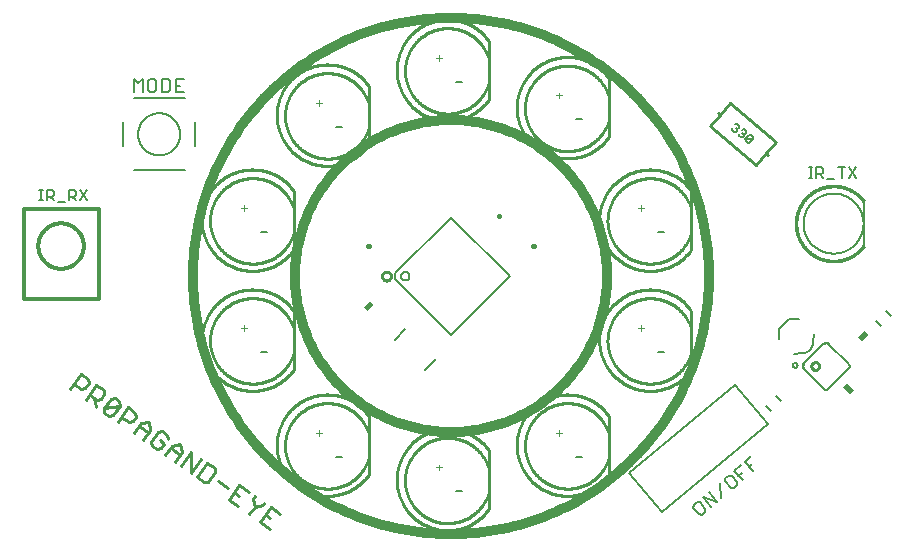
<source format=gto>
G75*
%MOIN*%
%OFA0B0*%
%FSLAX25Y25*%
%IPPOS*%
%LPD*%
%AMOC8*
5,1,8,0,0,1.08239X$1,22.5*
%
%ADD10C,0.03200*%
%ADD11C,0.00800*%
%ADD12C,0.01100*%
%ADD13C,0.01000*%
%ADD14C,0.00600*%
%ADD15C,0.00300*%
%ADD16C,0.00500*%
%ADD17C,0.00100*%
%ADD18C,0.01200*%
%ADD19R,0.01600X0.02800*%
%ADD20C,0.01600*%
%ADD21C,0.00060*%
%ADD22R,0.01800X0.03000*%
D10*
X0119500Y0161300D02*
X0119516Y0162576D01*
X0119563Y0163852D01*
X0119641Y0165125D01*
X0119750Y0166397D01*
X0119891Y0167665D01*
X0120063Y0168930D01*
X0120266Y0170190D01*
X0120499Y0171445D01*
X0120763Y0172693D01*
X0121058Y0173935D01*
X0121384Y0175169D01*
X0121739Y0176395D01*
X0122125Y0177611D01*
X0122540Y0178818D01*
X0122984Y0180015D01*
X0123458Y0181200D01*
X0123961Y0182373D01*
X0124493Y0183533D01*
X0125052Y0184680D01*
X0125640Y0185813D01*
X0126255Y0186931D01*
X0126898Y0188033D01*
X0127568Y0189120D01*
X0128264Y0190190D01*
X0128986Y0191242D01*
X0129733Y0192276D01*
X0130506Y0193292D01*
X0131303Y0194288D01*
X0132125Y0195265D01*
X0132971Y0196221D01*
X0133839Y0197156D01*
X0134730Y0198070D01*
X0135644Y0198961D01*
X0136579Y0199829D01*
X0137535Y0200675D01*
X0138512Y0201497D01*
X0139508Y0202294D01*
X0140524Y0203067D01*
X0141558Y0203814D01*
X0142610Y0204536D01*
X0143680Y0205232D01*
X0144767Y0205902D01*
X0145869Y0206545D01*
X0146987Y0207160D01*
X0148120Y0207748D01*
X0149267Y0208307D01*
X0150427Y0208839D01*
X0151600Y0209342D01*
X0152785Y0209816D01*
X0153982Y0210260D01*
X0155189Y0210675D01*
X0156405Y0211061D01*
X0157631Y0211416D01*
X0158865Y0211742D01*
X0160107Y0212037D01*
X0161355Y0212301D01*
X0162610Y0212534D01*
X0163870Y0212737D01*
X0165135Y0212909D01*
X0166403Y0213050D01*
X0167675Y0213159D01*
X0168948Y0213237D01*
X0170224Y0213284D01*
X0171500Y0213300D01*
X0172776Y0213284D01*
X0174052Y0213237D01*
X0175325Y0213159D01*
X0176597Y0213050D01*
X0177865Y0212909D01*
X0179130Y0212737D01*
X0180390Y0212534D01*
X0181645Y0212301D01*
X0182893Y0212037D01*
X0184135Y0211742D01*
X0185369Y0211416D01*
X0186595Y0211061D01*
X0187811Y0210675D01*
X0189018Y0210260D01*
X0190215Y0209816D01*
X0191400Y0209342D01*
X0192573Y0208839D01*
X0193733Y0208307D01*
X0194880Y0207748D01*
X0196013Y0207160D01*
X0197131Y0206545D01*
X0198233Y0205902D01*
X0199320Y0205232D01*
X0200390Y0204536D01*
X0201442Y0203814D01*
X0202476Y0203067D01*
X0203492Y0202294D01*
X0204488Y0201497D01*
X0205465Y0200675D01*
X0206421Y0199829D01*
X0207356Y0198961D01*
X0208270Y0198070D01*
X0209161Y0197156D01*
X0210029Y0196221D01*
X0210875Y0195265D01*
X0211697Y0194288D01*
X0212494Y0193292D01*
X0213267Y0192276D01*
X0214014Y0191242D01*
X0214736Y0190190D01*
X0215432Y0189120D01*
X0216102Y0188033D01*
X0216745Y0186931D01*
X0217360Y0185813D01*
X0217948Y0184680D01*
X0218507Y0183533D01*
X0219039Y0182373D01*
X0219542Y0181200D01*
X0220016Y0180015D01*
X0220460Y0178818D01*
X0220875Y0177611D01*
X0221261Y0176395D01*
X0221616Y0175169D01*
X0221942Y0173935D01*
X0222237Y0172693D01*
X0222501Y0171445D01*
X0222734Y0170190D01*
X0222937Y0168930D01*
X0223109Y0167665D01*
X0223250Y0166397D01*
X0223359Y0165125D01*
X0223437Y0163852D01*
X0223484Y0162576D01*
X0223500Y0161300D01*
X0223484Y0160024D01*
X0223437Y0158748D01*
X0223359Y0157475D01*
X0223250Y0156203D01*
X0223109Y0154935D01*
X0222937Y0153670D01*
X0222734Y0152410D01*
X0222501Y0151155D01*
X0222237Y0149907D01*
X0221942Y0148665D01*
X0221616Y0147431D01*
X0221261Y0146205D01*
X0220875Y0144989D01*
X0220460Y0143782D01*
X0220016Y0142585D01*
X0219542Y0141400D01*
X0219039Y0140227D01*
X0218507Y0139067D01*
X0217948Y0137920D01*
X0217360Y0136787D01*
X0216745Y0135669D01*
X0216102Y0134567D01*
X0215432Y0133480D01*
X0214736Y0132410D01*
X0214014Y0131358D01*
X0213267Y0130324D01*
X0212494Y0129308D01*
X0211697Y0128312D01*
X0210875Y0127335D01*
X0210029Y0126379D01*
X0209161Y0125444D01*
X0208270Y0124530D01*
X0207356Y0123639D01*
X0206421Y0122771D01*
X0205465Y0121925D01*
X0204488Y0121103D01*
X0203492Y0120306D01*
X0202476Y0119533D01*
X0201442Y0118786D01*
X0200390Y0118064D01*
X0199320Y0117368D01*
X0198233Y0116698D01*
X0197131Y0116055D01*
X0196013Y0115440D01*
X0194880Y0114852D01*
X0193733Y0114293D01*
X0192573Y0113761D01*
X0191400Y0113258D01*
X0190215Y0112784D01*
X0189018Y0112340D01*
X0187811Y0111925D01*
X0186595Y0111539D01*
X0185369Y0111184D01*
X0184135Y0110858D01*
X0182893Y0110563D01*
X0181645Y0110299D01*
X0180390Y0110066D01*
X0179130Y0109863D01*
X0177865Y0109691D01*
X0176597Y0109550D01*
X0175325Y0109441D01*
X0174052Y0109363D01*
X0172776Y0109316D01*
X0171500Y0109300D01*
X0170224Y0109316D01*
X0168948Y0109363D01*
X0167675Y0109441D01*
X0166403Y0109550D01*
X0165135Y0109691D01*
X0163870Y0109863D01*
X0162610Y0110066D01*
X0161355Y0110299D01*
X0160107Y0110563D01*
X0158865Y0110858D01*
X0157631Y0111184D01*
X0156405Y0111539D01*
X0155189Y0111925D01*
X0153982Y0112340D01*
X0152785Y0112784D01*
X0151600Y0113258D01*
X0150427Y0113761D01*
X0149267Y0114293D01*
X0148120Y0114852D01*
X0146987Y0115440D01*
X0145869Y0116055D01*
X0144767Y0116698D01*
X0143680Y0117368D01*
X0142610Y0118064D01*
X0141558Y0118786D01*
X0140524Y0119533D01*
X0139508Y0120306D01*
X0138512Y0121103D01*
X0137535Y0121925D01*
X0136579Y0122771D01*
X0135644Y0123639D01*
X0134730Y0124530D01*
X0133839Y0125444D01*
X0132971Y0126379D01*
X0132125Y0127335D01*
X0131303Y0128312D01*
X0130506Y0129308D01*
X0129733Y0130324D01*
X0128986Y0131358D01*
X0128264Y0132410D01*
X0127568Y0133480D01*
X0126898Y0134567D01*
X0126255Y0135669D01*
X0125640Y0136787D01*
X0125052Y0137920D01*
X0124493Y0139067D01*
X0123961Y0140227D01*
X0123458Y0141400D01*
X0122984Y0142585D01*
X0122540Y0143782D01*
X0122125Y0144989D01*
X0121739Y0146205D01*
X0121384Y0147431D01*
X0121058Y0148665D01*
X0120763Y0149907D01*
X0120499Y0151155D01*
X0120266Y0152410D01*
X0120063Y0153670D01*
X0119891Y0154935D01*
X0119750Y0156203D01*
X0119641Y0157475D01*
X0119563Y0158748D01*
X0119516Y0160024D01*
X0119500Y0161300D01*
X0085500Y0161300D02*
X0085526Y0163411D01*
X0085604Y0165520D01*
X0085733Y0167627D01*
X0085914Y0169729D01*
X0086147Y0171827D01*
X0086431Y0173919D01*
X0086766Y0176003D01*
X0087152Y0178078D01*
X0087590Y0180143D01*
X0088077Y0182196D01*
X0088615Y0184237D01*
X0089203Y0186264D01*
X0089841Y0188277D01*
X0090527Y0190273D01*
X0091263Y0192251D01*
X0092046Y0194211D01*
X0092878Y0196151D01*
X0093757Y0198070D01*
X0094683Y0199967D01*
X0095655Y0201840D01*
X0096673Y0203689D01*
X0097735Y0205513D01*
X0098843Y0207310D01*
X0099994Y0209079D01*
X0101188Y0210820D01*
X0102424Y0212530D01*
X0103702Y0214210D01*
X0105021Y0215858D01*
X0106380Y0217473D01*
X0107778Y0219054D01*
X0109215Y0220600D01*
X0110689Y0222111D01*
X0112200Y0223585D01*
X0113746Y0225022D01*
X0115327Y0226420D01*
X0116942Y0227779D01*
X0118590Y0229098D01*
X0120270Y0230376D01*
X0121980Y0231612D01*
X0123721Y0232806D01*
X0125490Y0233957D01*
X0127287Y0235065D01*
X0129111Y0236127D01*
X0130960Y0237145D01*
X0132833Y0238117D01*
X0134730Y0239043D01*
X0136649Y0239922D01*
X0138589Y0240754D01*
X0140549Y0241537D01*
X0142527Y0242273D01*
X0144523Y0242959D01*
X0146536Y0243597D01*
X0148563Y0244185D01*
X0150604Y0244723D01*
X0152657Y0245210D01*
X0154722Y0245648D01*
X0156797Y0246034D01*
X0158881Y0246369D01*
X0160973Y0246653D01*
X0163071Y0246886D01*
X0165173Y0247067D01*
X0167280Y0247196D01*
X0169389Y0247274D01*
X0171500Y0247300D01*
X0173611Y0247274D01*
X0175720Y0247196D01*
X0177827Y0247067D01*
X0179929Y0246886D01*
X0182027Y0246653D01*
X0184119Y0246369D01*
X0186203Y0246034D01*
X0188278Y0245648D01*
X0190343Y0245210D01*
X0192396Y0244723D01*
X0194437Y0244185D01*
X0196464Y0243597D01*
X0198477Y0242959D01*
X0200473Y0242273D01*
X0202451Y0241537D01*
X0204411Y0240754D01*
X0206351Y0239922D01*
X0208270Y0239043D01*
X0210167Y0238117D01*
X0212040Y0237145D01*
X0213889Y0236127D01*
X0215713Y0235065D01*
X0217510Y0233957D01*
X0219279Y0232806D01*
X0221020Y0231612D01*
X0222730Y0230376D01*
X0224410Y0229098D01*
X0226058Y0227779D01*
X0227673Y0226420D01*
X0229254Y0225022D01*
X0230800Y0223585D01*
X0232311Y0222111D01*
X0233785Y0220600D01*
X0235222Y0219054D01*
X0236620Y0217473D01*
X0237979Y0215858D01*
X0239298Y0214210D01*
X0240576Y0212530D01*
X0241812Y0210820D01*
X0243006Y0209079D01*
X0244157Y0207310D01*
X0245265Y0205513D01*
X0246327Y0203689D01*
X0247345Y0201840D01*
X0248317Y0199967D01*
X0249243Y0198070D01*
X0250122Y0196151D01*
X0250954Y0194211D01*
X0251737Y0192251D01*
X0252473Y0190273D01*
X0253159Y0188277D01*
X0253797Y0186264D01*
X0254385Y0184237D01*
X0254923Y0182196D01*
X0255410Y0180143D01*
X0255848Y0178078D01*
X0256234Y0176003D01*
X0256569Y0173919D01*
X0256853Y0171827D01*
X0257086Y0169729D01*
X0257267Y0167627D01*
X0257396Y0165520D01*
X0257474Y0163411D01*
X0257500Y0161300D01*
X0257474Y0159189D01*
X0257396Y0157080D01*
X0257267Y0154973D01*
X0257086Y0152871D01*
X0256853Y0150773D01*
X0256569Y0148681D01*
X0256234Y0146597D01*
X0255848Y0144522D01*
X0255410Y0142457D01*
X0254923Y0140404D01*
X0254385Y0138363D01*
X0253797Y0136336D01*
X0253159Y0134323D01*
X0252473Y0132327D01*
X0251737Y0130349D01*
X0250954Y0128389D01*
X0250122Y0126449D01*
X0249243Y0124530D01*
X0248317Y0122633D01*
X0247345Y0120760D01*
X0246327Y0118911D01*
X0245265Y0117087D01*
X0244157Y0115290D01*
X0243006Y0113521D01*
X0241812Y0111780D01*
X0240576Y0110070D01*
X0239298Y0108390D01*
X0237979Y0106742D01*
X0236620Y0105127D01*
X0235222Y0103546D01*
X0233785Y0102000D01*
X0232311Y0100489D01*
X0230800Y0099015D01*
X0229254Y0097578D01*
X0227673Y0096180D01*
X0226058Y0094821D01*
X0224410Y0093502D01*
X0222730Y0092224D01*
X0221020Y0090988D01*
X0219279Y0089794D01*
X0217510Y0088643D01*
X0215713Y0087535D01*
X0213889Y0086473D01*
X0212040Y0085455D01*
X0210167Y0084483D01*
X0208270Y0083557D01*
X0206351Y0082678D01*
X0204411Y0081846D01*
X0202451Y0081063D01*
X0200473Y0080327D01*
X0198477Y0079641D01*
X0196464Y0079003D01*
X0194437Y0078415D01*
X0192396Y0077877D01*
X0190343Y0077390D01*
X0188278Y0076952D01*
X0186203Y0076566D01*
X0184119Y0076231D01*
X0182027Y0075947D01*
X0179929Y0075714D01*
X0177827Y0075533D01*
X0175720Y0075404D01*
X0173611Y0075326D01*
X0171500Y0075300D01*
X0169389Y0075326D01*
X0167280Y0075404D01*
X0165173Y0075533D01*
X0163071Y0075714D01*
X0160973Y0075947D01*
X0158881Y0076231D01*
X0156797Y0076566D01*
X0154722Y0076952D01*
X0152657Y0077390D01*
X0150604Y0077877D01*
X0148563Y0078415D01*
X0146536Y0079003D01*
X0144523Y0079641D01*
X0142527Y0080327D01*
X0140549Y0081063D01*
X0138589Y0081846D01*
X0136649Y0082678D01*
X0134730Y0083557D01*
X0132833Y0084483D01*
X0130960Y0085455D01*
X0129111Y0086473D01*
X0127287Y0087535D01*
X0125490Y0088643D01*
X0123721Y0089794D01*
X0121980Y0090988D01*
X0120270Y0092224D01*
X0118590Y0093502D01*
X0116942Y0094821D01*
X0115327Y0096180D01*
X0113746Y0097578D01*
X0112200Y0099015D01*
X0110689Y0100489D01*
X0109215Y0102000D01*
X0107778Y0103546D01*
X0106380Y0105127D01*
X0105021Y0106742D01*
X0103702Y0108390D01*
X0102424Y0110070D01*
X0101188Y0111780D01*
X0099994Y0113521D01*
X0098843Y0115290D01*
X0097735Y0117087D01*
X0096673Y0118911D01*
X0095655Y0120760D01*
X0094683Y0122633D01*
X0093757Y0124530D01*
X0092878Y0126449D01*
X0092046Y0128389D01*
X0091263Y0130349D01*
X0090527Y0132327D01*
X0089841Y0134323D01*
X0089203Y0136336D01*
X0088615Y0138363D01*
X0088077Y0140404D01*
X0087590Y0142457D01*
X0087152Y0144522D01*
X0086766Y0146597D01*
X0086431Y0148681D01*
X0086147Y0150773D01*
X0085914Y0152871D01*
X0085733Y0154973D01*
X0085604Y0157080D01*
X0085526Y0159189D01*
X0085500Y0161300D01*
D11*
X0082700Y0196600D02*
X0065700Y0196600D01*
X0062200Y0204671D02*
X0062200Y0212600D01*
X0065700Y0220600D02*
X0082700Y0220600D01*
X0082514Y0222700D02*
X0079712Y0222700D01*
X0079712Y0226904D01*
X0082514Y0226904D01*
X0081113Y0224802D02*
X0079712Y0224802D01*
X0077910Y0226203D02*
X0077210Y0226904D01*
X0075108Y0226904D01*
X0075108Y0222700D01*
X0077210Y0222700D01*
X0077910Y0223401D01*
X0077910Y0226203D01*
X0073306Y0226203D02*
X0073306Y0223401D01*
X0072606Y0222700D01*
X0071205Y0222700D01*
X0070504Y0223401D01*
X0070504Y0226203D01*
X0071205Y0226904D01*
X0072606Y0226904D01*
X0073306Y0226203D01*
X0068702Y0226904D02*
X0068702Y0222700D01*
X0065900Y0222700D02*
X0065900Y0226904D01*
X0067301Y0225502D01*
X0068702Y0226904D01*
X0086200Y0212600D02*
X0086200Y0204553D01*
X0067200Y0208600D02*
X0067202Y0208772D01*
X0067208Y0208943D01*
X0067219Y0209115D01*
X0067234Y0209286D01*
X0067253Y0209457D01*
X0067276Y0209627D01*
X0067303Y0209797D01*
X0067335Y0209966D01*
X0067370Y0210134D01*
X0067410Y0210301D01*
X0067454Y0210467D01*
X0067501Y0210632D01*
X0067553Y0210796D01*
X0067609Y0210958D01*
X0067669Y0211119D01*
X0067733Y0211279D01*
X0067801Y0211437D01*
X0067872Y0211593D01*
X0067947Y0211747D01*
X0068027Y0211900D01*
X0068109Y0212050D01*
X0068196Y0212199D01*
X0068286Y0212345D01*
X0068380Y0212489D01*
X0068477Y0212631D01*
X0068578Y0212770D01*
X0068682Y0212907D01*
X0068789Y0213041D01*
X0068900Y0213172D01*
X0069013Y0213301D01*
X0069130Y0213427D01*
X0069250Y0213550D01*
X0069373Y0213670D01*
X0069499Y0213787D01*
X0069628Y0213900D01*
X0069759Y0214011D01*
X0069893Y0214118D01*
X0070030Y0214222D01*
X0070169Y0214323D01*
X0070311Y0214420D01*
X0070455Y0214514D01*
X0070601Y0214604D01*
X0070750Y0214691D01*
X0070900Y0214773D01*
X0071053Y0214853D01*
X0071207Y0214928D01*
X0071363Y0214999D01*
X0071521Y0215067D01*
X0071681Y0215131D01*
X0071842Y0215191D01*
X0072004Y0215247D01*
X0072168Y0215299D01*
X0072333Y0215346D01*
X0072499Y0215390D01*
X0072666Y0215430D01*
X0072834Y0215465D01*
X0073003Y0215497D01*
X0073173Y0215524D01*
X0073343Y0215547D01*
X0073514Y0215566D01*
X0073685Y0215581D01*
X0073857Y0215592D01*
X0074028Y0215598D01*
X0074200Y0215600D01*
X0074372Y0215598D01*
X0074543Y0215592D01*
X0074715Y0215581D01*
X0074886Y0215566D01*
X0075057Y0215547D01*
X0075227Y0215524D01*
X0075397Y0215497D01*
X0075566Y0215465D01*
X0075734Y0215430D01*
X0075901Y0215390D01*
X0076067Y0215346D01*
X0076232Y0215299D01*
X0076396Y0215247D01*
X0076558Y0215191D01*
X0076719Y0215131D01*
X0076879Y0215067D01*
X0077037Y0214999D01*
X0077193Y0214928D01*
X0077347Y0214853D01*
X0077500Y0214773D01*
X0077650Y0214691D01*
X0077799Y0214604D01*
X0077945Y0214514D01*
X0078089Y0214420D01*
X0078231Y0214323D01*
X0078370Y0214222D01*
X0078507Y0214118D01*
X0078641Y0214011D01*
X0078772Y0213900D01*
X0078901Y0213787D01*
X0079027Y0213670D01*
X0079150Y0213550D01*
X0079270Y0213427D01*
X0079387Y0213301D01*
X0079500Y0213172D01*
X0079611Y0213041D01*
X0079718Y0212907D01*
X0079822Y0212770D01*
X0079923Y0212631D01*
X0080020Y0212489D01*
X0080114Y0212345D01*
X0080204Y0212199D01*
X0080291Y0212050D01*
X0080373Y0211900D01*
X0080453Y0211747D01*
X0080528Y0211593D01*
X0080599Y0211437D01*
X0080667Y0211279D01*
X0080731Y0211119D01*
X0080791Y0210958D01*
X0080847Y0210796D01*
X0080899Y0210632D01*
X0080946Y0210467D01*
X0080990Y0210301D01*
X0081030Y0210134D01*
X0081065Y0209966D01*
X0081097Y0209797D01*
X0081124Y0209627D01*
X0081147Y0209457D01*
X0081166Y0209286D01*
X0081181Y0209115D01*
X0081192Y0208943D01*
X0081198Y0208772D01*
X0081200Y0208600D01*
X0081198Y0208428D01*
X0081192Y0208257D01*
X0081181Y0208085D01*
X0081166Y0207914D01*
X0081147Y0207743D01*
X0081124Y0207573D01*
X0081097Y0207403D01*
X0081065Y0207234D01*
X0081030Y0207066D01*
X0080990Y0206899D01*
X0080946Y0206733D01*
X0080899Y0206568D01*
X0080847Y0206404D01*
X0080791Y0206242D01*
X0080731Y0206081D01*
X0080667Y0205921D01*
X0080599Y0205763D01*
X0080528Y0205607D01*
X0080453Y0205453D01*
X0080373Y0205300D01*
X0080291Y0205150D01*
X0080204Y0205001D01*
X0080114Y0204855D01*
X0080020Y0204711D01*
X0079923Y0204569D01*
X0079822Y0204430D01*
X0079718Y0204293D01*
X0079611Y0204159D01*
X0079500Y0204028D01*
X0079387Y0203899D01*
X0079270Y0203773D01*
X0079150Y0203650D01*
X0079027Y0203530D01*
X0078901Y0203413D01*
X0078772Y0203300D01*
X0078641Y0203189D01*
X0078507Y0203082D01*
X0078370Y0202978D01*
X0078231Y0202877D01*
X0078089Y0202780D01*
X0077945Y0202686D01*
X0077799Y0202596D01*
X0077650Y0202509D01*
X0077500Y0202427D01*
X0077347Y0202347D01*
X0077193Y0202272D01*
X0077037Y0202201D01*
X0076879Y0202133D01*
X0076719Y0202069D01*
X0076558Y0202009D01*
X0076396Y0201953D01*
X0076232Y0201901D01*
X0076067Y0201854D01*
X0075901Y0201810D01*
X0075734Y0201770D01*
X0075566Y0201735D01*
X0075397Y0201703D01*
X0075227Y0201676D01*
X0075057Y0201653D01*
X0074886Y0201634D01*
X0074715Y0201619D01*
X0074543Y0201608D01*
X0074372Y0201602D01*
X0074200Y0201600D01*
X0074028Y0201602D01*
X0073857Y0201608D01*
X0073685Y0201619D01*
X0073514Y0201634D01*
X0073343Y0201653D01*
X0073173Y0201676D01*
X0073003Y0201703D01*
X0072834Y0201735D01*
X0072666Y0201770D01*
X0072499Y0201810D01*
X0072333Y0201854D01*
X0072168Y0201901D01*
X0072004Y0201953D01*
X0071842Y0202009D01*
X0071681Y0202069D01*
X0071521Y0202133D01*
X0071363Y0202201D01*
X0071207Y0202272D01*
X0071053Y0202347D01*
X0070900Y0202427D01*
X0070750Y0202509D01*
X0070601Y0202596D01*
X0070455Y0202686D01*
X0070311Y0202780D01*
X0070169Y0202877D01*
X0070030Y0202978D01*
X0069893Y0203082D01*
X0069759Y0203189D01*
X0069628Y0203300D01*
X0069499Y0203413D01*
X0069373Y0203530D01*
X0069250Y0203650D01*
X0069130Y0203773D01*
X0069013Y0203899D01*
X0068900Y0204028D01*
X0068789Y0204159D01*
X0068682Y0204293D01*
X0068578Y0204430D01*
X0068477Y0204569D01*
X0068380Y0204711D01*
X0068286Y0204855D01*
X0068196Y0205001D01*
X0068109Y0205150D01*
X0068027Y0205300D01*
X0067947Y0205453D01*
X0067872Y0205607D01*
X0067801Y0205763D01*
X0067733Y0205921D01*
X0067669Y0206081D01*
X0067609Y0206242D01*
X0067553Y0206404D01*
X0067501Y0206568D01*
X0067454Y0206733D01*
X0067410Y0206899D01*
X0067370Y0207066D01*
X0067335Y0207234D01*
X0067303Y0207403D01*
X0067276Y0207573D01*
X0067253Y0207743D01*
X0067234Y0207914D01*
X0067219Y0208085D01*
X0067208Y0208257D01*
X0067202Y0208428D01*
X0067200Y0208600D01*
X0152679Y0140001D02*
X0156299Y0143621D01*
X0166321Y0133599D02*
X0162701Y0129979D01*
X0230958Y0095644D02*
X0266033Y0125075D01*
X0277042Y0111956D01*
X0241967Y0082525D01*
X0230958Y0095644D01*
X0252384Y0085034D02*
X0252298Y0084047D01*
X0254099Y0081900D01*
X0255086Y0081814D01*
X0256159Y0082715D01*
X0256246Y0083702D01*
X0254444Y0085848D01*
X0253457Y0085935D01*
X0252384Y0085034D01*
X0255374Y0087543D02*
X0260223Y0086124D01*
X0257521Y0089344D01*
X0255374Y0087543D02*
X0258076Y0084323D01*
X0261603Y0087282D02*
X0261048Y0092304D01*
X0262878Y0092925D02*
X0264679Y0090778D01*
X0265666Y0090692D01*
X0266740Y0091593D01*
X0266826Y0092580D01*
X0265025Y0094726D01*
X0264038Y0094813D01*
X0262964Y0093912D01*
X0262878Y0092925D01*
X0265955Y0096421D02*
X0268101Y0098222D01*
X0269481Y0099380D02*
X0271628Y0101182D01*
X0271906Y0098671D02*
X0270832Y0097770D01*
X0272183Y0096160D02*
X0269481Y0099380D01*
X0268379Y0095712D02*
X0267306Y0094811D01*
X0268657Y0093201D02*
X0265955Y0096421D01*
X0285665Y0135454D02*
X0288436Y0135587D01*
X0288561Y0135594D01*
X0288685Y0135605D01*
X0288809Y0135620D01*
X0288933Y0135639D01*
X0289056Y0135661D01*
X0289178Y0135688D01*
X0289299Y0135718D01*
X0289419Y0135753D01*
X0289538Y0135791D01*
X0289655Y0135832D01*
X0289772Y0135878D01*
X0289887Y0135927D01*
X0290000Y0135980D01*
X0290111Y0136036D01*
X0290221Y0136096D01*
X0290328Y0136159D01*
X0290434Y0136226D01*
X0290537Y0136296D01*
X0290639Y0136369D01*
X0290737Y0136446D01*
X0290834Y0136525D01*
X0290927Y0136608D01*
X0291018Y0136693D01*
X0291107Y0136782D01*
X0291192Y0136873D01*
X0291275Y0136966D01*
X0291354Y0137063D01*
X0291431Y0137161D01*
X0291504Y0137263D01*
X0291574Y0137366D01*
X0291641Y0137472D01*
X0291704Y0137579D01*
X0291764Y0137689D01*
X0291820Y0137800D01*
X0291873Y0137913D01*
X0291922Y0138028D01*
X0291968Y0138145D01*
X0292009Y0138262D01*
X0292047Y0138381D01*
X0292082Y0138501D01*
X0292112Y0138622D01*
X0292139Y0138744D01*
X0292161Y0138867D01*
X0292180Y0138991D01*
X0292195Y0139115D01*
X0292206Y0139239D01*
X0292213Y0139364D01*
X0292346Y0142135D01*
X0287335Y0147146D02*
X0283995Y0147146D01*
X0280654Y0143805D01*
X0280654Y0140465D01*
X0309000Y0171300D02*
X0309000Y0186300D01*
D12*
X0100636Y0084534D02*
X0097411Y0086792D01*
X0100798Y0091629D01*
X0104023Y0089371D01*
X0106078Y0087932D02*
X0105514Y0087126D01*
X0105997Y0084385D01*
X0104303Y0081966D01*
X0105997Y0084385D02*
X0108738Y0084868D01*
X0109303Y0085674D01*
X0111358Y0084235D02*
X0114583Y0081977D01*
X0111277Y0080688D02*
X0109664Y0081817D01*
X0111358Y0084235D02*
X0107971Y0079398D01*
X0111196Y0077140D01*
X0100717Y0088082D02*
X0099105Y0089211D01*
X0097050Y0090650D02*
X0093825Y0092908D01*
X0090641Y0092734D02*
X0092899Y0095959D01*
X0092657Y0097330D01*
X0090239Y0099023D01*
X0086852Y0094186D01*
X0089270Y0092492D01*
X0090641Y0092734D01*
X0084796Y0095625D02*
X0088183Y0100462D01*
X0084959Y0102720D02*
X0084796Y0095625D01*
X0081572Y0097883D02*
X0084959Y0102720D01*
X0081775Y0102547D02*
X0079517Y0099322D01*
X0081210Y0101741D02*
X0077985Y0103999D01*
X0078550Y0104805D02*
X0081291Y0105288D01*
X0081775Y0102547D01*
X0078550Y0104805D02*
X0076292Y0101580D01*
X0074801Y0103825D02*
X0075930Y0105438D01*
X0074318Y0106567D01*
X0073835Y0109308D02*
X0071577Y0106083D01*
X0071818Y0104712D01*
X0073431Y0103583D01*
X0074801Y0103825D01*
X0077059Y0107050D02*
X0076818Y0108421D01*
X0075205Y0109550D01*
X0073835Y0109308D01*
X0071215Y0109941D02*
X0068957Y0106716D01*
X0070650Y0109135D02*
X0067426Y0111392D01*
X0067990Y0112199D02*
X0070732Y0112682D01*
X0071215Y0109941D01*
X0067990Y0112199D02*
X0065732Y0108974D01*
X0065371Y0112831D02*
X0064000Y0112590D01*
X0061581Y0114283D01*
X0060452Y0112671D02*
X0063839Y0117508D01*
X0066258Y0115815D01*
X0066500Y0114444D01*
X0065371Y0112831D01*
X0058962Y0114916D02*
X0057591Y0114674D01*
X0055979Y0115803D01*
X0055737Y0117174D01*
X0061220Y0118141D01*
X0058962Y0114916D01*
X0061220Y0118141D02*
X0060978Y0119512D01*
X0059366Y0120641D01*
X0057995Y0120399D01*
X0055737Y0117174D01*
X0053117Y0117807D02*
X0052634Y0120548D01*
X0053440Y0119984D02*
X0051022Y0121677D01*
X0049893Y0120065D02*
X0053280Y0124902D01*
X0055698Y0123209D01*
X0055940Y0121838D01*
X0054811Y0120225D01*
X0053440Y0119984D01*
X0049531Y0123922D02*
X0048160Y0123681D01*
X0045742Y0125374D01*
X0044613Y0123762D02*
X0048000Y0128599D01*
X0050418Y0126906D01*
X0050660Y0125535D01*
X0049531Y0123922D01*
D13*
X0118999Y0130050D02*
X0118754Y0129718D01*
X0118501Y0129392D01*
X0118239Y0129073D01*
X0117970Y0128759D01*
X0117694Y0128453D01*
X0117409Y0128153D01*
X0117118Y0127861D01*
X0116820Y0127575D01*
X0116515Y0127297D01*
X0116203Y0127027D01*
X0115884Y0126764D01*
X0115559Y0126509D01*
X0115229Y0126262D01*
X0114892Y0126023D01*
X0114549Y0125793D01*
X0114201Y0125571D01*
X0113848Y0125358D01*
X0113489Y0125153D01*
X0113126Y0124957D01*
X0112757Y0124770D01*
X0112385Y0124592D01*
X0112008Y0124423D01*
X0111627Y0124264D01*
X0111243Y0124114D01*
X0110854Y0123973D01*
X0110463Y0123842D01*
X0110068Y0123720D01*
X0109671Y0123608D01*
X0109271Y0123506D01*
X0108868Y0123414D01*
X0108464Y0123331D01*
X0108057Y0123259D01*
X0107649Y0123196D01*
X0107240Y0123144D01*
X0106829Y0123101D01*
X0106418Y0123069D01*
X0106005Y0123046D01*
X0105593Y0123034D01*
X0105180Y0123031D01*
X0104767Y0123039D01*
X0104354Y0123057D01*
X0103943Y0123085D01*
X0103531Y0123123D01*
X0103121Y0123171D01*
X0102713Y0123229D01*
X0102305Y0123297D01*
X0101900Y0123375D01*
X0101496Y0123463D01*
X0101095Y0123561D01*
X0100697Y0123668D01*
X0100301Y0123785D01*
X0099908Y0123912D01*
X0099518Y0124048D01*
X0099132Y0124194D01*
X0098749Y0124349D01*
X0098371Y0124514D01*
X0097996Y0124688D01*
X0097626Y0124871D01*
X0097260Y0125062D01*
X0096899Y0125263D01*
X0096544Y0125473D01*
X0096193Y0125691D01*
X0095848Y0125917D01*
X0095508Y0126152D01*
X0095175Y0126395D01*
X0094847Y0126647D01*
X0094526Y0126906D01*
X0094211Y0127173D01*
X0093903Y0127448D01*
X0093601Y0127730D01*
X0093307Y0128019D01*
X0093019Y0128315D01*
X0092739Y0128619D01*
X0092467Y0128929D01*
X0092202Y0129246D01*
X0091945Y0129569D01*
X0091695Y0129898D01*
X0091455Y0130233D01*
X0091222Y0130574D01*
X0090998Y0130921D01*
X0090782Y0131273D01*
X0090575Y0131630D01*
X0090376Y0131992D01*
X0090187Y0132359D01*
X0090007Y0132730D01*
X0089835Y0133106D01*
X0089673Y0133486D01*
X0089521Y0133869D01*
X0089377Y0134257D01*
X0089244Y0134647D01*
X0089119Y0135041D01*
X0089005Y0135438D01*
X0088900Y0135837D01*
X0088805Y0136239D01*
X0088720Y0136643D01*
X0088645Y0137049D01*
X0088579Y0137457D01*
X0088524Y0137866D01*
X0088479Y0138276D01*
X0088443Y0138687D01*
X0088418Y0139100D01*
X0088403Y0139512D01*
X0088398Y0139925D01*
X0088403Y0140338D01*
X0088418Y0140750D01*
X0088443Y0141163D01*
X0088479Y0141574D01*
X0088524Y0141984D01*
X0088579Y0142393D01*
X0088645Y0142801D01*
X0088720Y0143207D01*
X0088805Y0143611D01*
X0088900Y0144013D01*
X0089005Y0144412D01*
X0089119Y0144809D01*
X0089244Y0145203D01*
X0089377Y0145593D01*
X0089521Y0145981D01*
X0089673Y0146364D01*
X0089835Y0146744D01*
X0090007Y0147120D01*
X0090187Y0147491D01*
X0090376Y0147858D01*
X0090575Y0148220D01*
X0090782Y0148577D01*
X0090998Y0148929D01*
X0091222Y0149276D01*
X0091455Y0149617D01*
X0091695Y0149952D01*
X0091945Y0150281D01*
X0092202Y0150604D01*
X0092467Y0150921D01*
X0092739Y0151231D01*
X0093019Y0151535D01*
X0093307Y0151831D01*
X0093601Y0152120D01*
X0093903Y0152402D01*
X0094211Y0152677D01*
X0094526Y0152944D01*
X0094847Y0153203D01*
X0095175Y0153455D01*
X0095508Y0153698D01*
X0095848Y0153933D01*
X0096193Y0154159D01*
X0096544Y0154377D01*
X0096899Y0154587D01*
X0097260Y0154788D01*
X0097626Y0154979D01*
X0097996Y0155162D01*
X0098371Y0155336D01*
X0098749Y0155501D01*
X0099132Y0155656D01*
X0099518Y0155802D01*
X0099908Y0155938D01*
X0100301Y0156065D01*
X0100697Y0156182D01*
X0101095Y0156289D01*
X0101496Y0156387D01*
X0101900Y0156475D01*
X0102305Y0156553D01*
X0102713Y0156621D01*
X0103121Y0156679D01*
X0103531Y0156727D01*
X0103943Y0156765D01*
X0104354Y0156793D01*
X0104767Y0156811D01*
X0105180Y0156819D01*
X0105593Y0156816D01*
X0106005Y0156804D01*
X0106418Y0156781D01*
X0106829Y0156749D01*
X0107240Y0156706D01*
X0107649Y0156654D01*
X0108057Y0156591D01*
X0108464Y0156519D01*
X0108868Y0156436D01*
X0109271Y0156344D01*
X0109671Y0156242D01*
X0110068Y0156130D01*
X0110463Y0156008D01*
X0110854Y0155877D01*
X0111243Y0155736D01*
X0111627Y0155586D01*
X0112008Y0155427D01*
X0112385Y0155258D01*
X0112757Y0155080D01*
X0113126Y0154893D01*
X0113489Y0154697D01*
X0113848Y0154492D01*
X0114201Y0154279D01*
X0114549Y0154057D01*
X0114892Y0153827D01*
X0115229Y0153588D01*
X0115559Y0153341D01*
X0115884Y0153086D01*
X0116203Y0152823D01*
X0116515Y0152553D01*
X0116820Y0152275D01*
X0117118Y0151989D01*
X0117409Y0151697D01*
X0117694Y0151397D01*
X0117970Y0151091D01*
X0118239Y0150777D01*
X0118501Y0150458D01*
X0118754Y0150132D01*
X0118999Y0149800D01*
X0119000Y0149800D02*
X0119000Y0135550D01*
X0119000Y0130050D01*
X0118999Y0135550D02*
X0118894Y0135217D01*
X0118781Y0134887D01*
X0118659Y0134560D01*
X0118530Y0134236D01*
X0118392Y0133915D01*
X0118247Y0133598D01*
X0118094Y0133284D01*
X0117934Y0132974D01*
X0117766Y0132668D01*
X0117590Y0132367D01*
X0117408Y0132069D01*
X0117217Y0131777D01*
X0117020Y0131489D01*
X0116816Y0131206D01*
X0116605Y0130928D01*
X0116387Y0130655D01*
X0116163Y0130388D01*
X0115932Y0130126D01*
X0115694Y0129870D01*
X0115451Y0129620D01*
X0115201Y0129377D01*
X0114946Y0129139D01*
X0114685Y0128907D01*
X0114418Y0128682D01*
X0114146Y0128464D01*
X0113868Y0128252D01*
X0113586Y0128048D01*
X0113298Y0127850D01*
X0113006Y0127659D01*
X0112709Y0127476D01*
X0112408Y0127300D01*
X0112102Y0127131D01*
X0111793Y0126970D01*
X0111479Y0126816D01*
X0111162Y0126671D01*
X0110841Y0126533D01*
X0110518Y0126403D01*
X0110191Y0126281D01*
X0109861Y0126167D01*
X0109528Y0126061D01*
X0109193Y0125963D01*
X0108856Y0125874D01*
X0108516Y0125793D01*
X0108175Y0125720D01*
X0107832Y0125655D01*
X0107488Y0125599D01*
X0107142Y0125552D01*
X0106795Y0125513D01*
X0106448Y0125482D01*
X0106099Y0125460D01*
X0105751Y0125447D01*
X0105402Y0125442D01*
X0105053Y0125446D01*
X0104704Y0125458D01*
X0104355Y0125479D01*
X0104008Y0125508D01*
X0103661Y0125546D01*
X0103315Y0125592D01*
X0102970Y0125647D01*
X0102627Y0125710D01*
X0102286Y0125782D01*
X0101946Y0125862D01*
X0101608Y0125950D01*
X0101273Y0126047D01*
X0100940Y0126151D01*
X0100610Y0126264D01*
X0100282Y0126385D01*
X0099958Y0126514D01*
X0099637Y0126651D01*
X0099319Y0126795D01*
X0099005Y0126948D01*
X0098695Y0127108D01*
X0098389Y0127275D01*
X0098087Y0127451D01*
X0097790Y0127633D01*
X0097497Y0127823D01*
X0097209Y0128019D01*
X0096925Y0128223D01*
X0096647Y0128434D01*
X0096374Y0128651D01*
X0096106Y0128875D01*
X0095844Y0129106D01*
X0095588Y0129343D01*
X0095338Y0129586D01*
X0095093Y0129835D01*
X0094855Y0130090D01*
X0094623Y0130351D01*
X0094398Y0130617D01*
X0094179Y0130889D01*
X0093967Y0131166D01*
X0093762Y0131449D01*
X0093564Y0131736D01*
X0093373Y0132028D01*
X0093189Y0132325D01*
X0093012Y0132626D01*
X0092843Y0132931D01*
X0092682Y0133240D01*
X0092528Y0133553D01*
X0092382Y0133870D01*
X0092243Y0134191D01*
X0092113Y0134514D01*
X0091990Y0134841D01*
X0091876Y0135171D01*
X0091769Y0135503D01*
X0091671Y0135838D01*
X0091581Y0136175D01*
X0091499Y0136514D01*
X0091426Y0136856D01*
X0091361Y0137198D01*
X0091305Y0137543D01*
X0091257Y0137888D01*
X0091217Y0138235D01*
X0091186Y0138583D01*
X0091163Y0138931D01*
X0091149Y0139280D01*
X0091144Y0139629D01*
X0091147Y0139978D01*
X0091159Y0140326D01*
X0091179Y0140675D01*
X0091208Y0141023D01*
X0091245Y0141370D01*
X0091291Y0141716D01*
X0091345Y0142060D01*
X0091408Y0142404D01*
X0091479Y0142745D01*
X0091559Y0143085D01*
X0091646Y0143423D01*
X0091742Y0143758D01*
X0091847Y0144091D01*
X0091959Y0144422D01*
X0092079Y0144749D01*
X0092208Y0145074D01*
X0092344Y0145395D01*
X0092488Y0145713D01*
X0092640Y0146027D01*
X0092800Y0146338D01*
X0092967Y0146644D01*
X0093141Y0146946D01*
X0093323Y0147244D01*
X0093513Y0147537D01*
X0093709Y0147826D01*
X0093912Y0148109D01*
X0094122Y0148388D01*
X0094339Y0148661D01*
X0094563Y0148929D01*
X0094793Y0149191D01*
X0095030Y0149448D01*
X0095272Y0149699D01*
X0095521Y0149944D01*
X0095776Y0150182D01*
X0096036Y0150414D01*
X0096303Y0150640D01*
X0096574Y0150859D01*
X0096851Y0151072D01*
X0097133Y0151277D01*
X0097420Y0151476D01*
X0097712Y0151668D01*
X0098008Y0151852D01*
X0098309Y0152029D01*
X0098614Y0152198D01*
X0098923Y0152360D01*
X0099236Y0152515D01*
X0099552Y0152662D01*
X0099873Y0152801D01*
X0100196Y0152932D01*
X0100523Y0153055D01*
X0100852Y0153170D01*
X0101184Y0153276D01*
X0101519Y0153375D01*
X0101856Y0153466D01*
X0102195Y0153548D01*
X0102536Y0153622D01*
X0102879Y0153687D01*
X0103223Y0153744D01*
X0103569Y0153793D01*
X0103916Y0153833D01*
X0104263Y0153864D01*
X0104611Y0153887D01*
X0104960Y0153902D01*
X0105309Y0153908D01*
X0105658Y0153905D01*
X0106007Y0153894D01*
X0106355Y0153874D01*
X0106703Y0153846D01*
X0107050Y0153809D01*
X0107396Y0153764D01*
X0107741Y0153710D01*
X0108084Y0153648D01*
X0108426Y0153578D01*
X0108766Y0153499D01*
X0109104Y0153411D01*
X0109440Y0153316D01*
X0109773Y0153212D01*
X0110103Y0153100D01*
X0110431Y0152980D01*
X0110756Y0152852D01*
X0111077Y0152717D01*
X0111395Y0152573D01*
X0111710Y0152422D01*
X0112020Y0152262D01*
X0112327Y0152096D01*
X0112629Y0151922D01*
X0112928Y0151740D01*
X0113221Y0151551D01*
X0113510Y0151356D01*
X0113794Y0151153D01*
X0114073Y0150943D01*
X0114346Y0150726D01*
X0114615Y0150503D01*
X0114877Y0150273D01*
X0115134Y0150037D01*
X0115385Y0149795D01*
X0115630Y0149546D01*
X0115869Y0149292D01*
X0116102Y0149032D01*
X0116328Y0148766D01*
X0116548Y0148495D01*
X0116761Y0148218D01*
X0116967Y0147937D01*
X0117166Y0147650D01*
X0117358Y0147359D01*
X0117543Y0147063D01*
X0117720Y0146762D01*
X0117890Y0146457D01*
X0118053Y0146149D01*
X0118208Y0145836D01*
X0118355Y0145519D01*
X0118494Y0145199D01*
X0118626Y0144876D01*
X0118749Y0144550D01*
X0119000Y0170050D02*
X0119000Y0175550D01*
X0119000Y0189800D01*
X0118999Y0189800D02*
X0118754Y0190132D01*
X0118501Y0190458D01*
X0118239Y0190777D01*
X0117970Y0191091D01*
X0117694Y0191397D01*
X0117409Y0191697D01*
X0117118Y0191989D01*
X0116820Y0192275D01*
X0116515Y0192553D01*
X0116203Y0192823D01*
X0115884Y0193086D01*
X0115559Y0193341D01*
X0115229Y0193588D01*
X0114892Y0193827D01*
X0114549Y0194057D01*
X0114201Y0194279D01*
X0113848Y0194492D01*
X0113489Y0194697D01*
X0113126Y0194893D01*
X0112757Y0195080D01*
X0112385Y0195258D01*
X0112008Y0195427D01*
X0111627Y0195586D01*
X0111243Y0195736D01*
X0110854Y0195877D01*
X0110463Y0196008D01*
X0110068Y0196130D01*
X0109671Y0196242D01*
X0109271Y0196344D01*
X0108868Y0196436D01*
X0108464Y0196519D01*
X0108057Y0196591D01*
X0107649Y0196654D01*
X0107240Y0196706D01*
X0106829Y0196749D01*
X0106418Y0196781D01*
X0106005Y0196804D01*
X0105593Y0196816D01*
X0105180Y0196819D01*
X0104767Y0196811D01*
X0104354Y0196793D01*
X0103943Y0196765D01*
X0103531Y0196727D01*
X0103121Y0196679D01*
X0102713Y0196621D01*
X0102305Y0196553D01*
X0101900Y0196475D01*
X0101496Y0196387D01*
X0101095Y0196289D01*
X0100697Y0196182D01*
X0100301Y0196065D01*
X0099908Y0195938D01*
X0099518Y0195802D01*
X0099132Y0195656D01*
X0098749Y0195501D01*
X0098371Y0195336D01*
X0097996Y0195162D01*
X0097626Y0194979D01*
X0097260Y0194788D01*
X0096899Y0194587D01*
X0096544Y0194377D01*
X0096193Y0194159D01*
X0095848Y0193933D01*
X0095508Y0193698D01*
X0095175Y0193455D01*
X0094847Y0193203D01*
X0094526Y0192944D01*
X0094211Y0192677D01*
X0093903Y0192402D01*
X0093601Y0192120D01*
X0093307Y0191831D01*
X0093019Y0191535D01*
X0092739Y0191231D01*
X0092467Y0190921D01*
X0092202Y0190604D01*
X0091945Y0190281D01*
X0091695Y0189952D01*
X0091455Y0189617D01*
X0091222Y0189276D01*
X0090998Y0188929D01*
X0090782Y0188577D01*
X0090575Y0188220D01*
X0090376Y0187858D01*
X0090187Y0187491D01*
X0090007Y0187120D01*
X0089835Y0186744D01*
X0089673Y0186364D01*
X0089521Y0185981D01*
X0089377Y0185593D01*
X0089244Y0185203D01*
X0089119Y0184809D01*
X0089005Y0184412D01*
X0088900Y0184013D01*
X0088805Y0183611D01*
X0088720Y0183207D01*
X0088645Y0182801D01*
X0088579Y0182393D01*
X0088524Y0181984D01*
X0088479Y0181574D01*
X0088443Y0181163D01*
X0088418Y0180750D01*
X0088403Y0180338D01*
X0088398Y0179925D01*
X0088403Y0179512D01*
X0088418Y0179100D01*
X0088443Y0178687D01*
X0088479Y0178276D01*
X0088524Y0177866D01*
X0088579Y0177457D01*
X0088645Y0177049D01*
X0088720Y0176643D01*
X0088805Y0176239D01*
X0088900Y0175837D01*
X0089005Y0175438D01*
X0089119Y0175041D01*
X0089244Y0174647D01*
X0089377Y0174257D01*
X0089521Y0173869D01*
X0089673Y0173486D01*
X0089835Y0173106D01*
X0090007Y0172730D01*
X0090187Y0172359D01*
X0090376Y0171992D01*
X0090575Y0171630D01*
X0090782Y0171273D01*
X0090998Y0170921D01*
X0091222Y0170574D01*
X0091455Y0170233D01*
X0091695Y0169898D01*
X0091945Y0169569D01*
X0092202Y0169246D01*
X0092467Y0168929D01*
X0092739Y0168619D01*
X0093019Y0168315D01*
X0093307Y0168019D01*
X0093601Y0167730D01*
X0093903Y0167448D01*
X0094211Y0167173D01*
X0094526Y0166906D01*
X0094847Y0166647D01*
X0095175Y0166395D01*
X0095508Y0166152D01*
X0095848Y0165917D01*
X0096193Y0165691D01*
X0096544Y0165473D01*
X0096899Y0165263D01*
X0097260Y0165062D01*
X0097626Y0164871D01*
X0097996Y0164688D01*
X0098371Y0164514D01*
X0098749Y0164349D01*
X0099132Y0164194D01*
X0099518Y0164048D01*
X0099908Y0163912D01*
X0100301Y0163785D01*
X0100697Y0163668D01*
X0101095Y0163561D01*
X0101496Y0163463D01*
X0101900Y0163375D01*
X0102305Y0163297D01*
X0102713Y0163229D01*
X0103121Y0163171D01*
X0103531Y0163123D01*
X0103943Y0163085D01*
X0104354Y0163057D01*
X0104767Y0163039D01*
X0105180Y0163031D01*
X0105593Y0163034D01*
X0106005Y0163046D01*
X0106418Y0163069D01*
X0106829Y0163101D01*
X0107240Y0163144D01*
X0107649Y0163196D01*
X0108057Y0163259D01*
X0108464Y0163331D01*
X0108868Y0163414D01*
X0109271Y0163506D01*
X0109671Y0163608D01*
X0110068Y0163720D01*
X0110463Y0163842D01*
X0110854Y0163973D01*
X0111243Y0164114D01*
X0111627Y0164264D01*
X0112008Y0164423D01*
X0112385Y0164592D01*
X0112757Y0164770D01*
X0113126Y0164957D01*
X0113489Y0165153D01*
X0113848Y0165358D01*
X0114201Y0165571D01*
X0114549Y0165793D01*
X0114892Y0166023D01*
X0115229Y0166262D01*
X0115559Y0166509D01*
X0115884Y0166764D01*
X0116203Y0167027D01*
X0116515Y0167297D01*
X0116820Y0167575D01*
X0117118Y0167861D01*
X0117409Y0168153D01*
X0117694Y0168453D01*
X0117970Y0168759D01*
X0118239Y0169073D01*
X0118501Y0169392D01*
X0118754Y0169718D01*
X0118999Y0170050D01*
X0118999Y0175550D02*
X0118894Y0175217D01*
X0118781Y0174887D01*
X0118659Y0174560D01*
X0118530Y0174236D01*
X0118392Y0173915D01*
X0118247Y0173598D01*
X0118094Y0173284D01*
X0117934Y0172974D01*
X0117766Y0172668D01*
X0117590Y0172367D01*
X0117408Y0172069D01*
X0117217Y0171777D01*
X0117020Y0171489D01*
X0116816Y0171206D01*
X0116605Y0170928D01*
X0116387Y0170655D01*
X0116163Y0170388D01*
X0115932Y0170126D01*
X0115694Y0169870D01*
X0115451Y0169620D01*
X0115201Y0169377D01*
X0114946Y0169139D01*
X0114685Y0168907D01*
X0114418Y0168682D01*
X0114146Y0168464D01*
X0113868Y0168252D01*
X0113586Y0168048D01*
X0113298Y0167850D01*
X0113006Y0167659D01*
X0112709Y0167476D01*
X0112408Y0167300D01*
X0112102Y0167131D01*
X0111793Y0166970D01*
X0111479Y0166816D01*
X0111162Y0166671D01*
X0110841Y0166533D01*
X0110518Y0166403D01*
X0110191Y0166281D01*
X0109861Y0166167D01*
X0109528Y0166061D01*
X0109193Y0165963D01*
X0108856Y0165874D01*
X0108516Y0165793D01*
X0108175Y0165720D01*
X0107832Y0165655D01*
X0107488Y0165599D01*
X0107142Y0165552D01*
X0106795Y0165513D01*
X0106448Y0165482D01*
X0106099Y0165460D01*
X0105751Y0165447D01*
X0105402Y0165442D01*
X0105053Y0165446D01*
X0104704Y0165458D01*
X0104355Y0165479D01*
X0104008Y0165508D01*
X0103661Y0165546D01*
X0103315Y0165592D01*
X0102970Y0165647D01*
X0102627Y0165710D01*
X0102286Y0165782D01*
X0101946Y0165862D01*
X0101608Y0165950D01*
X0101273Y0166047D01*
X0100940Y0166151D01*
X0100610Y0166264D01*
X0100282Y0166385D01*
X0099958Y0166514D01*
X0099637Y0166651D01*
X0099319Y0166795D01*
X0099005Y0166948D01*
X0098695Y0167108D01*
X0098389Y0167275D01*
X0098087Y0167451D01*
X0097790Y0167633D01*
X0097497Y0167823D01*
X0097209Y0168019D01*
X0096925Y0168223D01*
X0096647Y0168434D01*
X0096374Y0168651D01*
X0096106Y0168875D01*
X0095844Y0169106D01*
X0095588Y0169343D01*
X0095338Y0169586D01*
X0095093Y0169835D01*
X0094855Y0170090D01*
X0094623Y0170351D01*
X0094398Y0170617D01*
X0094179Y0170889D01*
X0093967Y0171166D01*
X0093762Y0171449D01*
X0093564Y0171736D01*
X0093373Y0172028D01*
X0093189Y0172325D01*
X0093012Y0172626D01*
X0092843Y0172931D01*
X0092682Y0173240D01*
X0092528Y0173553D01*
X0092382Y0173870D01*
X0092243Y0174191D01*
X0092113Y0174514D01*
X0091990Y0174841D01*
X0091876Y0175171D01*
X0091769Y0175503D01*
X0091671Y0175838D01*
X0091581Y0176175D01*
X0091499Y0176514D01*
X0091426Y0176856D01*
X0091361Y0177198D01*
X0091305Y0177543D01*
X0091257Y0177888D01*
X0091217Y0178235D01*
X0091186Y0178583D01*
X0091163Y0178931D01*
X0091149Y0179280D01*
X0091144Y0179629D01*
X0091147Y0179978D01*
X0091159Y0180326D01*
X0091179Y0180675D01*
X0091208Y0181023D01*
X0091245Y0181370D01*
X0091291Y0181716D01*
X0091345Y0182060D01*
X0091408Y0182404D01*
X0091479Y0182745D01*
X0091559Y0183085D01*
X0091646Y0183423D01*
X0091742Y0183758D01*
X0091847Y0184091D01*
X0091959Y0184422D01*
X0092079Y0184749D01*
X0092208Y0185074D01*
X0092344Y0185395D01*
X0092488Y0185713D01*
X0092640Y0186027D01*
X0092800Y0186338D01*
X0092967Y0186644D01*
X0093141Y0186946D01*
X0093323Y0187244D01*
X0093513Y0187537D01*
X0093709Y0187826D01*
X0093912Y0188109D01*
X0094122Y0188388D01*
X0094339Y0188661D01*
X0094563Y0188929D01*
X0094793Y0189191D01*
X0095030Y0189448D01*
X0095272Y0189699D01*
X0095521Y0189944D01*
X0095776Y0190182D01*
X0096036Y0190414D01*
X0096303Y0190640D01*
X0096574Y0190859D01*
X0096851Y0191072D01*
X0097133Y0191277D01*
X0097420Y0191476D01*
X0097712Y0191668D01*
X0098008Y0191852D01*
X0098309Y0192029D01*
X0098614Y0192198D01*
X0098923Y0192360D01*
X0099236Y0192515D01*
X0099552Y0192662D01*
X0099873Y0192801D01*
X0100196Y0192932D01*
X0100523Y0193055D01*
X0100852Y0193170D01*
X0101184Y0193276D01*
X0101519Y0193375D01*
X0101856Y0193466D01*
X0102195Y0193548D01*
X0102536Y0193622D01*
X0102879Y0193687D01*
X0103223Y0193744D01*
X0103569Y0193793D01*
X0103916Y0193833D01*
X0104263Y0193864D01*
X0104611Y0193887D01*
X0104960Y0193902D01*
X0105309Y0193908D01*
X0105658Y0193905D01*
X0106007Y0193894D01*
X0106355Y0193874D01*
X0106703Y0193846D01*
X0107050Y0193809D01*
X0107396Y0193764D01*
X0107741Y0193710D01*
X0108084Y0193648D01*
X0108426Y0193578D01*
X0108766Y0193499D01*
X0109104Y0193411D01*
X0109440Y0193316D01*
X0109773Y0193212D01*
X0110103Y0193100D01*
X0110431Y0192980D01*
X0110756Y0192852D01*
X0111077Y0192717D01*
X0111395Y0192573D01*
X0111710Y0192422D01*
X0112020Y0192262D01*
X0112327Y0192096D01*
X0112629Y0191922D01*
X0112928Y0191740D01*
X0113221Y0191551D01*
X0113510Y0191356D01*
X0113794Y0191153D01*
X0114073Y0190943D01*
X0114346Y0190726D01*
X0114615Y0190503D01*
X0114877Y0190273D01*
X0115134Y0190037D01*
X0115385Y0189795D01*
X0115630Y0189546D01*
X0115869Y0189292D01*
X0116102Y0189032D01*
X0116328Y0188766D01*
X0116548Y0188495D01*
X0116761Y0188218D01*
X0116967Y0187937D01*
X0117166Y0187650D01*
X0117358Y0187359D01*
X0117543Y0187063D01*
X0117720Y0186762D01*
X0117890Y0186457D01*
X0118053Y0186149D01*
X0118208Y0185836D01*
X0118355Y0185519D01*
X0118494Y0185199D01*
X0118626Y0184876D01*
X0118749Y0184550D01*
X0144000Y0205050D02*
X0144000Y0210550D01*
X0144000Y0224800D01*
X0143999Y0224800D02*
X0143754Y0225132D01*
X0143501Y0225458D01*
X0143239Y0225777D01*
X0142970Y0226091D01*
X0142694Y0226397D01*
X0142409Y0226697D01*
X0142118Y0226989D01*
X0141820Y0227275D01*
X0141515Y0227553D01*
X0141203Y0227823D01*
X0140884Y0228086D01*
X0140559Y0228341D01*
X0140229Y0228588D01*
X0139892Y0228827D01*
X0139549Y0229057D01*
X0139201Y0229279D01*
X0138848Y0229492D01*
X0138489Y0229697D01*
X0138126Y0229893D01*
X0137757Y0230080D01*
X0137385Y0230258D01*
X0137008Y0230427D01*
X0136627Y0230586D01*
X0136243Y0230736D01*
X0135854Y0230877D01*
X0135463Y0231008D01*
X0135068Y0231130D01*
X0134671Y0231242D01*
X0134271Y0231344D01*
X0133868Y0231436D01*
X0133464Y0231519D01*
X0133057Y0231591D01*
X0132649Y0231654D01*
X0132240Y0231706D01*
X0131829Y0231749D01*
X0131418Y0231781D01*
X0131005Y0231804D01*
X0130593Y0231816D01*
X0130180Y0231819D01*
X0129767Y0231811D01*
X0129354Y0231793D01*
X0128943Y0231765D01*
X0128531Y0231727D01*
X0128121Y0231679D01*
X0127713Y0231621D01*
X0127305Y0231553D01*
X0126900Y0231475D01*
X0126496Y0231387D01*
X0126095Y0231289D01*
X0125697Y0231182D01*
X0125301Y0231065D01*
X0124908Y0230938D01*
X0124518Y0230802D01*
X0124132Y0230656D01*
X0123749Y0230501D01*
X0123371Y0230336D01*
X0122996Y0230162D01*
X0122626Y0229979D01*
X0122260Y0229788D01*
X0121899Y0229587D01*
X0121544Y0229377D01*
X0121193Y0229159D01*
X0120848Y0228933D01*
X0120508Y0228698D01*
X0120175Y0228455D01*
X0119847Y0228203D01*
X0119526Y0227944D01*
X0119211Y0227677D01*
X0118903Y0227402D01*
X0118601Y0227120D01*
X0118307Y0226831D01*
X0118019Y0226535D01*
X0117739Y0226231D01*
X0117467Y0225921D01*
X0117202Y0225604D01*
X0116945Y0225281D01*
X0116695Y0224952D01*
X0116455Y0224617D01*
X0116222Y0224276D01*
X0115998Y0223929D01*
X0115782Y0223577D01*
X0115575Y0223220D01*
X0115376Y0222858D01*
X0115187Y0222491D01*
X0115007Y0222120D01*
X0114835Y0221744D01*
X0114673Y0221364D01*
X0114521Y0220981D01*
X0114377Y0220593D01*
X0114244Y0220203D01*
X0114119Y0219809D01*
X0114005Y0219412D01*
X0113900Y0219013D01*
X0113805Y0218611D01*
X0113720Y0218207D01*
X0113645Y0217801D01*
X0113579Y0217393D01*
X0113524Y0216984D01*
X0113479Y0216574D01*
X0113443Y0216163D01*
X0113418Y0215750D01*
X0113403Y0215338D01*
X0113398Y0214925D01*
X0113403Y0214512D01*
X0113418Y0214100D01*
X0113443Y0213687D01*
X0113479Y0213276D01*
X0113524Y0212866D01*
X0113579Y0212457D01*
X0113645Y0212049D01*
X0113720Y0211643D01*
X0113805Y0211239D01*
X0113900Y0210837D01*
X0114005Y0210438D01*
X0114119Y0210041D01*
X0114244Y0209647D01*
X0114377Y0209257D01*
X0114521Y0208869D01*
X0114673Y0208486D01*
X0114835Y0208106D01*
X0115007Y0207730D01*
X0115187Y0207359D01*
X0115376Y0206992D01*
X0115575Y0206630D01*
X0115782Y0206273D01*
X0115998Y0205921D01*
X0116222Y0205574D01*
X0116455Y0205233D01*
X0116695Y0204898D01*
X0116945Y0204569D01*
X0117202Y0204246D01*
X0117467Y0203929D01*
X0117739Y0203619D01*
X0118019Y0203315D01*
X0118307Y0203019D01*
X0118601Y0202730D01*
X0118903Y0202448D01*
X0119211Y0202173D01*
X0119526Y0201906D01*
X0119847Y0201647D01*
X0120175Y0201395D01*
X0120508Y0201152D01*
X0120848Y0200917D01*
X0121193Y0200691D01*
X0121544Y0200473D01*
X0121899Y0200263D01*
X0122260Y0200062D01*
X0122626Y0199871D01*
X0122996Y0199688D01*
X0123371Y0199514D01*
X0123749Y0199349D01*
X0124132Y0199194D01*
X0124518Y0199048D01*
X0124908Y0198912D01*
X0125301Y0198785D01*
X0125697Y0198668D01*
X0126095Y0198561D01*
X0126496Y0198463D01*
X0126900Y0198375D01*
X0127305Y0198297D01*
X0127713Y0198229D01*
X0128121Y0198171D01*
X0128531Y0198123D01*
X0128943Y0198085D01*
X0129354Y0198057D01*
X0129767Y0198039D01*
X0130180Y0198031D01*
X0130593Y0198034D01*
X0131005Y0198046D01*
X0131418Y0198069D01*
X0131829Y0198101D01*
X0132240Y0198144D01*
X0132649Y0198196D01*
X0133057Y0198259D01*
X0133464Y0198331D01*
X0133868Y0198414D01*
X0134271Y0198506D01*
X0134671Y0198608D01*
X0135068Y0198720D01*
X0135463Y0198842D01*
X0135854Y0198973D01*
X0136243Y0199114D01*
X0136627Y0199264D01*
X0137008Y0199423D01*
X0137385Y0199592D01*
X0137757Y0199770D01*
X0138126Y0199957D01*
X0138489Y0200153D01*
X0138848Y0200358D01*
X0139201Y0200571D01*
X0139549Y0200793D01*
X0139892Y0201023D01*
X0140229Y0201262D01*
X0140559Y0201509D01*
X0140884Y0201764D01*
X0141203Y0202027D01*
X0141515Y0202297D01*
X0141820Y0202575D01*
X0142118Y0202861D01*
X0142409Y0203153D01*
X0142694Y0203453D01*
X0142970Y0203759D01*
X0143239Y0204073D01*
X0143501Y0204392D01*
X0143754Y0204718D01*
X0143999Y0205050D01*
X0143999Y0210550D02*
X0143894Y0210217D01*
X0143781Y0209887D01*
X0143659Y0209560D01*
X0143530Y0209236D01*
X0143392Y0208915D01*
X0143247Y0208598D01*
X0143094Y0208284D01*
X0142934Y0207974D01*
X0142766Y0207668D01*
X0142590Y0207367D01*
X0142408Y0207069D01*
X0142217Y0206777D01*
X0142020Y0206489D01*
X0141816Y0206206D01*
X0141605Y0205928D01*
X0141387Y0205655D01*
X0141163Y0205388D01*
X0140932Y0205126D01*
X0140694Y0204870D01*
X0140451Y0204620D01*
X0140201Y0204377D01*
X0139946Y0204139D01*
X0139685Y0203907D01*
X0139418Y0203682D01*
X0139146Y0203464D01*
X0138868Y0203252D01*
X0138586Y0203048D01*
X0138298Y0202850D01*
X0138006Y0202659D01*
X0137709Y0202476D01*
X0137408Y0202300D01*
X0137102Y0202131D01*
X0136793Y0201970D01*
X0136479Y0201816D01*
X0136162Y0201671D01*
X0135841Y0201533D01*
X0135518Y0201403D01*
X0135191Y0201281D01*
X0134861Y0201167D01*
X0134528Y0201061D01*
X0134193Y0200963D01*
X0133856Y0200874D01*
X0133516Y0200793D01*
X0133175Y0200720D01*
X0132832Y0200655D01*
X0132488Y0200599D01*
X0132142Y0200552D01*
X0131795Y0200513D01*
X0131448Y0200482D01*
X0131099Y0200460D01*
X0130751Y0200447D01*
X0130402Y0200442D01*
X0130053Y0200446D01*
X0129704Y0200458D01*
X0129355Y0200479D01*
X0129008Y0200508D01*
X0128661Y0200546D01*
X0128315Y0200592D01*
X0127970Y0200647D01*
X0127627Y0200710D01*
X0127286Y0200782D01*
X0126946Y0200862D01*
X0126608Y0200950D01*
X0126273Y0201047D01*
X0125940Y0201151D01*
X0125610Y0201264D01*
X0125282Y0201385D01*
X0124958Y0201514D01*
X0124637Y0201651D01*
X0124319Y0201795D01*
X0124005Y0201948D01*
X0123695Y0202108D01*
X0123389Y0202275D01*
X0123087Y0202451D01*
X0122790Y0202633D01*
X0122497Y0202823D01*
X0122209Y0203019D01*
X0121925Y0203223D01*
X0121647Y0203434D01*
X0121374Y0203651D01*
X0121106Y0203875D01*
X0120844Y0204106D01*
X0120588Y0204343D01*
X0120338Y0204586D01*
X0120093Y0204835D01*
X0119855Y0205090D01*
X0119623Y0205351D01*
X0119398Y0205617D01*
X0119179Y0205889D01*
X0118967Y0206166D01*
X0118762Y0206449D01*
X0118564Y0206736D01*
X0118373Y0207028D01*
X0118189Y0207325D01*
X0118012Y0207626D01*
X0117843Y0207931D01*
X0117682Y0208240D01*
X0117528Y0208553D01*
X0117382Y0208870D01*
X0117243Y0209191D01*
X0117113Y0209514D01*
X0116990Y0209841D01*
X0116876Y0210171D01*
X0116769Y0210503D01*
X0116671Y0210838D01*
X0116581Y0211175D01*
X0116499Y0211514D01*
X0116426Y0211856D01*
X0116361Y0212198D01*
X0116305Y0212543D01*
X0116257Y0212888D01*
X0116217Y0213235D01*
X0116186Y0213583D01*
X0116163Y0213931D01*
X0116149Y0214280D01*
X0116144Y0214629D01*
X0116147Y0214978D01*
X0116159Y0215326D01*
X0116179Y0215675D01*
X0116208Y0216023D01*
X0116245Y0216370D01*
X0116291Y0216716D01*
X0116345Y0217060D01*
X0116408Y0217404D01*
X0116479Y0217745D01*
X0116559Y0218085D01*
X0116646Y0218423D01*
X0116742Y0218758D01*
X0116847Y0219091D01*
X0116959Y0219422D01*
X0117079Y0219749D01*
X0117208Y0220074D01*
X0117344Y0220395D01*
X0117488Y0220713D01*
X0117640Y0221027D01*
X0117800Y0221338D01*
X0117967Y0221644D01*
X0118141Y0221946D01*
X0118323Y0222244D01*
X0118513Y0222537D01*
X0118709Y0222826D01*
X0118912Y0223109D01*
X0119122Y0223388D01*
X0119339Y0223661D01*
X0119563Y0223929D01*
X0119793Y0224191D01*
X0120030Y0224448D01*
X0120272Y0224699D01*
X0120521Y0224944D01*
X0120776Y0225182D01*
X0121036Y0225414D01*
X0121303Y0225640D01*
X0121574Y0225859D01*
X0121851Y0226072D01*
X0122133Y0226277D01*
X0122420Y0226476D01*
X0122712Y0226668D01*
X0123008Y0226852D01*
X0123309Y0227029D01*
X0123614Y0227198D01*
X0123923Y0227360D01*
X0124236Y0227515D01*
X0124552Y0227662D01*
X0124873Y0227801D01*
X0125196Y0227932D01*
X0125523Y0228055D01*
X0125852Y0228170D01*
X0126184Y0228276D01*
X0126519Y0228375D01*
X0126856Y0228466D01*
X0127195Y0228548D01*
X0127536Y0228622D01*
X0127879Y0228687D01*
X0128223Y0228744D01*
X0128569Y0228793D01*
X0128916Y0228833D01*
X0129263Y0228864D01*
X0129611Y0228887D01*
X0129960Y0228902D01*
X0130309Y0228908D01*
X0130658Y0228905D01*
X0131007Y0228894D01*
X0131355Y0228874D01*
X0131703Y0228846D01*
X0132050Y0228809D01*
X0132396Y0228764D01*
X0132741Y0228710D01*
X0133084Y0228648D01*
X0133426Y0228578D01*
X0133766Y0228499D01*
X0134104Y0228411D01*
X0134440Y0228316D01*
X0134773Y0228212D01*
X0135103Y0228100D01*
X0135431Y0227980D01*
X0135756Y0227852D01*
X0136077Y0227717D01*
X0136395Y0227573D01*
X0136710Y0227422D01*
X0137020Y0227262D01*
X0137327Y0227096D01*
X0137629Y0226922D01*
X0137928Y0226740D01*
X0138221Y0226551D01*
X0138510Y0226356D01*
X0138794Y0226153D01*
X0139073Y0225943D01*
X0139346Y0225726D01*
X0139615Y0225503D01*
X0139877Y0225273D01*
X0140134Y0225037D01*
X0140385Y0224795D01*
X0140630Y0224546D01*
X0140869Y0224292D01*
X0141102Y0224032D01*
X0141328Y0223766D01*
X0141548Y0223495D01*
X0141761Y0223218D01*
X0141967Y0222937D01*
X0142166Y0222650D01*
X0142358Y0222359D01*
X0142543Y0222063D01*
X0142720Y0221762D01*
X0142890Y0221457D01*
X0143053Y0221149D01*
X0143208Y0220836D01*
X0143355Y0220519D01*
X0143494Y0220199D01*
X0143626Y0219876D01*
X0143749Y0219550D01*
X0183999Y0225550D02*
X0183894Y0225217D01*
X0183781Y0224887D01*
X0183659Y0224560D01*
X0183530Y0224236D01*
X0183392Y0223915D01*
X0183247Y0223598D01*
X0183094Y0223284D01*
X0182934Y0222974D01*
X0182766Y0222668D01*
X0182590Y0222367D01*
X0182408Y0222069D01*
X0182217Y0221777D01*
X0182020Y0221489D01*
X0181816Y0221206D01*
X0181605Y0220928D01*
X0181387Y0220655D01*
X0181163Y0220388D01*
X0180932Y0220126D01*
X0180694Y0219870D01*
X0180451Y0219620D01*
X0180201Y0219377D01*
X0179946Y0219139D01*
X0179685Y0218907D01*
X0179418Y0218682D01*
X0179146Y0218464D01*
X0178868Y0218252D01*
X0178586Y0218048D01*
X0178298Y0217850D01*
X0178006Y0217659D01*
X0177709Y0217476D01*
X0177408Y0217300D01*
X0177102Y0217131D01*
X0176793Y0216970D01*
X0176479Y0216816D01*
X0176162Y0216671D01*
X0175841Y0216533D01*
X0175518Y0216403D01*
X0175191Y0216281D01*
X0174861Y0216167D01*
X0174528Y0216061D01*
X0174193Y0215963D01*
X0173856Y0215874D01*
X0173516Y0215793D01*
X0173175Y0215720D01*
X0172832Y0215655D01*
X0172488Y0215599D01*
X0172142Y0215552D01*
X0171795Y0215513D01*
X0171448Y0215482D01*
X0171099Y0215460D01*
X0170751Y0215447D01*
X0170402Y0215442D01*
X0170053Y0215446D01*
X0169704Y0215458D01*
X0169355Y0215479D01*
X0169008Y0215508D01*
X0168661Y0215546D01*
X0168315Y0215592D01*
X0167970Y0215647D01*
X0167627Y0215710D01*
X0167286Y0215782D01*
X0166946Y0215862D01*
X0166608Y0215950D01*
X0166273Y0216047D01*
X0165940Y0216151D01*
X0165610Y0216264D01*
X0165282Y0216385D01*
X0164958Y0216514D01*
X0164637Y0216651D01*
X0164319Y0216795D01*
X0164005Y0216948D01*
X0163695Y0217108D01*
X0163389Y0217275D01*
X0163087Y0217451D01*
X0162790Y0217633D01*
X0162497Y0217823D01*
X0162209Y0218019D01*
X0161925Y0218223D01*
X0161647Y0218434D01*
X0161374Y0218651D01*
X0161106Y0218875D01*
X0160844Y0219106D01*
X0160588Y0219343D01*
X0160338Y0219586D01*
X0160093Y0219835D01*
X0159855Y0220090D01*
X0159623Y0220351D01*
X0159398Y0220617D01*
X0159179Y0220889D01*
X0158967Y0221166D01*
X0158762Y0221449D01*
X0158564Y0221736D01*
X0158373Y0222028D01*
X0158189Y0222325D01*
X0158012Y0222626D01*
X0157843Y0222931D01*
X0157682Y0223240D01*
X0157528Y0223553D01*
X0157382Y0223870D01*
X0157243Y0224191D01*
X0157113Y0224514D01*
X0156990Y0224841D01*
X0156876Y0225171D01*
X0156769Y0225503D01*
X0156671Y0225838D01*
X0156581Y0226175D01*
X0156499Y0226514D01*
X0156426Y0226856D01*
X0156361Y0227198D01*
X0156305Y0227543D01*
X0156257Y0227888D01*
X0156217Y0228235D01*
X0156186Y0228583D01*
X0156163Y0228931D01*
X0156149Y0229280D01*
X0156144Y0229629D01*
X0156147Y0229978D01*
X0156159Y0230326D01*
X0156179Y0230675D01*
X0156208Y0231023D01*
X0156245Y0231370D01*
X0156291Y0231716D01*
X0156345Y0232060D01*
X0156408Y0232404D01*
X0156479Y0232745D01*
X0156559Y0233085D01*
X0156646Y0233423D01*
X0156742Y0233758D01*
X0156847Y0234091D01*
X0156959Y0234422D01*
X0157079Y0234749D01*
X0157208Y0235074D01*
X0157344Y0235395D01*
X0157488Y0235713D01*
X0157640Y0236027D01*
X0157800Y0236338D01*
X0157967Y0236644D01*
X0158141Y0236946D01*
X0158323Y0237244D01*
X0158513Y0237537D01*
X0158709Y0237826D01*
X0158912Y0238109D01*
X0159122Y0238388D01*
X0159339Y0238661D01*
X0159563Y0238929D01*
X0159793Y0239191D01*
X0160030Y0239448D01*
X0160272Y0239699D01*
X0160521Y0239944D01*
X0160776Y0240182D01*
X0161036Y0240414D01*
X0161303Y0240640D01*
X0161574Y0240859D01*
X0161851Y0241072D01*
X0162133Y0241277D01*
X0162420Y0241476D01*
X0162712Y0241668D01*
X0163008Y0241852D01*
X0163309Y0242029D01*
X0163614Y0242198D01*
X0163923Y0242360D01*
X0164236Y0242515D01*
X0164552Y0242662D01*
X0164873Y0242801D01*
X0165196Y0242932D01*
X0165523Y0243055D01*
X0165852Y0243170D01*
X0166184Y0243276D01*
X0166519Y0243375D01*
X0166856Y0243466D01*
X0167195Y0243548D01*
X0167536Y0243622D01*
X0167879Y0243687D01*
X0168223Y0243744D01*
X0168569Y0243793D01*
X0168916Y0243833D01*
X0169263Y0243864D01*
X0169611Y0243887D01*
X0169960Y0243902D01*
X0170309Y0243908D01*
X0170658Y0243905D01*
X0171007Y0243894D01*
X0171355Y0243874D01*
X0171703Y0243846D01*
X0172050Y0243809D01*
X0172396Y0243764D01*
X0172741Y0243710D01*
X0173084Y0243648D01*
X0173426Y0243578D01*
X0173766Y0243499D01*
X0174104Y0243411D01*
X0174440Y0243316D01*
X0174773Y0243212D01*
X0175103Y0243100D01*
X0175431Y0242980D01*
X0175756Y0242852D01*
X0176077Y0242717D01*
X0176395Y0242573D01*
X0176710Y0242422D01*
X0177020Y0242262D01*
X0177327Y0242096D01*
X0177629Y0241922D01*
X0177928Y0241740D01*
X0178221Y0241551D01*
X0178510Y0241356D01*
X0178794Y0241153D01*
X0179073Y0240943D01*
X0179346Y0240726D01*
X0179615Y0240503D01*
X0179877Y0240273D01*
X0180134Y0240037D01*
X0180385Y0239795D01*
X0180630Y0239546D01*
X0180869Y0239292D01*
X0181102Y0239032D01*
X0181328Y0238766D01*
X0181548Y0238495D01*
X0181761Y0238218D01*
X0181967Y0237937D01*
X0182166Y0237650D01*
X0182358Y0237359D01*
X0182543Y0237063D01*
X0182720Y0236762D01*
X0182890Y0236457D01*
X0183053Y0236149D01*
X0183208Y0235836D01*
X0183355Y0235519D01*
X0183494Y0235199D01*
X0183626Y0234876D01*
X0183749Y0234550D01*
X0184000Y0239800D02*
X0184000Y0225550D01*
X0184000Y0220050D01*
X0183999Y0220050D02*
X0183754Y0219718D01*
X0183501Y0219392D01*
X0183239Y0219073D01*
X0182970Y0218759D01*
X0182694Y0218453D01*
X0182409Y0218153D01*
X0182118Y0217861D01*
X0181820Y0217575D01*
X0181515Y0217297D01*
X0181203Y0217027D01*
X0180884Y0216764D01*
X0180559Y0216509D01*
X0180229Y0216262D01*
X0179892Y0216023D01*
X0179549Y0215793D01*
X0179201Y0215571D01*
X0178848Y0215358D01*
X0178489Y0215153D01*
X0178126Y0214957D01*
X0177757Y0214770D01*
X0177385Y0214592D01*
X0177008Y0214423D01*
X0176627Y0214264D01*
X0176243Y0214114D01*
X0175854Y0213973D01*
X0175463Y0213842D01*
X0175068Y0213720D01*
X0174671Y0213608D01*
X0174271Y0213506D01*
X0173868Y0213414D01*
X0173464Y0213331D01*
X0173057Y0213259D01*
X0172649Y0213196D01*
X0172240Y0213144D01*
X0171829Y0213101D01*
X0171418Y0213069D01*
X0171005Y0213046D01*
X0170593Y0213034D01*
X0170180Y0213031D01*
X0169767Y0213039D01*
X0169354Y0213057D01*
X0168943Y0213085D01*
X0168531Y0213123D01*
X0168121Y0213171D01*
X0167713Y0213229D01*
X0167305Y0213297D01*
X0166900Y0213375D01*
X0166496Y0213463D01*
X0166095Y0213561D01*
X0165697Y0213668D01*
X0165301Y0213785D01*
X0164908Y0213912D01*
X0164518Y0214048D01*
X0164132Y0214194D01*
X0163749Y0214349D01*
X0163371Y0214514D01*
X0162996Y0214688D01*
X0162626Y0214871D01*
X0162260Y0215062D01*
X0161899Y0215263D01*
X0161544Y0215473D01*
X0161193Y0215691D01*
X0160848Y0215917D01*
X0160508Y0216152D01*
X0160175Y0216395D01*
X0159847Y0216647D01*
X0159526Y0216906D01*
X0159211Y0217173D01*
X0158903Y0217448D01*
X0158601Y0217730D01*
X0158307Y0218019D01*
X0158019Y0218315D01*
X0157739Y0218619D01*
X0157467Y0218929D01*
X0157202Y0219246D01*
X0156945Y0219569D01*
X0156695Y0219898D01*
X0156455Y0220233D01*
X0156222Y0220574D01*
X0155998Y0220921D01*
X0155782Y0221273D01*
X0155575Y0221630D01*
X0155376Y0221992D01*
X0155187Y0222359D01*
X0155007Y0222730D01*
X0154835Y0223106D01*
X0154673Y0223486D01*
X0154521Y0223869D01*
X0154377Y0224257D01*
X0154244Y0224647D01*
X0154119Y0225041D01*
X0154005Y0225438D01*
X0153900Y0225837D01*
X0153805Y0226239D01*
X0153720Y0226643D01*
X0153645Y0227049D01*
X0153579Y0227457D01*
X0153524Y0227866D01*
X0153479Y0228276D01*
X0153443Y0228687D01*
X0153418Y0229100D01*
X0153403Y0229512D01*
X0153398Y0229925D01*
X0153403Y0230338D01*
X0153418Y0230750D01*
X0153443Y0231163D01*
X0153479Y0231574D01*
X0153524Y0231984D01*
X0153579Y0232393D01*
X0153645Y0232801D01*
X0153720Y0233207D01*
X0153805Y0233611D01*
X0153900Y0234013D01*
X0154005Y0234412D01*
X0154119Y0234809D01*
X0154244Y0235203D01*
X0154377Y0235593D01*
X0154521Y0235981D01*
X0154673Y0236364D01*
X0154835Y0236744D01*
X0155007Y0237120D01*
X0155187Y0237491D01*
X0155376Y0237858D01*
X0155575Y0238220D01*
X0155782Y0238577D01*
X0155998Y0238929D01*
X0156222Y0239276D01*
X0156455Y0239617D01*
X0156695Y0239952D01*
X0156945Y0240281D01*
X0157202Y0240604D01*
X0157467Y0240921D01*
X0157739Y0241231D01*
X0158019Y0241535D01*
X0158307Y0241831D01*
X0158601Y0242120D01*
X0158903Y0242402D01*
X0159211Y0242677D01*
X0159526Y0242944D01*
X0159847Y0243203D01*
X0160175Y0243455D01*
X0160508Y0243698D01*
X0160848Y0243933D01*
X0161193Y0244159D01*
X0161544Y0244377D01*
X0161899Y0244587D01*
X0162260Y0244788D01*
X0162626Y0244979D01*
X0162996Y0245162D01*
X0163371Y0245336D01*
X0163749Y0245501D01*
X0164132Y0245656D01*
X0164518Y0245802D01*
X0164908Y0245938D01*
X0165301Y0246065D01*
X0165697Y0246182D01*
X0166095Y0246289D01*
X0166496Y0246387D01*
X0166900Y0246475D01*
X0167305Y0246553D01*
X0167713Y0246621D01*
X0168121Y0246679D01*
X0168531Y0246727D01*
X0168943Y0246765D01*
X0169354Y0246793D01*
X0169767Y0246811D01*
X0170180Y0246819D01*
X0170593Y0246816D01*
X0171005Y0246804D01*
X0171418Y0246781D01*
X0171829Y0246749D01*
X0172240Y0246706D01*
X0172649Y0246654D01*
X0173057Y0246591D01*
X0173464Y0246519D01*
X0173868Y0246436D01*
X0174271Y0246344D01*
X0174671Y0246242D01*
X0175068Y0246130D01*
X0175463Y0246008D01*
X0175854Y0245877D01*
X0176243Y0245736D01*
X0176627Y0245586D01*
X0177008Y0245427D01*
X0177385Y0245258D01*
X0177757Y0245080D01*
X0178126Y0244893D01*
X0178489Y0244697D01*
X0178848Y0244492D01*
X0179201Y0244279D01*
X0179549Y0244057D01*
X0179892Y0243827D01*
X0180229Y0243588D01*
X0180559Y0243341D01*
X0180884Y0243086D01*
X0181203Y0242823D01*
X0181515Y0242553D01*
X0181820Y0242275D01*
X0182118Y0241989D01*
X0182409Y0241697D01*
X0182694Y0241397D01*
X0182970Y0241091D01*
X0183239Y0240777D01*
X0183501Y0240458D01*
X0183754Y0240132D01*
X0183999Y0239800D01*
X0223999Y0227300D02*
X0223754Y0227632D01*
X0223501Y0227958D01*
X0223239Y0228277D01*
X0222970Y0228591D01*
X0222694Y0228897D01*
X0222409Y0229197D01*
X0222118Y0229489D01*
X0221820Y0229775D01*
X0221515Y0230053D01*
X0221203Y0230323D01*
X0220884Y0230586D01*
X0220559Y0230841D01*
X0220229Y0231088D01*
X0219892Y0231327D01*
X0219549Y0231557D01*
X0219201Y0231779D01*
X0218848Y0231992D01*
X0218489Y0232197D01*
X0218126Y0232393D01*
X0217757Y0232580D01*
X0217385Y0232758D01*
X0217008Y0232927D01*
X0216627Y0233086D01*
X0216243Y0233236D01*
X0215854Y0233377D01*
X0215463Y0233508D01*
X0215068Y0233630D01*
X0214671Y0233742D01*
X0214271Y0233844D01*
X0213868Y0233936D01*
X0213464Y0234019D01*
X0213057Y0234091D01*
X0212649Y0234154D01*
X0212240Y0234206D01*
X0211829Y0234249D01*
X0211418Y0234281D01*
X0211005Y0234304D01*
X0210593Y0234316D01*
X0210180Y0234319D01*
X0209767Y0234311D01*
X0209354Y0234293D01*
X0208943Y0234265D01*
X0208531Y0234227D01*
X0208121Y0234179D01*
X0207713Y0234121D01*
X0207305Y0234053D01*
X0206900Y0233975D01*
X0206496Y0233887D01*
X0206095Y0233789D01*
X0205697Y0233682D01*
X0205301Y0233565D01*
X0204908Y0233438D01*
X0204518Y0233302D01*
X0204132Y0233156D01*
X0203749Y0233001D01*
X0203371Y0232836D01*
X0202996Y0232662D01*
X0202626Y0232479D01*
X0202260Y0232288D01*
X0201899Y0232087D01*
X0201544Y0231877D01*
X0201193Y0231659D01*
X0200848Y0231433D01*
X0200508Y0231198D01*
X0200175Y0230955D01*
X0199847Y0230703D01*
X0199526Y0230444D01*
X0199211Y0230177D01*
X0198903Y0229902D01*
X0198601Y0229620D01*
X0198307Y0229331D01*
X0198019Y0229035D01*
X0197739Y0228731D01*
X0197467Y0228421D01*
X0197202Y0228104D01*
X0196945Y0227781D01*
X0196695Y0227452D01*
X0196455Y0227117D01*
X0196222Y0226776D01*
X0195998Y0226429D01*
X0195782Y0226077D01*
X0195575Y0225720D01*
X0195376Y0225358D01*
X0195187Y0224991D01*
X0195007Y0224620D01*
X0194835Y0224244D01*
X0194673Y0223864D01*
X0194521Y0223481D01*
X0194377Y0223093D01*
X0194244Y0222703D01*
X0194119Y0222309D01*
X0194005Y0221912D01*
X0193900Y0221513D01*
X0193805Y0221111D01*
X0193720Y0220707D01*
X0193645Y0220301D01*
X0193579Y0219893D01*
X0193524Y0219484D01*
X0193479Y0219074D01*
X0193443Y0218663D01*
X0193418Y0218250D01*
X0193403Y0217838D01*
X0193398Y0217425D01*
X0193403Y0217012D01*
X0193418Y0216600D01*
X0193443Y0216187D01*
X0193479Y0215776D01*
X0193524Y0215366D01*
X0193579Y0214957D01*
X0193645Y0214549D01*
X0193720Y0214143D01*
X0193805Y0213739D01*
X0193900Y0213337D01*
X0194005Y0212938D01*
X0194119Y0212541D01*
X0194244Y0212147D01*
X0194377Y0211757D01*
X0194521Y0211369D01*
X0194673Y0210986D01*
X0194835Y0210606D01*
X0195007Y0210230D01*
X0195187Y0209859D01*
X0195376Y0209492D01*
X0195575Y0209130D01*
X0195782Y0208773D01*
X0195998Y0208421D01*
X0196222Y0208074D01*
X0196455Y0207733D01*
X0196695Y0207398D01*
X0196945Y0207069D01*
X0197202Y0206746D01*
X0197467Y0206429D01*
X0197739Y0206119D01*
X0198019Y0205815D01*
X0198307Y0205519D01*
X0198601Y0205230D01*
X0198903Y0204948D01*
X0199211Y0204673D01*
X0199526Y0204406D01*
X0199847Y0204147D01*
X0200175Y0203895D01*
X0200508Y0203652D01*
X0200848Y0203417D01*
X0201193Y0203191D01*
X0201544Y0202973D01*
X0201899Y0202763D01*
X0202260Y0202562D01*
X0202626Y0202371D01*
X0202996Y0202188D01*
X0203371Y0202014D01*
X0203749Y0201849D01*
X0204132Y0201694D01*
X0204518Y0201548D01*
X0204908Y0201412D01*
X0205301Y0201285D01*
X0205697Y0201168D01*
X0206095Y0201061D01*
X0206496Y0200963D01*
X0206900Y0200875D01*
X0207305Y0200797D01*
X0207713Y0200729D01*
X0208121Y0200671D01*
X0208531Y0200623D01*
X0208943Y0200585D01*
X0209354Y0200557D01*
X0209767Y0200539D01*
X0210180Y0200531D01*
X0210593Y0200534D01*
X0211005Y0200546D01*
X0211418Y0200569D01*
X0211829Y0200601D01*
X0212240Y0200644D01*
X0212649Y0200696D01*
X0213057Y0200759D01*
X0213464Y0200831D01*
X0213868Y0200914D01*
X0214271Y0201006D01*
X0214671Y0201108D01*
X0215068Y0201220D01*
X0215463Y0201342D01*
X0215854Y0201473D01*
X0216243Y0201614D01*
X0216627Y0201764D01*
X0217008Y0201923D01*
X0217385Y0202092D01*
X0217757Y0202270D01*
X0218126Y0202457D01*
X0218489Y0202653D01*
X0218848Y0202858D01*
X0219201Y0203071D01*
X0219549Y0203293D01*
X0219892Y0203523D01*
X0220229Y0203762D01*
X0220559Y0204009D01*
X0220884Y0204264D01*
X0221203Y0204527D01*
X0221515Y0204797D01*
X0221820Y0205075D01*
X0222118Y0205361D01*
X0222409Y0205653D01*
X0222694Y0205953D01*
X0222970Y0206259D01*
X0223239Y0206573D01*
X0223501Y0206892D01*
X0223754Y0207218D01*
X0223999Y0207550D01*
X0224000Y0207550D02*
X0224000Y0213050D01*
X0224000Y0227300D01*
X0223749Y0222050D02*
X0223626Y0222376D01*
X0223494Y0222699D01*
X0223355Y0223019D01*
X0223208Y0223336D01*
X0223053Y0223649D01*
X0222890Y0223957D01*
X0222720Y0224262D01*
X0222543Y0224563D01*
X0222358Y0224859D01*
X0222166Y0225150D01*
X0221967Y0225437D01*
X0221761Y0225718D01*
X0221548Y0225995D01*
X0221328Y0226266D01*
X0221102Y0226532D01*
X0220869Y0226792D01*
X0220630Y0227046D01*
X0220385Y0227295D01*
X0220134Y0227537D01*
X0219877Y0227773D01*
X0219615Y0228003D01*
X0219346Y0228226D01*
X0219073Y0228443D01*
X0218794Y0228653D01*
X0218510Y0228856D01*
X0218221Y0229051D01*
X0217928Y0229240D01*
X0217629Y0229422D01*
X0217327Y0229596D01*
X0217020Y0229762D01*
X0216710Y0229922D01*
X0216395Y0230073D01*
X0216077Y0230217D01*
X0215756Y0230352D01*
X0215431Y0230480D01*
X0215103Y0230600D01*
X0214773Y0230712D01*
X0214440Y0230816D01*
X0214104Y0230911D01*
X0213766Y0230999D01*
X0213426Y0231078D01*
X0213084Y0231148D01*
X0212741Y0231210D01*
X0212396Y0231264D01*
X0212050Y0231309D01*
X0211703Y0231346D01*
X0211355Y0231374D01*
X0211007Y0231394D01*
X0210658Y0231405D01*
X0210309Y0231408D01*
X0209960Y0231402D01*
X0209611Y0231387D01*
X0209263Y0231364D01*
X0208916Y0231333D01*
X0208569Y0231293D01*
X0208223Y0231244D01*
X0207879Y0231187D01*
X0207536Y0231122D01*
X0207195Y0231048D01*
X0206856Y0230966D01*
X0206519Y0230875D01*
X0206184Y0230776D01*
X0205852Y0230670D01*
X0205523Y0230555D01*
X0205196Y0230432D01*
X0204873Y0230301D01*
X0204552Y0230162D01*
X0204236Y0230015D01*
X0203923Y0229860D01*
X0203614Y0229698D01*
X0203309Y0229529D01*
X0203008Y0229352D01*
X0202712Y0229168D01*
X0202420Y0228976D01*
X0202133Y0228777D01*
X0201851Y0228572D01*
X0201574Y0228359D01*
X0201303Y0228140D01*
X0201036Y0227914D01*
X0200776Y0227682D01*
X0200521Y0227444D01*
X0200272Y0227199D01*
X0200030Y0226948D01*
X0199793Y0226691D01*
X0199563Y0226429D01*
X0199339Y0226161D01*
X0199122Y0225888D01*
X0198912Y0225609D01*
X0198709Y0225326D01*
X0198513Y0225037D01*
X0198323Y0224744D01*
X0198141Y0224446D01*
X0197967Y0224144D01*
X0197800Y0223838D01*
X0197640Y0223527D01*
X0197488Y0223213D01*
X0197344Y0222895D01*
X0197208Y0222574D01*
X0197079Y0222249D01*
X0196959Y0221922D01*
X0196847Y0221591D01*
X0196742Y0221258D01*
X0196646Y0220923D01*
X0196559Y0220585D01*
X0196479Y0220245D01*
X0196408Y0219904D01*
X0196345Y0219560D01*
X0196291Y0219216D01*
X0196245Y0218870D01*
X0196208Y0218523D01*
X0196179Y0218175D01*
X0196159Y0217826D01*
X0196147Y0217478D01*
X0196144Y0217129D01*
X0196149Y0216780D01*
X0196163Y0216431D01*
X0196186Y0216083D01*
X0196217Y0215735D01*
X0196257Y0215388D01*
X0196305Y0215043D01*
X0196361Y0214698D01*
X0196426Y0214356D01*
X0196499Y0214014D01*
X0196581Y0213675D01*
X0196671Y0213338D01*
X0196769Y0213003D01*
X0196876Y0212671D01*
X0196990Y0212341D01*
X0197113Y0212014D01*
X0197243Y0211691D01*
X0197382Y0211370D01*
X0197528Y0211053D01*
X0197682Y0210740D01*
X0197843Y0210431D01*
X0198012Y0210126D01*
X0198189Y0209825D01*
X0198373Y0209528D01*
X0198564Y0209236D01*
X0198762Y0208949D01*
X0198967Y0208666D01*
X0199179Y0208389D01*
X0199398Y0208117D01*
X0199623Y0207851D01*
X0199855Y0207590D01*
X0200093Y0207335D01*
X0200338Y0207086D01*
X0200588Y0206843D01*
X0200844Y0206606D01*
X0201106Y0206375D01*
X0201374Y0206151D01*
X0201647Y0205934D01*
X0201925Y0205723D01*
X0202209Y0205519D01*
X0202497Y0205323D01*
X0202790Y0205133D01*
X0203087Y0204951D01*
X0203389Y0204775D01*
X0203695Y0204608D01*
X0204005Y0204448D01*
X0204319Y0204295D01*
X0204637Y0204151D01*
X0204958Y0204014D01*
X0205282Y0203885D01*
X0205610Y0203764D01*
X0205940Y0203651D01*
X0206273Y0203547D01*
X0206608Y0203450D01*
X0206946Y0203362D01*
X0207286Y0203282D01*
X0207627Y0203210D01*
X0207970Y0203147D01*
X0208315Y0203092D01*
X0208661Y0203046D01*
X0209008Y0203008D01*
X0209355Y0202979D01*
X0209704Y0202958D01*
X0210053Y0202946D01*
X0210402Y0202942D01*
X0210751Y0202947D01*
X0211099Y0202960D01*
X0211448Y0202982D01*
X0211795Y0203013D01*
X0212142Y0203052D01*
X0212488Y0203099D01*
X0212832Y0203155D01*
X0213175Y0203220D01*
X0213516Y0203293D01*
X0213856Y0203374D01*
X0214193Y0203463D01*
X0214528Y0203561D01*
X0214861Y0203667D01*
X0215191Y0203781D01*
X0215518Y0203903D01*
X0215841Y0204033D01*
X0216162Y0204171D01*
X0216479Y0204316D01*
X0216793Y0204470D01*
X0217102Y0204631D01*
X0217408Y0204800D01*
X0217709Y0204976D01*
X0218006Y0205159D01*
X0218298Y0205350D01*
X0218586Y0205548D01*
X0218868Y0205752D01*
X0219146Y0205964D01*
X0219418Y0206182D01*
X0219685Y0206407D01*
X0219946Y0206639D01*
X0220201Y0206877D01*
X0220451Y0207120D01*
X0220694Y0207370D01*
X0220932Y0207626D01*
X0221163Y0207888D01*
X0221387Y0208155D01*
X0221605Y0208428D01*
X0221816Y0208706D01*
X0222020Y0208989D01*
X0222217Y0209277D01*
X0222408Y0209569D01*
X0222590Y0209867D01*
X0222766Y0210168D01*
X0222934Y0210474D01*
X0223094Y0210784D01*
X0223247Y0211098D01*
X0223392Y0211415D01*
X0223530Y0211736D01*
X0223659Y0212060D01*
X0223781Y0212387D01*
X0223894Y0212717D01*
X0223999Y0213050D01*
X0251500Y0189800D02*
X0251500Y0175550D01*
X0251500Y0170050D01*
X0251499Y0175550D02*
X0251394Y0175217D01*
X0251281Y0174887D01*
X0251159Y0174560D01*
X0251030Y0174236D01*
X0250892Y0173915D01*
X0250747Y0173598D01*
X0250594Y0173284D01*
X0250434Y0172974D01*
X0250266Y0172668D01*
X0250090Y0172367D01*
X0249908Y0172069D01*
X0249717Y0171777D01*
X0249520Y0171489D01*
X0249316Y0171206D01*
X0249105Y0170928D01*
X0248887Y0170655D01*
X0248663Y0170388D01*
X0248432Y0170126D01*
X0248194Y0169870D01*
X0247951Y0169620D01*
X0247701Y0169377D01*
X0247446Y0169139D01*
X0247185Y0168907D01*
X0246918Y0168682D01*
X0246646Y0168464D01*
X0246368Y0168252D01*
X0246086Y0168048D01*
X0245798Y0167850D01*
X0245506Y0167659D01*
X0245209Y0167476D01*
X0244908Y0167300D01*
X0244602Y0167131D01*
X0244293Y0166970D01*
X0243979Y0166816D01*
X0243662Y0166671D01*
X0243341Y0166533D01*
X0243018Y0166403D01*
X0242691Y0166281D01*
X0242361Y0166167D01*
X0242028Y0166061D01*
X0241693Y0165963D01*
X0241356Y0165874D01*
X0241016Y0165793D01*
X0240675Y0165720D01*
X0240332Y0165655D01*
X0239988Y0165599D01*
X0239642Y0165552D01*
X0239295Y0165513D01*
X0238948Y0165482D01*
X0238599Y0165460D01*
X0238251Y0165447D01*
X0237902Y0165442D01*
X0237553Y0165446D01*
X0237204Y0165458D01*
X0236855Y0165479D01*
X0236508Y0165508D01*
X0236161Y0165546D01*
X0235815Y0165592D01*
X0235470Y0165647D01*
X0235127Y0165710D01*
X0234786Y0165782D01*
X0234446Y0165862D01*
X0234108Y0165950D01*
X0233773Y0166047D01*
X0233440Y0166151D01*
X0233110Y0166264D01*
X0232782Y0166385D01*
X0232458Y0166514D01*
X0232137Y0166651D01*
X0231819Y0166795D01*
X0231505Y0166948D01*
X0231195Y0167108D01*
X0230889Y0167275D01*
X0230587Y0167451D01*
X0230290Y0167633D01*
X0229997Y0167823D01*
X0229709Y0168019D01*
X0229425Y0168223D01*
X0229147Y0168434D01*
X0228874Y0168651D01*
X0228606Y0168875D01*
X0228344Y0169106D01*
X0228088Y0169343D01*
X0227838Y0169586D01*
X0227593Y0169835D01*
X0227355Y0170090D01*
X0227123Y0170351D01*
X0226898Y0170617D01*
X0226679Y0170889D01*
X0226467Y0171166D01*
X0226262Y0171449D01*
X0226064Y0171736D01*
X0225873Y0172028D01*
X0225689Y0172325D01*
X0225512Y0172626D01*
X0225343Y0172931D01*
X0225182Y0173240D01*
X0225028Y0173553D01*
X0224882Y0173870D01*
X0224743Y0174191D01*
X0224613Y0174514D01*
X0224490Y0174841D01*
X0224376Y0175171D01*
X0224269Y0175503D01*
X0224171Y0175838D01*
X0224081Y0176175D01*
X0223999Y0176514D01*
X0223926Y0176856D01*
X0223861Y0177198D01*
X0223805Y0177543D01*
X0223757Y0177888D01*
X0223717Y0178235D01*
X0223686Y0178583D01*
X0223663Y0178931D01*
X0223649Y0179280D01*
X0223644Y0179629D01*
X0223647Y0179978D01*
X0223659Y0180326D01*
X0223679Y0180675D01*
X0223708Y0181023D01*
X0223745Y0181370D01*
X0223791Y0181716D01*
X0223845Y0182060D01*
X0223908Y0182404D01*
X0223979Y0182745D01*
X0224059Y0183085D01*
X0224146Y0183423D01*
X0224242Y0183758D01*
X0224347Y0184091D01*
X0224459Y0184422D01*
X0224579Y0184749D01*
X0224708Y0185074D01*
X0224844Y0185395D01*
X0224988Y0185713D01*
X0225140Y0186027D01*
X0225300Y0186338D01*
X0225467Y0186644D01*
X0225641Y0186946D01*
X0225823Y0187244D01*
X0226013Y0187537D01*
X0226209Y0187826D01*
X0226412Y0188109D01*
X0226622Y0188388D01*
X0226839Y0188661D01*
X0227063Y0188929D01*
X0227293Y0189191D01*
X0227530Y0189448D01*
X0227772Y0189699D01*
X0228021Y0189944D01*
X0228276Y0190182D01*
X0228536Y0190414D01*
X0228803Y0190640D01*
X0229074Y0190859D01*
X0229351Y0191072D01*
X0229633Y0191277D01*
X0229920Y0191476D01*
X0230212Y0191668D01*
X0230508Y0191852D01*
X0230809Y0192029D01*
X0231114Y0192198D01*
X0231423Y0192360D01*
X0231736Y0192515D01*
X0232052Y0192662D01*
X0232373Y0192801D01*
X0232696Y0192932D01*
X0233023Y0193055D01*
X0233352Y0193170D01*
X0233684Y0193276D01*
X0234019Y0193375D01*
X0234356Y0193466D01*
X0234695Y0193548D01*
X0235036Y0193622D01*
X0235379Y0193687D01*
X0235723Y0193744D01*
X0236069Y0193793D01*
X0236416Y0193833D01*
X0236763Y0193864D01*
X0237111Y0193887D01*
X0237460Y0193902D01*
X0237809Y0193908D01*
X0238158Y0193905D01*
X0238507Y0193894D01*
X0238855Y0193874D01*
X0239203Y0193846D01*
X0239550Y0193809D01*
X0239896Y0193764D01*
X0240241Y0193710D01*
X0240584Y0193648D01*
X0240926Y0193578D01*
X0241266Y0193499D01*
X0241604Y0193411D01*
X0241940Y0193316D01*
X0242273Y0193212D01*
X0242603Y0193100D01*
X0242931Y0192980D01*
X0243256Y0192852D01*
X0243577Y0192717D01*
X0243895Y0192573D01*
X0244210Y0192422D01*
X0244520Y0192262D01*
X0244827Y0192096D01*
X0245129Y0191922D01*
X0245428Y0191740D01*
X0245721Y0191551D01*
X0246010Y0191356D01*
X0246294Y0191153D01*
X0246573Y0190943D01*
X0246846Y0190726D01*
X0247115Y0190503D01*
X0247377Y0190273D01*
X0247634Y0190037D01*
X0247885Y0189795D01*
X0248130Y0189546D01*
X0248369Y0189292D01*
X0248602Y0189032D01*
X0248828Y0188766D01*
X0249048Y0188495D01*
X0249261Y0188218D01*
X0249467Y0187937D01*
X0249666Y0187650D01*
X0249858Y0187359D01*
X0250043Y0187063D01*
X0250220Y0186762D01*
X0250390Y0186457D01*
X0250553Y0186149D01*
X0250708Y0185836D01*
X0250855Y0185519D01*
X0250994Y0185199D01*
X0251126Y0184876D01*
X0251249Y0184550D01*
X0251499Y0189800D02*
X0251254Y0190132D01*
X0251001Y0190458D01*
X0250739Y0190777D01*
X0250470Y0191091D01*
X0250194Y0191397D01*
X0249909Y0191697D01*
X0249618Y0191989D01*
X0249320Y0192275D01*
X0249015Y0192553D01*
X0248703Y0192823D01*
X0248384Y0193086D01*
X0248059Y0193341D01*
X0247729Y0193588D01*
X0247392Y0193827D01*
X0247049Y0194057D01*
X0246701Y0194279D01*
X0246348Y0194492D01*
X0245989Y0194697D01*
X0245626Y0194893D01*
X0245257Y0195080D01*
X0244885Y0195258D01*
X0244508Y0195427D01*
X0244127Y0195586D01*
X0243743Y0195736D01*
X0243354Y0195877D01*
X0242963Y0196008D01*
X0242568Y0196130D01*
X0242171Y0196242D01*
X0241771Y0196344D01*
X0241368Y0196436D01*
X0240964Y0196519D01*
X0240557Y0196591D01*
X0240149Y0196654D01*
X0239740Y0196706D01*
X0239329Y0196749D01*
X0238918Y0196781D01*
X0238505Y0196804D01*
X0238093Y0196816D01*
X0237680Y0196819D01*
X0237267Y0196811D01*
X0236854Y0196793D01*
X0236443Y0196765D01*
X0236031Y0196727D01*
X0235621Y0196679D01*
X0235213Y0196621D01*
X0234805Y0196553D01*
X0234400Y0196475D01*
X0233996Y0196387D01*
X0233595Y0196289D01*
X0233197Y0196182D01*
X0232801Y0196065D01*
X0232408Y0195938D01*
X0232018Y0195802D01*
X0231632Y0195656D01*
X0231249Y0195501D01*
X0230871Y0195336D01*
X0230496Y0195162D01*
X0230126Y0194979D01*
X0229760Y0194788D01*
X0229399Y0194587D01*
X0229044Y0194377D01*
X0228693Y0194159D01*
X0228348Y0193933D01*
X0228008Y0193698D01*
X0227675Y0193455D01*
X0227347Y0193203D01*
X0227026Y0192944D01*
X0226711Y0192677D01*
X0226403Y0192402D01*
X0226101Y0192120D01*
X0225807Y0191831D01*
X0225519Y0191535D01*
X0225239Y0191231D01*
X0224967Y0190921D01*
X0224702Y0190604D01*
X0224445Y0190281D01*
X0224195Y0189952D01*
X0223955Y0189617D01*
X0223722Y0189276D01*
X0223498Y0188929D01*
X0223282Y0188577D01*
X0223075Y0188220D01*
X0222876Y0187858D01*
X0222687Y0187491D01*
X0222507Y0187120D01*
X0222335Y0186744D01*
X0222173Y0186364D01*
X0222021Y0185981D01*
X0221877Y0185593D01*
X0221744Y0185203D01*
X0221619Y0184809D01*
X0221505Y0184412D01*
X0221400Y0184013D01*
X0221305Y0183611D01*
X0221220Y0183207D01*
X0221145Y0182801D01*
X0221079Y0182393D01*
X0221024Y0181984D01*
X0220979Y0181574D01*
X0220943Y0181163D01*
X0220918Y0180750D01*
X0220903Y0180338D01*
X0220898Y0179925D01*
X0220903Y0179512D01*
X0220918Y0179100D01*
X0220943Y0178687D01*
X0220979Y0178276D01*
X0221024Y0177866D01*
X0221079Y0177457D01*
X0221145Y0177049D01*
X0221220Y0176643D01*
X0221305Y0176239D01*
X0221400Y0175837D01*
X0221505Y0175438D01*
X0221619Y0175041D01*
X0221744Y0174647D01*
X0221877Y0174257D01*
X0222021Y0173869D01*
X0222173Y0173486D01*
X0222335Y0173106D01*
X0222507Y0172730D01*
X0222687Y0172359D01*
X0222876Y0171992D01*
X0223075Y0171630D01*
X0223282Y0171273D01*
X0223498Y0170921D01*
X0223722Y0170574D01*
X0223955Y0170233D01*
X0224195Y0169898D01*
X0224445Y0169569D01*
X0224702Y0169246D01*
X0224967Y0168929D01*
X0225239Y0168619D01*
X0225519Y0168315D01*
X0225807Y0168019D01*
X0226101Y0167730D01*
X0226403Y0167448D01*
X0226711Y0167173D01*
X0227026Y0166906D01*
X0227347Y0166647D01*
X0227675Y0166395D01*
X0228008Y0166152D01*
X0228348Y0165917D01*
X0228693Y0165691D01*
X0229044Y0165473D01*
X0229399Y0165263D01*
X0229760Y0165062D01*
X0230126Y0164871D01*
X0230496Y0164688D01*
X0230871Y0164514D01*
X0231249Y0164349D01*
X0231632Y0164194D01*
X0232018Y0164048D01*
X0232408Y0163912D01*
X0232801Y0163785D01*
X0233197Y0163668D01*
X0233595Y0163561D01*
X0233996Y0163463D01*
X0234400Y0163375D01*
X0234805Y0163297D01*
X0235213Y0163229D01*
X0235621Y0163171D01*
X0236031Y0163123D01*
X0236443Y0163085D01*
X0236854Y0163057D01*
X0237267Y0163039D01*
X0237680Y0163031D01*
X0238093Y0163034D01*
X0238505Y0163046D01*
X0238918Y0163069D01*
X0239329Y0163101D01*
X0239740Y0163144D01*
X0240149Y0163196D01*
X0240557Y0163259D01*
X0240964Y0163331D01*
X0241368Y0163414D01*
X0241771Y0163506D01*
X0242171Y0163608D01*
X0242568Y0163720D01*
X0242963Y0163842D01*
X0243354Y0163973D01*
X0243743Y0164114D01*
X0244127Y0164264D01*
X0244508Y0164423D01*
X0244885Y0164592D01*
X0245257Y0164770D01*
X0245626Y0164957D01*
X0245989Y0165153D01*
X0246348Y0165358D01*
X0246701Y0165571D01*
X0247049Y0165793D01*
X0247392Y0166023D01*
X0247729Y0166262D01*
X0248059Y0166509D01*
X0248384Y0166764D01*
X0248703Y0167027D01*
X0249015Y0167297D01*
X0249320Y0167575D01*
X0249618Y0167861D01*
X0249909Y0168153D01*
X0250194Y0168453D01*
X0250470Y0168759D01*
X0250739Y0169073D01*
X0251001Y0169392D01*
X0251254Y0169718D01*
X0251499Y0170050D01*
X0251500Y0149800D02*
X0251500Y0135550D01*
X0251500Y0130050D01*
X0251499Y0135550D02*
X0251394Y0135217D01*
X0251281Y0134887D01*
X0251159Y0134560D01*
X0251030Y0134236D01*
X0250892Y0133915D01*
X0250747Y0133598D01*
X0250594Y0133284D01*
X0250434Y0132974D01*
X0250266Y0132668D01*
X0250090Y0132367D01*
X0249908Y0132069D01*
X0249717Y0131777D01*
X0249520Y0131489D01*
X0249316Y0131206D01*
X0249105Y0130928D01*
X0248887Y0130655D01*
X0248663Y0130388D01*
X0248432Y0130126D01*
X0248194Y0129870D01*
X0247951Y0129620D01*
X0247701Y0129377D01*
X0247446Y0129139D01*
X0247185Y0128907D01*
X0246918Y0128682D01*
X0246646Y0128464D01*
X0246368Y0128252D01*
X0246086Y0128048D01*
X0245798Y0127850D01*
X0245506Y0127659D01*
X0245209Y0127476D01*
X0244908Y0127300D01*
X0244602Y0127131D01*
X0244293Y0126970D01*
X0243979Y0126816D01*
X0243662Y0126671D01*
X0243341Y0126533D01*
X0243018Y0126403D01*
X0242691Y0126281D01*
X0242361Y0126167D01*
X0242028Y0126061D01*
X0241693Y0125963D01*
X0241356Y0125874D01*
X0241016Y0125793D01*
X0240675Y0125720D01*
X0240332Y0125655D01*
X0239988Y0125599D01*
X0239642Y0125552D01*
X0239295Y0125513D01*
X0238948Y0125482D01*
X0238599Y0125460D01*
X0238251Y0125447D01*
X0237902Y0125442D01*
X0237553Y0125446D01*
X0237204Y0125458D01*
X0236855Y0125479D01*
X0236508Y0125508D01*
X0236161Y0125546D01*
X0235815Y0125592D01*
X0235470Y0125647D01*
X0235127Y0125710D01*
X0234786Y0125782D01*
X0234446Y0125862D01*
X0234108Y0125950D01*
X0233773Y0126047D01*
X0233440Y0126151D01*
X0233110Y0126264D01*
X0232782Y0126385D01*
X0232458Y0126514D01*
X0232137Y0126651D01*
X0231819Y0126795D01*
X0231505Y0126948D01*
X0231195Y0127108D01*
X0230889Y0127275D01*
X0230587Y0127451D01*
X0230290Y0127633D01*
X0229997Y0127823D01*
X0229709Y0128019D01*
X0229425Y0128223D01*
X0229147Y0128434D01*
X0228874Y0128651D01*
X0228606Y0128875D01*
X0228344Y0129106D01*
X0228088Y0129343D01*
X0227838Y0129586D01*
X0227593Y0129835D01*
X0227355Y0130090D01*
X0227123Y0130351D01*
X0226898Y0130617D01*
X0226679Y0130889D01*
X0226467Y0131166D01*
X0226262Y0131449D01*
X0226064Y0131736D01*
X0225873Y0132028D01*
X0225689Y0132325D01*
X0225512Y0132626D01*
X0225343Y0132931D01*
X0225182Y0133240D01*
X0225028Y0133553D01*
X0224882Y0133870D01*
X0224743Y0134191D01*
X0224613Y0134514D01*
X0224490Y0134841D01*
X0224376Y0135171D01*
X0224269Y0135503D01*
X0224171Y0135838D01*
X0224081Y0136175D01*
X0223999Y0136514D01*
X0223926Y0136856D01*
X0223861Y0137198D01*
X0223805Y0137543D01*
X0223757Y0137888D01*
X0223717Y0138235D01*
X0223686Y0138583D01*
X0223663Y0138931D01*
X0223649Y0139280D01*
X0223644Y0139629D01*
X0223647Y0139978D01*
X0223659Y0140326D01*
X0223679Y0140675D01*
X0223708Y0141023D01*
X0223745Y0141370D01*
X0223791Y0141716D01*
X0223845Y0142060D01*
X0223908Y0142404D01*
X0223979Y0142745D01*
X0224059Y0143085D01*
X0224146Y0143423D01*
X0224242Y0143758D01*
X0224347Y0144091D01*
X0224459Y0144422D01*
X0224579Y0144749D01*
X0224708Y0145074D01*
X0224844Y0145395D01*
X0224988Y0145713D01*
X0225140Y0146027D01*
X0225300Y0146338D01*
X0225467Y0146644D01*
X0225641Y0146946D01*
X0225823Y0147244D01*
X0226013Y0147537D01*
X0226209Y0147826D01*
X0226412Y0148109D01*
X0226622Y0148388D01*
X0226839Y0148661D01*
X0227063Y0148929D01*
X0227293Y0149191D01*
X0227530Y0149448D01*
X0227772Y0149699D01*
X0228021Y0149944D01*
X0228276Y0150182D01*
X0228536Y0150414D01*
X0228803Y0150640D01*
X0229074Y0150859D01*
X0229351Y0151072D01*
X0229633Y0151277D01*
X0229920Y0151476D01*
X0230212Y0151668D01*
X0230508Y0151852D01*
X0230809Y0152029D01*
X0231114Y0152198D01*
X0231423Y0152360D01*
X0231736Y0152515D01*
X0232052Y0152662D01*
X0232373Y0152801D01*
X0232696Y0152932D01*
X0233023Y0153055D01*
X0233352Y0153170D01*
X0233684Y0153276D01*
X0234019Y0153375D01*
X0234356Y0153466D01*
X0234695Y0153548D01*
X0235036Y0153622D01*
X0235379Y0153687D01*
X0235723Y0153744D01*
X0236069Y0153793D01*
X0236416Y0153833D01*
X0236763Y0153864D01*
X0237111Y0153887D01*
X0237460Y0153902D01*
X0237809Y0153908D01*
X0238158Y0153905D01*
X0238507Y0153894D01*
X0238855Y0153874D01*
X0239203Y0153846D01*
X0239550Y0153809D01*
X0239896Y0153764D01*
X0240241Y0153710D01*
X0240584Y0153648D01*
X0240926Y0153578D01*
X0241266Y0153499D01*
X0241604Y0153411D01*
X0241940Y0153316D01*
X0242273Y0153212D01*
X0242603Y0153100D01*
X0242931Y0152980D01*
X0243256Y0152852D01*
X0243577Y0152717D01*
X0243895Y0152573D01*
X0244210Y0152422D01*
X0244520Y0152262D01*
X0244827Y0152096D01*
X0245129Y0151922D01*
X0245428Y0151740D01*
X0245721Y0151551D01*
X0246010Y0151356D01*
X0246294Y0151153D01*
X0246573Y0150943D01*
X0246846Y0150726D01*
X0247115Y0150503D01*
X0247377Y0150273D01*
X0247634Y0150037D01*
X0247885Y0149795D01*
X0248130Y0149546D01*
X0248369Y0149292D01*
X0248602Y0149032D01*
X0248828Y0148766D01*
X0249048Y0148495D01*
X0249261Y0148218D01*
X0249467Y0147937D01*
X0249666Y0147650D01*
X0249858Y0147359D01*
X0250043Y0147063D01*
X0250220Y0146762D01*
X0250390Y0146457D01*
X0250553Y0146149D01*
X0250708Y0145836D01*
X0250855Y0145519D01*
X0250994Y0145199D01*
X0251126Y0144876D01*
X0251249Y0144550D01*
X0251499Y0149800D02*
X0251254Y0150132D01*
X0251001Y0150458D01*
X0250739Y0150777D01*
X0250470Y0151091D01*
X0250194Y0151397D01*
X0249909Y0151697D01*
X0249618Y0151989D01*
X0249320Y0152275D01*
X0249015Y0152553D01*
X0248703Y0152823D01*
X0248384Y0153086D01*
X0248059Y0153341D01*
X0247729Y0153588D01*
X0247392Y0153827D01*
X0247049Y0154057D01*
X0246701Y0154279D01*
X0246348Y0154492D01*
X0245989Y0154697D01*
X0245626Y0154893D01*
X0245257Y0155080D01*
X0244885Y0155258D01*
X0244508Y0155427D01*
X0244127Y0155586D01*
X0243743Y0155736D01*
X0243354Y0155877D01*
X0242963Y0156008D01*
X0242568Y0156130D01*
X0242171Y0156242D01*
X0241771Y0156344D01*
X0241368Y0156436D01*
X0240964Y0156519D01*
X0240557Y0156591D01*
X0240149Y0156654D01*
X0239740Y0156706D01*
X0239329Y0156749D01*
X0238918Y0156781D01*
X0238505Y0156804D01*
X0238093Y0156816D01*
X0237680Y0156819D01*
X0237267Y0156811D01*
X0236854Y0156793D01*
X0236443Y0156765D01*
X0236031Y0156727D01*
X0235621Y0156679D01*
X0235213Y0156621D01*
X0234805Y0156553D01*
X0234400Y0156475D01*
X0233996Y0156387D01*
X0233595Y0156289D01*
X0233197Y0156182D01*
X0232801Y0156065D01*
X0232408Y0155938D01*
X0232018Y0155802D01*
X0231632Y0155656D01*
X0231249Y0155501D01*
X0230871Y0155336D01*
X0230496Y0155162D01*
X0230126Y0154979D01*
X0229760Y0154788D01*
X0229399Y0154587D01*
X0229044Y0154377D01*
X0228693Y0154159D01*
X0228348Y0153933D01*
X0228008Y0153698D01*
X0227675Y0153455D01*
X0227347Y0153203D01*
X0227026Y0152944D01*
X0226711Y0152677D01*
X0226403Y0152402D01*
X0226101Y0152120D01*
X0225807Y0151831D01*
X0225519Y0151535D01*
X0225239Y0151231D01*
X0224967Y0150921D01*
X0224702Y0150604D01*
X0224445Y0150281D01*
X0224195Y0149952D01*
X0223955Y0149617D01*
X0223722Y0149276D01*
X0223498Y0148929D01*
X0223282Y0148577D01*
X0223075Y0148220D01*
X0222876Y0147858D01*
X0222687Y0147491D01*
X0222507Y0147120D01*
X0222335Y0146744D01*
X0222173Y0146364D01*
X0222021Y0145981D01*
X0221877Y0145593D01*
X0221744Y0145203D01*
X0221619Y0144809D01*
X0221505Y0144412D01*
X0221400Y0144013D01*
X0221305Y0143611D01*
X0221220Y0143207D01*
X0221145Y0142801D01*
X0221079Y0142393D01*
X0221024Y0141984D01*
X0220979Y0141574D01*
X0220943Y0141163D01*
X0220918Y0140750D01*
X0220903Y0140338D01*
X0220898Y0139925D01*
X0220903Y0139512D01*
X0220918Y0139100D01*
X0220943Y0138687D01*
X0220979Y0138276D01*
X0221024Y0137866D01*
X0221079Y0137457D01*
X0221145Y0137049D01*
X0221220Y0136643D01*
X0221305Y0136239D01*
X0221400Y0135837D01*
X0221505Y0135438D01*
X0221619Y0135041D01*
X0221744Y0134647D01*
X0221877Y0134257D01*
X0222021Y0133869D01*
X0222173Y0133486D01*
X0222335Y0133106D01*
X0222507Y0132730D01*
X0222687Y0132359D01*
X0222876Y0131992D01*
X0223075Y0131630D01*
X0223282Y0131273D01*
X0223498Y0130921D01*
X0223722Y0130574D01*
X0223955Y0130233D01*
X0224195Y0129898D01*
X0224445Y0129569D01*
X0224702Y0129246D01*
X0224967Y0128929D01*
X0225239Y0128619D01*
X0225519Y0128315D01*
X0225807Y0128019D01*
X0226101Y0127730D01*
X0226403Y0127448D01*
X0226711Y0127173D01*
X0227026Y0126906D01*
X0227347Y0126647D01*
X0227675Y0126395D01*
X0228008Y0126152D01*
X0228348Y0125917D01*
X0228693Y0125691D01*
X0229044Y0125473D01*
X0229399Y0125263D01*
X0229760Y0125062D01*
X0230126Y0124871D01*
X0230496Y0124688D01*
X0230871Y0124514D01*
X0231249Y0124349D01*
X0231632Y0124194D01*
X0232018Y0124048D01*
X0232408Y0123912D01*
X0232801Y0123785D01*
X0233197Y0123668D01*
X0233595Y0123561D01*
X0233996Y0123463D01*
X0234400Y0123375D01*
X0234805Y0123297D01*
X0235213Y0123229D01*
X0235621Y0123171D01*
X0236031Y0123123D01*
X0236443Y0123085D01*
X0236854Y0123057D01*
X0237267Y0123039D01*
X0237680Y0123031D01*
X0238093Y0123034D01*
X0238505Y0123046D01*
X0238918Y0123069D01*
X0239329Y0123101D01*
X0239740Y0123144D01*
X0240149Y0123196D01*
X0240557Y0123259D01*
X0240964Y0123331D01*
X0241368Y0123414D01*
X0241771Y0123506D01*
X0242171Y0123608D01*
X0242568Y0123720D01*
X0242963Y0123842D01*
X0243354Y0123973D01*
X0243743Y0124114D01*
X0244127Y0124264D01*
X0244508Y0124423D01*
X0244885Y0124592D01*
X0245257Y0124770D01*
X0245626Y0124957D01*
X0245989Y0125153D01*
X0246348Y0125358D01*
X0246701Y0125571D01*
X0247049Y0125793D01*
X0247392Y0126023D01*
X0247729Y0126262D01*
X0248059Y0126509D01*
X0248384Y0126764D01*
X0248703Y0127027D01*
X0249015Y0127297D01*
X0249320Y0127575D01*
X0249618Y0127861D01*
X0249909Y0128153D01*
X0250194Y0128453D01*
X0250470Y0128759D01*
X0250739Y0129073D01*
X0251001Y0129392D01*
X0251254Y0129718D01*
X0251499Y0130050D01*
X0224000Y0114800D02*
X0224000Y0100550D01*
X0224000Y0095050D01*
X0223999Y0100550D02*
X0223894Y0100217D01*
X0223781Y0099887D01*
X0223659Y0099560D01*
X0223530Y0099236D01*
X0223392Y0098915D01*
X0223247Y0098598D01*
X0223094Y0098284D01*
X0222934Y0097974D01*
X0222766Y0097668D01*
X0222590Y0097367D01*
X0222408Y0097069D01*
X0222217Y0096777D01*
X0222020Y0096489D01*
X0221816Y0096206D01*
X0221605Y0095928D01*
X0221387Y0095655D01*
X0221163Y0095388D01*
X0220932Y0095126D01*
X0220694Y0094870D01*
X0220451Y0094620D01*
X0220201Y0094377D01*
X0219946Y0094139D01*
X0219685Y0093907D01*
X0219418Y0093682D01*
X0219146Y0093464D01*
X0218868Y0093252D01*
X0218586Y0093048D01*
X0218298Y0092850D01*
X0218006Y0092659D01*
X0217709Y0092476D01*
X0217408Y0092300D01*
X0217102Y0092131D01*
X0216793Y0091970D01*
X0216479Y0091816D01*
X0216162Y0091671D01*
X0215841Y0091533D01*
X0215518Y0091403D01*
X0215191Y0091281D01*
X0214861Y0091167D01*
X0214528Y0091061D01*
X0214193Y0090963D01*
X0213856Y0090874D01*
X0213516Y0090793D01*
X0213175Y0090720D01*
X0212832Y0090655D01*
X0212488Y0090599D01*
X0212142Y0090552D01*
X0211795Y0090513D01*
X0211448Y0090482D01*
X0211099Y0090460D01*
X0210751Y0090447D01*
X0210402Y0090442D01*
X0210053Y0090446D01*
X0209704Y0090458D01*
X0209355Y0090479D01*
X0209008Y0090508D01*
X0208661Y0090546D01*
X0208315Y0090592D01*
X0207970Y0090647D01*
X0207627Y0090710D01*
X0207286Y0090782D01*
X0206946Y0090862D01*
X0206608Y0090950D01*
X0206273Y0091047D01*
X0205940Y0091151D01*
X0205610Y0091264D01*
X0205282Y0091385D01*
X0204958Y0091514D01*
X0204637Y0091651D01*
X0204319Y0091795D01*
X0204005Y0091948D01*
X0203695Y0092108D01*
X0203389Y0092275D01*
X0203087Y0092451D01*
X0202790Y0092633D01*
X0202497Y0092823D01*
X0202209Y0093019D01*
X0201925Y0093223D01*
X0201647Y0093434D01*
X0201374Y0093651D01*
X0201106Y0093875D01*
X0200844Y0094106D01*
X0200588Y0094343D01*
X0200338Y0094586D01*
X0200093Y0094835D01*
X0199855Y0095090D01*
X0199623Y0095351D01*
X0199398Y0095617D01*
X0199179Y0095889D01*
X0198967Y0096166D01*
X0198762Y0096449D01*
X0198564Y0096736D01*
X0198373Y0097028D01*
X0198189Y0097325D01*
X0198012Y0097626D01*
X0197843Y0097931D01*
X0197682Y0098240D01*
X0197528Y0098553D01*
X0197382Y0098870D01*
X0197243Y0099191D01*
X0197113Y0099514D01*
X0196990Y0099841D01*
X0196876Y0100171D01*
X0196769Y0100503D01*
X0196671Y0100838D01*
X0196581Y0101175D01*
X0196499Y0101514D01*
X0196426Y0101856D01*
X0196361Y0102198D01*
X0196305Y0102543D01*
X0196257Y0102888D01*
X0196217Y0103235D01*
X0196186Y0103583D01*
X0196163Y0103931D01*
X0196149Y0104280D01*
X0196144Y0104629D01*
X0196147Y0104978D01*
X0196159Y0105326D01*
X0196179Y0105675D01*
X0196208Y0106023D01*
X0196245Y0106370D01*
X0196291Y0106716D01*
X0196345Y0107060D01*
X0196408Y0107404D01*
X0196479Y0107745D01*
X0196559Y0108085D01*
X0196646Y0108423D01*
X0196742Y0108758D01*
X0196847Y0109091D01*
X0196959Y0109422D01*
X0197079Y0109749D01*
X0197208Y0110074D01*
X0197344Y0110395D01*
X0197488Y0110713D01*
X0197640Y0111027D01*
X0197800Y0111338D01*
X0197967Y0111644D01*
X0198141Y0111946D01*
X0198323Y0112244D01*
X0198513Y0112537D01*
X0198709Y0112826D01*
X0198912Y0113109D01*
X0199122Y0113388D01*
X0199339Y0113661D01*
X0199563Y0113929D01*
X0199793Y0114191D01*
X0200030Y0114448D01*
X0200272Y0114699D01*
X0200521Y0114944D01*
X0200776Y0115182D01*
X0201036Y0115414D01*
X0201303Y0115640D01*
X0201574Y0115859D01*
X0201851Y0116072D01*
X0202133Y0116277D01*
X0202420Y0116476D01*
X0202712Y0116668D01*
X0203008Y0116852D01*
X0203309Y0117029D01*
X0203614Y0117198D01*
X0203923Y0117360D01*
X0204236Y0117515D01*
X0204552Y0117662D01*
X0204873Y0117801D01*
X0205196Y0117932D01*
X0205523Y0118055D01*
X0205852Y0118170D01*
X0206184Y0118276D01*
X0206519Y0118375D01*
X0206856Y0118466D01*
X0207195Y0118548D01*
X0207536Y0118622D01*
X0207879Y0118687D01*
X0208223Y0118744D01*
X0208569Y0118793D01*
X0208916Y0118833D01*
X0209263Y0118864D01*
X0209611Y0118887D01*
X0209960Y0118902D01*
X0210309Y0118908D01*
X0210658Y0118905D01*
X0211007Y0118894D01*
X0211355Y0118874D01*
X0211703Y0118846D01*
X0212050Y0118809D01*
X0212396Y0118764D01*
X0212741Y0118710D01*
X0213084Y0118648D01*
X0213426Y0118578D01*
X0213766Y0118499D01*
X0214104Y0118411D01*
X0214440Y0118316D01*
X0214773Y0118212D01*
X0215103Y0118100D01*
X0215431Y0117980D01*
X0215756Y0117852D01*
X0216077Y0117717D01*
X0216395Y0117573D01*
X0216710Y0117422D01*
X0217020Y0117262D01*
X0217327Y0117096D01*
X0217629Y0116922D01*
X0217928Y0116740D01*
X0218221Y0116551D01*
X0218510Y0116356D01*
X0218794Y0116153D01*
X0219073Y0115943D01*
X0219346Y0115726D01*
X0219615Y0115503D01*
X0219877Y0115273D01*
X0220134Y0115037D01*
X0220385Y0114795D01*
X0220630Y0114546D01*
X0220869Y0114292D01*
X0221102Y0114032D01*
X0221328Y0113766D01*
X0221548Y0113495D01*
X0221761Y0113218D01*
X0221967Y0112937D01*
X0222166Y0112650D01*
X0222358Y0112359D01*
X0222543Y0112063D01*
X0222720Y0111762D01*
X0222890Y0111457D01*
X0223053Y0111149D01*
X0223208Y0110836D01*
X0223355Y0110519D01*
X0223494Y0110199D01*
X0223626Y0109876D01*
X0223749Y0109550D01*
X0223999Y0114800D02*
X0223754Y0115132D01*
X0223501Y0115458D01*
X0223239Y0115777D01*
X0222970Y0116091D01*
X0222694Y0116397D01*
X0222409Y0116697D01*
X0222118Y0116989D01*
X0221820Y0117275D01*
X0221515Y0117553D01*
X0221203Y0117823D01*
X0220884Y0118086D01*
X0220559Y0118341D01*
X0220229Y0118588D01*
X0219892Y0118827D01*
X0219549Y0119057D01*
X0219201Y0119279D01*
X0218848Y0119492D01*
X0218489Y0119697D01*
X0218126Y0119893D01*
X0217757Y0120080D01*
X0217385Y0120258D01*
X0217008Y0120427D01*
X0216627Y0120586D01*
X0216243Y0120736D01*
X0215854Y0120877D01*
X0215463Y0121008D01*
X0215068Y0121130D01*
X0214671Y0121242D01*
X0214271Y0121344D01*
X0213868Y0121436D01*
X0213464Y0121519D01*
X0213057Y0121591D01*
X0212649Y0121654D01*
X0212240Y0121706D01*
X0211829Y0121749D01*
X0211418Y0121781D01*
X0211005Y0121804D01*
X0210593Y0121816D01*
X0210180Y0121819D01*
X0209767Y0121811D01*
X0209354Y0121793D01*
X0208943Y0121765D01*
X0208531Y0121727D01*
X0208121Y0121679D01*
X0207713Y0121621D01*
X0207305Y0121553D01*
X0206900Y0121475D01*
X0206496Y0121387D01*
X0206095Y0121289D01*
X0205697Y0121182D01*
X0205301Y0121065D01*
X0204908Y0120938D01*
X0204518Y0120802D01*
X0204132Y0120656D01*
X0203749Y0120501D01*
X0203371Y0120336D01*
X0202996Y0120162D01*
X0202626Y0119979D01*
X0202260Y0119788D01*
X0201899Y0119587D01*
X0201544Y0119377D01*
X0201193Y0119159D01*
X0200848Y0118933D01*
X0200508Y0118698D01*
X0200175Y0118455D01*
X0199847Y0118203D01*
X0199526Y0117944D01*
X0199211Y0117677D01*
X0198903Y0117402D01*
X0198601Y0117120D01*
X0198307Y0116831D01*
X0198019Y0116535D01*
X0197739Y0116231D01*
X0197467Y0115921D01*
X0197202Y0115604D01*
X0196945Y0115281D01*
X0196695Y0114952D01*
X0196455Y0114617D01*
X0196222Y0114276D01*
X0195998Y0113929D01*
X0195782Y0113577D01*
X0195575Y0113220D01*
X0195376Y0112858D01*
X0195187Y0112491D01*
X0195007Y0112120D01*
X0194835Y0111744D01*
X0194673Y0111364D01*
X0194521Y0110981D01*
X0194377Y0110593D01*
X0194244Y0110203D01*
X0194119Y0109809D01*
X0194005Y0109412D01*
X0193900Y0109013D01*
X0193805Y0108611D01*
X0193720Y0108207D01*
X0193645Y0107801D01*
X0193579Y0107393D01*
X0193524Y0106984D01*
X0193479Y0106574D01*
X0193443Y0106163D01*
X0193418Y0105750D01*
X0193403Y0105338D01*
X0193398Y0104925D01*
X0193403Y0104512D01*
X0193418Y0104100D01*
X0193443Y0103687D01*
X0193479Y0103276D01*
X0193524Y0102866D01*
X0193579Y0102457D01*
X0193645Y0102049D01*
X0193720Y0101643D01*
X0193805Y0101239D01*
X0193900Y0100837D01*
X0194005Y0100438D01*
X0194119Y0100041D01*
X0194244Y0099647D01*
X0194377Y0099257D01*
X0194521Y0098869D01*
X0194673Y0098486D01*
X0194835Y0098106D01*
X0195007Y0097730D01*
X0195187Y0097359D01*
X0195376Y0096992D01*
X0195575Y0096630D01*
X0195782Y0096273D01*
X0195998Y0095921D01*
X0196222Y0095574D01*
X0196455Y0095233D01*
X0196695Y0094898D01*
X0196945Y0094569D01*
X0197202Y0094246D01*
X0197467Y0093929D01*
X0197739Y0093619D01*
X0198019Y0093315D01*
X0198307Y0093019D01*
X0198601Y0092730D01*
X0198903Y0092448D01*
X0199211Y0092173D01*
X0199526Y0091906D01*
X0199847Y0091647D01*
X0200175Y0091395D01*
X0200508Y0091152D01*
X0200848Y0090917D01*
X0201193Y0090691D01*
X0201544Y0090473D01*
X0201899Y0090263D01*
X0202260Y0090062D01*
X0202626Y0089871D01*
X0202996Y0089688D01*
X0203371Y0089514D01*
X0203749Y0089349D01*
X0204132Y0089194D01*
X0204518Y0089048D01*
X0204908Y0088912D01*
X0205301Y0088785D01*
X0205697Y0088668D01*
X0206095Y0088561D01*
X0206496Y0088463D01*
X0206900Y0088375D01*
X0207305Y0088297D01*
X0207713Y0088229D01*
X0208121Y0088171D01*
X0208531Y0088123D01*
X0208943Y0088085D01*
X0209354Y0088057D01*
X0209767Y0088039D01*
X0210180Y0088031D01*
X0210593Y0088034D01*
X0211005Y0088046D01*
X0211418Y0088069D01*
X0211829Y0088101D01*
X0212240Y0088144D01*
X0212649Y0088196D01*
X0213057Y0088259D01*
X0213464Y0088331D01*
X0213868Y0088414D01*
X0214271Y0088506D01*
X0214671Y0088608D01*
X0215068Y0088720D01*
X0215463Y0088842D01*
X0215854Y0088973D01*
X0216243Y0089114D01*
X0216627Y0089264D01*
X0217008Y0089423D01*
X0217385Y0089592D01*
X0217757Y0089770D01*
X0218126Y0089957D01*
X0218489Y0090153D01*
X0218848Y0090358D01*
X0219201Y0090571D01*
X0219549Y0090793D01*
X0219892Y0091023D01*
X0220229Y0091262D01*
X0220559Y0091509D01*
X0220884Y0091764D01*
X0221203Y0092027D01*
X0221515Y0092297D01*
X0221820Y0092575D01*
X0222118Y0092861D01*
X0222409Y0093153D01*
X0222694Y0093453D01*
X0222970Y0093759D01*
X0223239Y0094073D01*
X0223501Y0094392D01*
X0223754Y0094718D01*
X0223999Y0095050D01*
X0184000Y0089050D02*
X0184000Y0083550D01*
X0184000Y0089050D02*
X0184000Y0103300D01*
X0183999Y0103300D02*
X0183754Y0103632D01*
X0183501Y0103958D01*
X0183239Y0104277D01*
X0182970Y0104591D01*
X0182694Y0104897D01*
X0182409Y0105197D01*
X0182118Y0105489D01*
X0181820Y0105775D01*
X0181515Y0106053D01*
X0181203Y0106323D01*
X0180884Y0106586D01*
X0180559Y0106841D01*
X0180229Y0107088D01*
X0179892Y0107327D01*
X0179549Y0107557D01*
X0179201Y0107779D01*
X0178848Y0107992D01*
X0178489Y0108197D01*
X0178126Y0108393D01*
X0177757Y0108580D01*
X0177385Y0108758D01*
X0177008Y0108927D01*
X0176627Y0109086D01*
X0176243Y0109236D01*
X0175854Y0109377D01*
X0175463Y0109508D01*
X0175068Y0109630D01*
X0174671Y0109742D01*
X0174271Y0109844D01*
X0173868Y0109936D01*
X0173464Y0110019D01*
X0173057Y0110091D01*
X0172649Y0110154D01*
X0172240Y0110206D01*
X0171829Y0110249D01*
X0171418Y0110281D01*
X0171005Y0110304D01*
X0170593Y0110316D01*
X0170180Y0110319D01*
X0169767Y0110311D01*
X0169354Y0110293D01*
X0168943Y0110265D01*
X0168531Y0110227D01*
X0168121Y0110179D01*
X0167713Y0110121D01*
X0167305Y0110053D01*
X0166900Y0109975D01*
X0166496Y0109887D01*
X0166095Y0109789D01*
X0165697Y0109682D01*
X0165301Y0109565D01*
X0164908Y0109438D01*
X0164518Y0109302D01*
X0164132Y0109156D01*
X0163749Y0109001D01*
X0163371Y0108836D01*
X0162996Y0108662D01*
X0162626Y0108479D01*
X0162260Y0108288D01*
X0161899Y0108087D01*
X0161544Y0107877D01*
X0161193Y0107659D01*
X0160848Y0107433D01*
X0160508Y0107198D01*
X0160175Y0106955D01*
X0159847Y0106703D01*
X0159526Y0106444D01*
X0159211Y0106177D01*
X0158903Y0105902D01*
X0158601Y0105620D01*
X0158307Y0105331D01*
X0158019Y0105035D01*
X0157739Y0104731D01*
X0157467Y0104421D01*
X0157202Y0104104D01*
X0156945Y0103781D01*
X0156695Y0103452D01*
X0156455Y0103117D01*
X0156222Y0102776D01*
X0155998Y0102429D01*
X0155782Y0102077D01*
X0155575Y0101720D01*
X0155376Y0101358D01*
X0155187Y0100991D01*
X0155007Y0100620D01*
X0154835Y0100244D01*
X0154673Y0099864D01*
X0154521Y0099481D01*
X0154377Y0099093D01*
X0154244Y0098703D01*
X0154119Y0098309D01*
X0154005Y0097912D01*
X0153900Y0097513D01*
X0153805Y0097111D01*
X0153720Y0096707D01*
X0153645Y0096301D01*
X0153579Y0095893D01*
X0153524Y0095484D01*
X0153479Y0095074D01*
X0153443Y0094663D01*
X0153418Y0094250D01*
X0153403Y0093838D01*
X0153398Y0093425D01*
X0153403Y0093012D01*
X0153418Y0092600D01*
X0153443Y0092187D01*
X0153479Y0091776D01*
X0153524Y0091366D01*
X0153579Y0090957D01*
X0153645Y0090549D01*
X0153720Y0090143D01*
X0153805Y0089739D01*
X0153900Y0089337D01*
X0154005Y0088938D01*
X0154119Y0088541D01*
X0154244Y0088147D01*
X0154377Y0087757D01*
X0154521Y0087369D01*
X0154673Y0086986D01*
X0154835Y0086606D01*
X0155007Y0086230D01*
X0155187Y0085859D01*
X0155376Y0085492D01*
X0155575Y0085130D01*
X0155782Y0084773D01*
X0155998Y0084421D01*
X0156222Y0084074D01*
X0156455Y0083733D01*
X0156695Y0083398D01*
X0156945Y0083069D01*
X0157202Y0082746D01*
X0157467Y0082429D01*
X0157739Y0082119D01*
X0158019Y0081815D01*
X0158307Y0081519D01*
X0158601Y0081230D01*
X0158903Y0080948D01*
X0159211Y0080673D01*
X0159526Y0080406D01*
X0159847Y0080147D01*
X0160175Y0079895D01*
X0160508Y0079652D01*
X0160848Y0079417D01*
X0161193Y0079191D01*
X0161544Y0078973D01*
X0161899Y0078763D01*
X0162260Y0078562D01*
X0162626Y0078371D01*
X0162996Y0078188D01*
X0163371Y0078014D01*
X0163749Y0077849D01*
X0164132Y0077694D01*
X0164518Y0077548D01*
X0164908Y0077412D01*
X0165301Y0077285D01*
X0165697Y0077168D01*
X0166095Y0077061D01*
X0166496Y0076963D01*
X0166900Y0076875D01*
X0167305Y0076797D01*
X0167713Y0076729D01*
X0168121Y0076671D01*
X0168531Y0076623D01*
X0168943Y0076585D01*
X0169354Y0076557D01*
X0169767Y0076539D01*
X0170180Y0076531D01*
X0170593Y0076534D01*
X0171005Y0076546D01*
X0171418Y0076569D01*
X0171829Y0076601D01*
X0172240Y0076644D01*
X0172649Y0076696D01*
X0173057Y0076759D01*
X0173464Y0076831D01*
X0173868Y0076914D01*
X0174271Y0077006D01*
X0174671Y0077108D01*
X0175068Y0077220D01*
X0175463Y0077342D01*
X0175854Y0077473D01*
X0176243Y0077614D01*
X0176627Y0077764D01*
X0177008Y0077923D01*
X0177385Y0078092D01*
X0177757Y0078270D01*
X0178126Y0078457D01*
X0178489Y0078653D01*
X0178848Y0078858D01*
X0179201Y0079071D01*
X0179549Y0079293D01*
X0179892Y0079523D01*
X0180229Y0079762D01*
X0180559Y0080009D01*
X0180884Y0080264D01*
X0181203Y0080527D01*
X0181515Y0080797D01*
X0181820Y0081075D01*
X0182118Y0081361D01*
X0182409Y0081653D01*
X0182694Y0081953D01*
X0182970Y0082259D01*
X0183239Y0082573D01*
X0183501Y0082892D01*
X0183754Y0083218D01*
X0183999Y0083550D01*
X0183999Y0089050D02*
X0183894Y0088717D01*
X0183781Y0088387D01*
X0183659Y0088060D01*
X0183530Y0087736D01*
X0183392Y0087415D01*
X0183247Y0087098D01*
X0183094Y0086784D01*
X0182934Y0086474D01*
X0182766Y0086168D01*
X0182590Y0085867D01*
X0182408Y0085569D01*
X0182217Y0085277D01*
X0182020Y0084989D01*
X0181816Y0084706D01*
X0181605Y0084428D01*
X0181387Y0084155D01*
X0181163Y0083888D01*
X0180932Y0083626D01*
X0180694Y0083370D01*
X0180451Y0083120D01*
X0180201Y0082877D01*
X0179946Y0082639D01*
X0179685Y0082407D01*
X0179418Y0082182D01*
X0179146Y0081964D01*
X0178868Y0081752D01*
X0178586Y0081548D01*
X0178298Y0081350D01*
X0178006Y0081159D01*
X0177709Y0080976D01*
X0177408Y0080800D01*
X0177102Y0080631D01*
X0176793Y0080470D01*
X0176479Y0080316D01*
X0176162Y0080171D01*
X0175841Y0080033D01*
X0175518Y0079903D01*
X0175191Y0079781D01*
X0174861Y0079667D01*
X0174528Y0079561D01*
X0174193Y0079463D01*
X0173856Y0079374D01*
X0173516Y0079293D01*
X0173175Y0079220D01*
X0172832Y0079155D01*
X0172488Y0079099D01*
X0172142Y0079052D01*
X0171795Y0079013D01*
X0171448Y0078982D01*
X0171099Y0078960D01*
X0170751Y0078947D01*
X0170402Y0078942D01*
X0170053Y0078946D01*
X0169704Y0078958D01*
X0169355Y0078979D01*
X0169008Y0079008D01*
X0168661Y0079046D01*
X0168315Y0079092D01*
X0167970Y0079147D01*
X0167627Y0079210D01*
X0167286Y0079282D01*
X0166946Y0079362D01*
X0166608Y0079450D01*
X0166273Y0079547D01*
X0165940Y0079651D01*
X0165610Y0079764D01*
X0165282Y0079885D01*
X0164958Y0080014D01*
X0164637Y0080151D01*
X0164319Y0080295D01*
X0164005Y0080448D01*
X0163695Y0080608D01*
X0163389Y0080775D01*
X0163087Y0080951D01*
X0162790Y0081133D01*
X0162497Y0081323D01*
X0162209Y0081519D01*
X0161925Y0081723D01*
X0161647Y0081934D01*
X0161374Y0082151D01*
X0161106Y0082375D01*
X0160844Y0082606D01*
X0160588Y0082843D01*
X0160338Y0083086D01*
X0160093Y0083335D01*
X0159855Y0083590D01*
X0159623Y0083851D01*
X0159398Y0084117D01*
X0159179Y0084389D01*
X0158967Y0084666D01*
X0158762Y0084949D01*
X0158564Y0085236D01*
X0158373Y0085528D01*
X0158189Y0085825D01*
X0158012Y0086126D01*
X0157843Y0086431D01*
X0157682Y0086740D01*
X0157528Y0087053D01*
X0157382Y0087370D01*
X0157243Y0087691D01*
X0157113Y0088014D01*
X0156990Y0088341D01*
X0156876Y0088671D01*
X0156769Y0089003D01*
X0156671Y0089338D01*
X0156581Y0089675D01*
X0156499Y0090014D01*
X0156426Y0090356D01*
X0156361Y0090698D01*
X0156305Y0091043D01*
X0156257Y0091388D01*
X0156217Y0091735D01*
X0156186Y0092083D01*
X0156163Y0092431D01*
X0156149Y0092780D01*
X0156144Y0093129D01*
X0156147Y0093478D01*
X0156159Y0093826D01*
X0156179Y0094175D01*
X0156208Y0094523D01*
X0156245Y0094870D01*
X0156291Y0095216D01*
X0156345Y0095560D01*
X0156408Y0095904D01*
X0156479Y0096245D01*
X0156559Y0096585D01*
X0156646Y0096923D01*
X0156742Y0097258D01*
X0156847Y0097591D01*
X0156959Y0097922D01*
X0157079Y0098249D01*
X0157208Y0098574D01*
X0157344Y0098895D01*
X0157488Y0099213D01*
X0157640Y0099527D01*
X0157800Y0099838D01*
X0157967Y0100144D01*
X0158141Y0100446D01*
X0158323Y0100744D01*
X0158513Y0101037D01*
X0158709Y0101326D01*
X0158912Y0101609D01*
X0159122Y0101888D01*
X0159339Y0102161D01*
X0159563Y0102429D01*
X0159793Y0102691D01*
X0160030Y0102948D01*
X0160272Y0103199D01*
X0160521Y0103444D01*
X0160776Y0103682D01*
X0161036Y0103914D01*
X0161303Y0104140D01*
X0161574Y0104359D01*
X0161851Y0104572D01*
X0162133Y0104777D01*
X0162420Y0104976D01*
X0162712Y0105168D01*
X0163008Y0105352D01*
X0163309Y0105529D01*
X0163614Y0105698D01*
X0163923Y0105860D01*
X0164236Y0106015D01*
X0164552Y0106162D01*
X0164873Y0106301D01*
X0165196Y0106432D01*
X0165523Y0106555D01*
X0165852Y0106670D01*
X0166184Y0106776D01*
X0166519Y0106875D01*
X0166856Y0106966D01*
X0167195Y0107048D01*
X0167536Y0107122D01*
X0167879Y0107187D01*
X0168223Y0107244D01*
X0168569Y0107293D01*
X0168916Y0107333D01*
X0169263Y0107364D01*
X0169611Y0107387D01*
X0169960Y0107402D01*
X0170309Y0107408D01*
X0170658Y0107405D01*
X0171007Y0107394D01*
X0171355Y0107374D01*
X0171703Y0107346D01*
X0172050Y0107309D01*
X0172396Y0107264D01*
X0172741Y0107210D01*
X0173084Y0107148D01*
X0173426Y0107078D01*
X0173766Y0106999D01*
X0174104Y0106911D01*
X0174440Y0106816D01*
X0174773Y0106712D01*
X0175103Y0106600D01*
X0175431Y0106480D01*
X0175756Y0106352D01*
X0176077Y0106217D01*
X0176395Y0106073D01*
X0176710Y0105922D01*
X0177020Y0105762D01*
X0177327Y0105596D01*
X0177629Y0105422D01*
X0177928Y0105240D01*
X0178221Y0105051D01*
X0178510Y0104856D01*
X0178794Y0104653D01*
X0179073Y0104443D01*
X0179346Y0104226D01*
X0179615Y0104003D01*
X0179877Y0103773D01*
X0180134Y0103537D01*
X0180385Y0103295D01*
X0180630Y0103046D01*
X0180869Y0102792D01*
X0181102Y0102532D01*
X0181328Y0102266D01*
X0181548Y0101995D01*
X0181761Y0101718D01*
X0181967Y0101437D01*
X0182166Y0101150D01*
X0182358Y0100859D01*
X0182543Y0100563D01*
X0182720Y0100262D01*
X0182890Y0099957D01*
X0183053Y0099649D01*
X0183208Y0099336D01*
X0183355Y0099019D01*
X0183494Y0098699D01*
X0183626Y0098376D01*
X0183749Y0098050D01*
X0144000Y0100550D02*
X0144000Y0095050D01*
X0144000Y0100550D02*
X0144000Y0114800D01*
X0143999Y0114800D02*
X0143754Y0115132D01*
X0143501Y0115458D01*
X0143239Y0115777D01*
X0142970Y0116091D01*
X0142694Y0116397D01*
X0142409Y0116697D01*
X0142118Y0116989D01*
X0141820Y0117275D01*
X0141515Y0117553D01*
X0141203Y0117823D01*
X0140884Y0118086D01*
X0140559Y0118341D01*
X0140229Y0118588D01*
X0139892Y0118827D01*
X0139549Y0119057D01*
X0139201Y0119279D01*
X0138848Y0119492D01*
X0138489Y0119697D01*
X0138126Y0119893D01*
X0137757Y0120080D01*
X0137385Y0120258D01*
X0137008Y0120427D01*
X0136627Y0120586D01*
X0136243Y0120736D01*
X0135854Y0120877D01*
X0135463Y0121008D01*
X0135068Y0121130D01*
X0134671Y0121242D01*
X0134271Y0121344D01*
X0133868Y0121436D01*
X0133464Y0121519D01*
X0133057Y0121591D01*
X0132649Y0121654D01*
X0132240Y0121706D01*
X0131829Y0121749D01*
X0131418Y0121781D01*
X0131005Y0121804D01*
X0130593Y0121816D01*
X0130180Y0121819D01*
X0129767Y0121811D01*
X0129354Y0121793D01*
X0128943Y0121765D01*
X0128531Y0121727D01*
X0128121Y0121679D01*
X0127713Y0121621D01*
X0127305Y0121553D01*
X0126900Y0121475D01*
X0126496Y0121387D01*
X0126095Y0121289D01*
X0125697Y0121182D01*
X0125301Y0121065D01*
X0124908Y0120938D01*
X0124518Y0120802D01*
X0124132Y0120656D01*
X0123749Y0120501D01*
X0123371Y0120336D01*
X0122996Y0120162D01*
X0122626Y0119979D01*
X0122260Y0119788D01*
X0121899Y0119587D01*
X0121544Y0119377D01*
X0121193Y0119159D01*
X0120848Y0118933D01*
X0120508Y0118698D01*
X0120175Y0118455D01*
X0119847Y0118203D01*
X0119526Y0117944D01*
X0119211Y0117677D01*
X0118903Y0117402D01*
X0118601Y0117120D01*
X0118307Y0116831D01*
X0118019Y0116535D01*
X0117739Y0116231D01*
X0117467Y0115921D01*
X0117202Y0115604D01*
X0116945Y0115281D01*
X0116695Y0114952D01*
X0116455Y0114617D01*
X0116222Y0114276D01*
X0115998Y0113929D01*
X0115782Y0113577D01*
X0115575Y0113220D01*
X0115376Y0112858D01*
X0115187Y0112491D01*
X0115007Y0112120D01*
X0114835Y0111744D01*
X0114673Y0111364D01*
X0114521Y0110981D01*
X0114377Y0110593D01*
X0114244Y0110203D01*
X0114119Y0109809D01*
X0114005Y0109412D01*
X0113900Y0109013D01*
X0113805Y0108611D01*
X0113720Y0108207D01*
X0113645Y0107801D01*
X0113579Y0107393D01*
X0113524Y0106984D01*
X0113479Y0106574D01*
X0113443Y0106163D01*
X0113418Y0105750D01*
X0113403Y0105338D01*
X0113398Y0104925D01*
X0113403Y0104512D01*
X0113418Y0104100D01*
X0113443Y0103687D01*
X0113479Y0103276D01*
X0113524Y0102866D01*
X0113579Y0102457D01*
X0113645Y0102049D01*
X0113720Y0101643D01*
X0113805Y0101239D01*
X0113900Y0100837D01*
X0114005Y0100438D01*
X0114119Y0100041D01*
X0114244Y0099647D01*
X0114377Y0099257D01*
X0114521Y0098869D01*
X0114673Y0098486D01*
X0114835Y0098106D01*
X0115007Y0097730D01*
X0115187Y0097359D01*
X0115376Y0096992D01*
X0115575Y0096630D01*
X0115782Y0096273D01*
X0115998Y0095921D01*
X0116222Y0095574D01*
X0116455Y0095233D01*
X0116695Y0094898D01*
X0116945Y0094569D01*
X0117202Y0094246D01*
X0117467Y0093929D01*
X0117739Y0093619D01*
X0118019Y0093315D01*
X0118307Y0093019D01*
X0118601Y0092730D01*
X0118903Y0092448D01*
X0119211Y0092173D01*
X0119526Y0091906D01*
X0119847Y0091647D01*
X0120175Y0091395D01*
X0120508Y0091152D01*
X0120848Y0090917D01*
X0121193Y0090691D01*
X0121544Y0090473D01*
X0121899Y0090263D01*
X0122260Y0090062D01*
X0122626Y0089871D01*
X0122996Y0089688D01*
X0123371Y0089514D01*
X0123749Y0089349D01*
X0124132Y0089194D01*
X0124518Y0089048D01*
X0124908Y0088912D01*
X0125301Y0088785D01*
X0125697Y0088668D01*
X0126095Y0088561D01*
X0126496Y0088463D01*
X0126900Y0088375D01*
X0127305Y0088297D01*
X0127713Y0088229D01*
X0128121Y0088171D01*
X0128531Y0088123D01*
X0128943Y0088085D01*
X0129354Y0088057D01*
X0129767Y0088039D01*
X0130180Y0088031D01*
X0130593Y0088034D01*
X0131005Y0088046D01*
X0131418Y0088069D01*
X0131829Y0088101D01*
X0132240Y0088144D01*
X0132649Y0088196D01*
X0133057Y0088259D01*
X0133464Y0088331D01*
X0133868Y0088414D01*
X0134271Y0088506D01*
X0134671Y0088608D01*
X0135068Y0088720D01*
X0135463Y0088842D01*
X0135854Y0088973D01*
X0136243Y0089114D01*
X0136627Y0089264D01*
X0137008Y0089423D01*
X0137385Y0089592D01*
X0137757Y0089770D01*
X0138126Y0089957D01*
X0138489Y0090153D01*
X0138848Y0090358D01*
X0139201Y0090571D01*
X0139549Y0090793D01*
X0139892Y0091023D01*
X0140229Y0091262D01*
X0140559Y0091509D01*
X0140884Y0091764D01*
X0141203Y0092027D01*
X0141515Y0092297D01*
X0141820Y0092575D01*
X0142118Y0092861D01*
X0142409Y0093153D01*
X0142694Y0093453D01*
X0142970Y0093759D01*
X0143239Y0094073D01*
X0143501Y0094392D01*
X0143754Y0094718D01*
X0143999Y0095050D01*
X0143999Y0100550D02*
X0143894Y0100217D01*
X0143781Y0099887D01*
X0143659Y0099560D01*
X0143530Y0099236D01*
X0143392Y0098915D01*
X0143247Y0098598D01*
X0143094Y0098284D01*
X0142934Y0097974D01*
X0142766Y0097668D01*
X0142590Y0097367D01*
X0142408Y0097069D01*
X0142217Y0096777D01*
X0142020Y0096489D01*
X0141816Y0096206D01*
X0141605Y0095928D01*
X0141387Y0095655D01*
X0141163Y0095388D01*
X0140932Y0095126D01*
X0140694Y0094870D01*
X0140451Y0094620D01*
X0140201Y0094377D01*
X0139946Y0094139D01*
X0139685Y0093907D01*
X0139418Y0093682D01*
X0139146Y0093464D01*
X0138868Y0093252D01*
X0138586Y0093048D01*
X0138298Y0092850D01*
X0138006Y0092659D01*
X0137709Y0092476D01*
X0137408Y0092300D01*
X0137102Y0092131D01*
X0136793Y0091970D01*
X0136479Y0091816D01*
X0136162Y0091671D01*
X0135841Y0091533D01*
X0135518Y0091403D01*
X0135191Y0091281D01*
X0134861Y0091167D01*
X0134528Y0091061D01*
X0134193Y0090963D01*
X0133856Y0090874D01*
X0133516Y0090793D01*
X0133175Y0090720D01*
X0132832Y0090655D01*
X0132488Y0090599D01*
X0132142Y0090552D01*
X0131795Y0090513D01*
X0131448Y0090482D01*
X0131099Y0090460D01*
X0130751Y0090447D01*
X0130402Y0090442D01*
X0130053Y0090446D01*
X0129704Y0090458D01*
X0129355Y0090479D01*
X0129008Y0090508D01*
X0128661Y0090546D01*
X0128315Y0090592D01*
X0127970Y0090647D01*
X0127627Y0090710D01*
X0127286Y0090782D01*
X0126946Y0090862D01*
X0126608Y0090950D01*
X0126273Y0091047D01*
X0125940Y0091151D01*
X0125610Y0091264D01*
X0125282Y0091385D01*
X0124958Y0091514D01*
X0124637Y0091651D01*
X0124319Y0091795D01*
X0124005Y0091948D01*
X0123695Y0092108D01*
X0123389Y0092275D01*
X0123087Y0092451D01*
X0122790Y0092633D01*
X0122497Y0092823D01*
X0122209Y0093019D01*
X0121925Y0093223D01*
X0121647Y0093434D01*
X0121374Y0093651D01*
X0121106Y0093875D01*
X0120844Y0094106D01*
X0120588Y0094343D01*
X0120338Y0094586D01*
X0120093Y0094835D01*
X0119855Y0095090D01*
X0119623Y0095351D01*
X0119398Y0095617D01*
X0119179Y0095889D01*
X0118967Y0096166D01*
X0118762Y0096449D01*
X0118564Y0096736D01*
X0118373Y0097028D01*
X0118189Y0097325D01*
X0118012Y0097626D01*
X0117843Y0097931D01*
X0117682Y0098240D01*
X0117528Y0098553D01*
X0117382Y0098870D01*
X0117243Y0099191D01*
X0117113Y0099514D01*
X0116990Y0099841D01*
X0116876Y0100171D01*
X0116769Y0100503D01*
X0116671Y0100838D01*
X0116581Y0101175D01*
X0116499Y0101514D01*
X0116426Y0101856D01*
X0116361Y0102198D01*
X0116305Y0102543D01*
X0116257Y0102888D01*
X0116217Y0103235D01*
X0116186Y0103583D01*
X0116163Y0103931D01*
X0116149Y0104280D01*
X0116144Y0104629D01*
X0116147Y0104978D01*
X0116159Y0105326D01*
X0116179Y0105675D01*
X0116208Y0106023D01*
X0116245Y0106370D01*
X0116291Y0106716D01*
X0116345Y0107060D01*
X0116408Y0107404D01*
X0116479Y0107745D01*
X0116559Y0108085D01*
X0116646Y0108423D01*
X0116742Y0108758D01*
X0116847Y0109091D01*
X0116959Y0109422D01*
X0117079Y0109749D01*
X0117208Y0110074D01*
X0117344Y0110395D01*
X0117488Y0110713D01*
X0117640Y0111027D01*
X0117800Y0111338D01*
X0117967Y0111644D01*
X0118141Y0111946D01*
X0118323Y0112244D01*
X0118513Y0112537D01*
X0118709Y0112826D01*
X0118912Y0113109D01*
X0119122Y0113388D01*
X0119339Y0113661D01*
X0119563Y0113929D01*
X0119793Y0114191D01*
X0120030Y0114448D01*
X0120272Y0114699D01*
X0120521Y0114944D01*
X0120776Y0115182D01*
X0121036Y0115414D01*
X0121303Y0115640D01*
X0121574Y0115859D01*
X0121851Y0116072D01*
X0122133Y0116277D01*
X0122420Y0116476D01*
X0122712Y0116668D01*
X0123008Y0116852D01*
X0123309Y0117029D01*
X0123614Y0117198D01*
X0123923Y0117360D01*
X0124236Y0117515D01*
X0124552Y0117662D01*
X0124873Y0117801D01*
X0125196Y0117932D01*
X0125523Y0118055D01*
X0125852Y0118170D01*
X0126184Y0118276D01*
X0126519Y0118375D01*
X0126856Y0118466D01*
X0127195Y0118548D01*
X0127536Y0118622D01*
X0127879Y0118687D01*
X0128223Y0118744D01*
X0128569Y0118793D01*
X0128916Y0118833D01*
X0129263Y0118864D01*
X0129611Y0118887D01*
X0129960Y0118902D01*
X0130309Y0118908D01*
X0130658Y0118905D01*
X0131007Y0118894D01*
X0131355Y0118874D01*
X0131703Y0118846D01*
X0132050Y0118809D01*
X0132396Y0118764D01*
X0132741Y0118710D01*
X0133084Y0118648D01*
X0133426Y0118578D01*
X0133766Y0118499D01*
X0134104Y0118411D01*
X0134440Y0118316D01*
X0134773Y0118212D01*
X0135103Y0118100D01*
X0135431Y0117980D01*
X0135756Y0117852D01*
X0136077Y0117717D01*
X0136395Y0117573D01*
X0136710Y0117422D01*
X0137020Y0117262D01*
X0137327Y0117096D01*
X0137629Y0116922D01*
X0137928Y0116740D01*
X0138221Y0116551D01*
X0138510Y0116356D01*
X0138794Y0116153D01*
X0139073Y0115943D01*
X0139346Y0115726D01*
X0139615Y0115503D01*
X0139877Y0115273D01*
X0140134Y0115037D01*
X0140385Y0114795D01*
X0140630Y0114546D01*
X0140869Y0114292D01*
X0141102Y0114032D01*
X0141328Y0113766D01*
X0141548Y0113495D01*
X0141761Y0113218D01*
X0141967Y0112937D01*
X0142166Y0112650D01*
X0142358Y0112359D01*
X0142543Y0112063D01*
X0142720Y0111762D01*
X0142890Y0111457D01*
X0143053Y0111149D01*
X0143208Y0110836D01*
X0143355Y0110519D01*
X0143494Y0110199D01*
X0143626Y0109876D01*
X0143749Y0109550D01*
X0148500Y0161300D02*
X0148502Y0161377D01*
X0148508Y0161454D01*
X0148518Y0161531D01*
X0148532Y0161607D01*
X0148549Y0161682D01*
X0148571Y0161756D01*
X0148596Y0161829D01*
X0148626Y0161901D01*
X0148658Y0161971D01*
X0148695Y0162039D01*
X0148734Y0162105D01*
X0148777Y0162169D01*
X0148824Y0162231D01*
X0148873Y0162290D01*
X0148926Y0162347D01*
X0148981Y0162401D01*
X0149039Y0162452D01*
X0149100Y0162500D01*
X0149163Y0162545D01*
X0149228Y0162586D01*
X0149295Y0162624D01*
X0149364Y0162659D01*
X0149435Y0162689D01*
X0149507Y0162717D01*
X0149581Y0162740D01*
X0149655Y0162760D01*
X0149731Y0162776D01*
X0149807Y0162788D01*
X0149884Y0162796D01*
X0149961Y0162800D01*
X0150039Y0162800D01*
X0150116Y0162796D01*
X0150193Y0162788D01*
X0150269Y0162776D01*
X0150345Y0162760D01*
X0150419Y0162740D01*
X0150493Y0162717D01*
X0150565Y0162689D01*
X0150636Y0162659D01*
X0150705Y0162624D01*
X0150772Y0162586D01*
X0150837Y0162545D01*
X0150900Y0162500D01*
X0150961Y0162452D01*
X0151019Y0162401D01*
X0151074Y0162347D01*
X0151127Y0162290D01*
X0151176Y0162231D01*
X0151223Y0162169D01*
X0151266Y0162105D01*
X0151305Y0162039D01*
X0151342Y0161971D01*
X0151374Y0161901D01*
X0151404Y0161829D01*
X0151429Y0161756D01*
X0151451Y0161682D01*
X0151468Y0161607D01*
X0151482Y0161531D01*
X0151492Y0161454D01*
X0151498Y0161377D01*
X0151500Y0161300D01*
X0151498Y0161223D01*
X0151492Y0161146D01*
X0151482Y0161069D01*
X0151468Y0160993D01*
X0151451Y0160918D01*
X0151429Y0160844D01*
X0151404Y0160771D01*
X0151374Y0160699D01*
X0151342Y0160629D01*
X0151305Y0160561D01*
X0151266Y0160495D01*
X0151223Y0160431D01*
X0151176Y0160369D01*
X0151127Y0160310D01*
X0151074Y0160253D01*
X0151019Y0160199D01*
X0150961Y0160148D01*
X0150900Y0160100D01*
X0150837Y0160055D01*
X0150772Y0160014D01*
X0150705Y0159976D01*
X0150636Y0159941D01*
X0150565Y0159911D01*
X0150493Y0159883D01*
X0150419Y0159860D01*
X0150345Y0159840D01*
X0150269Y0159824D01*
X0150193Y0159812D01*
X0150116Y0159804D01*
X0150039Y0159800D01*
X0149961Y0159800D01*
X0149884Y0159804D01*
X0149807Y0159812D01*
X0149731Y0159824D01*
X0149655Y0159840D01*
X0149581Y0159860D01*
X0149507Y0159883D01*
X0149435Y0159911D01*
X0149364Y0159941D01*
X0149295Y0159976D01*
X0149228Y0160014D01*
X0149163Y0160055D01*
X0149100Y0160100D01*
X0149039Y0160148D01*
X0148981Y0160199D01*
X0148926Y0160253D01*
X0148873Y0160310D01*
X0148824Y0160369D01*
X0148777Y0160431D01*
X0148734Y0160495D01*
X0148695Y0160561D01*
X0148658Y0160629D01*
X0148626Y0160699D01*
X0148596Y0160771D01*
X0148571Y0160844D01*
X0148549Y0160918D01*
X0148532Y0160993D01*
X0148518Y0161069D01*
X0148508Y0161146D01*
X0148502Y0161223D01*
X0148500Y0161300D01*
X0257926Y0211198D02*
X0261140Y0215028D01*
X0260373Y0215671D01*
X0261140Y0215028D02*
X0264353Y0218858D01*
X0279674Y0206002D01*
X0276460Y0202172D01*
X0277226Y0201529D01*
X0276460Y0202172D02*
X0273247Y0198342D01*
X0257926Y0211198D01*
X0291601Y0131300D02*
X0291603Y0131371D01*
X0291609Y0131442D01*
X0291619Y0131513D01*
X0291633Y0131582D01*
X0291650Y0131651D01*
X0291672Y0131719D01*
X0291697Y0131786D01*
X0291726Y0131851D01*
X0291758Y0131914D01*
X0291794Y0131976D01*
X0291833Y0132035D01*
X0291876Y0132092D01*
X0291921Y0132147D01*
X0291970Y0132199D01*
X0292021Y0132248D01*
X0292075Y0132294D01*
X0292132Y0132338D01*
X0292190Y0132378D01*
X0292251Y0132414D01*
X0292314Y0132448D01*
X0292379Y0132477D01*
X0292445Y0132503D01*
X0292513Y0132526D01*
X0292581Y0132544D01*
X0292651Y0132559D01*
X0292721Y0132570D01*
X0292792Y0132577D01*
X0292863Y0132580D01*
X0292934Y0132579D01*
X0293005Y0132574D01*
X0293076Y0132565D01*
X0293146Y0132552D01*
X0293215Y0132536D01*
X0293283Y0132515D01*
X0293350Y0132491D01*
X0293416Y0132463D01*
X0293479Y0132431D01*
X0293541Y0132396D01*
X0293601Y0132358D01*
X0293659Y0132316D01*
X0293714Y0132272D01*
X0293767Y0132224D01*
X0293817Y0132173D01*
X0293864Y0132120D01*
X0293908Y0132064D01*
X0293949Y0132006D01*
X0293987Y0131945D01*
X0294021Y0131883D01*
X0294051Y0131818D01*
X0294078Y0131753D01*
X0294102Y0131685D01*
X0294121Y0131617D01*
X0294137Y0131548D01*
X0294149Y0131477D01*
X0294157Y0131407D01*
X0294161Y0131336D01*
X0294161Y0131264D01*
X0294157Y0131193D01*
X0294149Y0131123D01*
X0294137Y0131052D01*
X0294121Y0130983D01*
X0294102Y0130915D01*
X0294078Y0130847D01*
X0294051Y0130782D01*
X0294021Y0130717D01*
X0293987Y0130655D01*
X0293949Y0130594D01*
X0293908Y0130536D01*
X0293864Y0130480D01*
X0293817Y0130427D01*
X0293767Y0130376D01*
X0293714Y0130328D01*
X0293659Y0130284D01*
X0293601Y0130242D01*
X0293541Y0130204D01*
X0293479Y0130169D01*
X0293416Y0130137D01*
X0293350Y0130109D01*
X0293283Y0130085D01*
X0293215Y0130064D01*
X0293146Y0130048D01*
X0293076Y0130035D01*
X0293005Y0130026D01*
X0292934Y0130021D01*
X0292863Y0130020D01*
X0292792Y0130023D01*
X0292721Y0130030D01*
X0292651Y0130041D01*
X0292581Y0130056D01*
X0292513Y0130074D01*
X0292445Y0130097D01*
X0292379Y0130123D01*
X0292314Y0130152D01*
X0292251Y0130186D01*
X0292190Y0130222D01*
X0292132Y0130262D01*
X0292075Y0130306D01*
X0292021Y0130352D01*
X0291970Y0130401D01*
X0291921Y0130453D01*
X0291876Y0130508D01*
X0291833Y0130565D01*
X0291794Y0130624D01*
X0291758Y0130686D01*
X0291726Y0130749D01*
X0291697Y0130814D01*
X0291672Y0130881D01*
X0291650Y0130949D01*
X0291633Y0131018D01*
X0291619Y0131087D01*
X0291609Y0131158D01*
X0291603Y0131229D01*
X0291601Y0131300D01*
D14*
X0288956Y0131996D02*
X0295804Y0138844D01*
X0297224Y0138816D02*
X0304072Y0131968D01*
X0304044Y0131996D02*
X0304086Y0131951D01*
X0304126Y0131903D01*
X0304162Y0131853D01*
X0304195Y0131801D01*
X0304225Y0131747D01*
X0304251Y0131691D01*
X0304274Y0131633D01*
X0304293Y0131575D01*
X0304308Y0131515D01*
X0304320Y0131454D01*
X0304328Y0131393D01*
X0304332Y0131331D01*
X0304332Y0131269D01*
X0304328Y0131207D01*
X0304320Y0131146D01*
X0304308Y0131085D01*
X0304293Y0131025D01*
X0304274Y0130967D01*
X0304251Y0130909D01*
X0304225Y0130853D01*
X0304195Y0130799D01*
X0304162Y0130747D01*
X0304126Y0130697D01*
X0304086Y0130649D01*
X0304044Y0130604D01*
X0297168Y0123728D01*
X0297123Y0123686D01*
X0297075Y0123646D01*
X0297025Y0123610D01*
X0296973Y0123577D01*
X0296919Y0123547D01*
X0296863Y0123521D01*
X0296805Y0123498D01*
X0296747Y0123479D01*
X0296687Y0123464D01*
X0296626Y0123452D01*
X0296565Y0123444D01*
X0296503Y0123440D01*
X0296441Y0123440D01*
X0296379Y0123444D01*
X0296318Y0123452D01*
X0296257Y0123464D01*
X0296197Y0123479D01*
X0296139Y0123498D01*
X0296081Y0123521D01*
X0296025Y0123547D01*
X0295971Y0123577D01*
X0295919Y0123610D01*
X0295869Y0123646D01*
X0295821Y0123686D01*
X0295776Y0123728D01*
X0295804Y0123700D02*
X0288956Y0130548D01*
X0279835Y0121305D02*
X0281505Y0119635D01*
X0278165Y0116295D02*
X0276495Y0117965D01*
X0312995Y0146465D02*
X0314665Y0144795D01*
X0318005Y0148135D02*
X0316335Y0149805D01*
X0289000Y0178800D02*
X0289003Y0179045D01*
X0289012Y0179291D01*
X0289027Y0179536D01*
X0289048Y0179780D01*
X0289075Y0180024D01*
X0289108Y0180267D01*
X0289147Y0180510D01*
X0289192Y0180751D01*
X0289243Y0180991D01*
X0289300Y0181230D01*
X0289362Y0181467D01*
X0289431Y0181703D01*
X0289505Y0181937D01*
X0289585Y0182169D01*
X0289670Y0182399D01*
X0289761Y0182627D01*
X0289858Y0182852D01*
X0289960Y0183076D01*
X0290068Y0183296D01*
X0290181Y0183514D01*
X0290299Y0183729D01*
X0290423Y0183941D01*
X0290551Y0184150D01*
X0290685Y0184356D01*
X0290824Y0184558D01*
X0290968Y0184757D01*
X0291117Y0184952D01*
X0291270Y0185144D01*
X0291428Y0185332D01*
X0291590Y0185516D01*
X0291758Y0185695D01*
X0291929Y0185871D01*
X0292105Y0186042D01*
X0292284Y0186210D01*
X0292468Y0186372D01*
X0292656Y0186530D01*
X0292848Y0186683D01*
X0293043Y0186832D01*
X0293242Y0186976D01*
X0293444Y0187115D01*
X0293650Y0187249D01*
X0293859Y0187377D01*
X0294071Y0187501D01*
X0294286Y0187619D01*
X0294504Y0187732D01*
X0294724Y0187840D01*
X0294948Y0187942D01*
X0295173Y0188039D01*
X0295401Y0188130D01*
X0295631Y0188215D01*
X0295863Y0188295D01*
X0296097Y0188369D01*
X0296333Y0188438D01*
X0296570Y0188500D01*
X0296809Y0188557D01*
X0297049Y0188608D01*
X0297290Y0188653D01*
X0297533Y0188692D01*
X0297776Y0188725D01*
X0298020Y0188752D01*
X0298264Y0188773D01*
X0298509Y0188788D01*
X0298755Y0188797D01*
X0299000Y0188800D01*
X0299245Y0188797D01*
X0299491Y0188788D01*
X0299736Y0188773D01*
X0299980Y0188752D01*
X0300224Y0188725D01*
X0300467Y0188692D01*
X0300710Y0188653D01*
X0300951Y0188608D01*
X0301191Y0188557D01*
X0301430Y0188500D01*
X0301667Y0188438D01*
X0301903Y0188369D01*
X0302137Y0188295D01*
X0302369Y0188215D01*
X0302599Y0188130D01*
X0302827Y0188039D01*
X0303052Y0187942D01*
X0303276Y0187840D01*
X0303496Y0187732D01*
X0303714Y0187619D01*
X0303929Y0187501D01*
X0304141Y0187377D01*
X0304350Y0187249D01*
X0304556Y0187115D01*
X0304758Y0186976D01*
X0304957Y0186832D01*
X0305152Y0186683D01*
X0305344Y0186530D01*
X0305532Y0186372D01*
X0305716Y0186210D01*
X0305895Y0186042D01*
X0306071Y0185871D01*
X0306242Y0185695D01*
X0306410Y0185516D01*
X0306572Y0185332D01*
X0306730Y0185144D01*
X0306883Y0184952D01*
X0307032Y0184757D01*
X0307176Y0184558D01*
X0307315Y0184356D01*
X0307449Y0184150D01*
X0307577Y0183941D01*
X0307701Y0183729D01*
X0307819Y0183514D01*
X0307932Y0183296D01*
X0308040Y0183076D01*
X0308142Y0182852D01*
X0308239Y0182627D01*
X0308330Y0182399D01*
X0308415Y0182169D01*
X0308495Y0181937D01*
X0308569Y0181703D01*
X0308638Y0181467D01*
X0308700Y0181230D01*
X0308757Y0180991D01*
X0308808Y0180751D01*
X0308853Y0180510D01*
X0308892Y0180267D01*
X0308925Y0180024D01*
X0308952Y0179780D01*
X0308973Y0179536D01*
X0308988Y0179291D01*
X0308997Y0179045D01*
X0309000Y0178800D01*
X0308997Y0178555D01*
X0308988Y0178309D01*
X0308973Y0178064D01*
X0308952Y0177820D01*
X0308925Y0177576D01*
X0308892Y0177333D01*
X0308853Y0177090D01*
X0308808Y0176849D01*
X0308757Y0176609D01*
X0308700Y0176370D01*
X0308638Y0176133D01*
X0308569Y0175897D01*
X0308495Y0175663D01*
X0308415Y0175431D01*
X0308330Y0175201D01*
X0308239Y0174973D01*
X0308142Y0174748D01*
X0308040Y0174524D01*
X0307932Y0174304D01*
X0307819Y0174086D01*
X0307701Y0173871D01*
X0307577Y0173659D01*
X0307449Y0173450D01*
X0307315Y0173244D01*
X0307176Y0173042D01*
X0307032Y0172843D01*
X0306883Y0172648D01*
X0306730Y0172456D01*
X0306572Y0172268D01*
X0306410Y0172084D01*
X0306242Y0171905D01*
X0306071Y0171729D01*
X0305895Y0171558D01*
X0305716Y0171390D01*
X0305532Y0171228D01*
X0305344Y0171070D01*
X0305152Y0170917D01*
X0304957Y0170768D01*
X0304758Y0170624D01*
X0304556Y0170485D01*
X0304350Y0170351D01*
X0304141Y0170223D01*
X0303929Y0170099D01*
X0303714Y0169981D01*
X0303496Y0169868D01*
X0303276Y0169760D01*
X0303052Y0169658D01*
X0302827Y0169561D01*
X0302599Y0169470D01*
X0302369Y0169385D01*
X0302137Y0169305D01*
X0301903Y0169231D01*
X0301667Y0169162D01*
X0301430Y0169100D01*
X0301191Y0169043D01*
X0300951Y0168992D01*
X0300710Y0168947D01*
X0300467Y0168908D01*
X0300224Y0168875D01*
X0299980Y0168848D01*
X0299736Y0168827D01*
X0299491Y0168812D01*
X0299245Y0168803D01*
X0299000Y0168800D01*
X0298755Y0168803D01*
X0298509Y0168812D01*
X0298264Y0168827D01*
X0298020Y0168848D01*
X0297776Y0168875D01*
X0297533Y0168908D01*
X0297290Y0168947D01*
X0297049Y0168992D01*
X0296809Y0169043D01*
X0296570Y0169100D01*
X0296333Y0169162D01*
X0296097Y0169231D01*
X0295863Y0169305D01*
X0295631Y0169385D01*
X0295401Y0169470D01*
X0295173Y0169561D01*
X0294948Y0169658D01*
X0294724Y0169760D01*
X0294504Y0169868D01*
X0294286Y0169981D01*
X0294071Y0170099D01*
X0293859Y0170223D01*
X0293650Y0170351D01*
X0293444Y0170485D01*
X0293242Y0170624D01*
X0293043Y0170768D01*
X0292848Y0170917D01*
X0292656Y0171070D01*
X0292468Y0171228D01*
X0292284Y0171390D01*
X0292105Y0171558D01*
X0291929Y0171729D01*
X0291758Y0171905D01*
X0291590Y0172084D01*
X0291428Y0172268D01*
X0291270Y0172456D01*
X0291117Y0172648D01*
X0290968Y0172843D01*
X0290824Y0173042D01*
X0290685Y0173244D01*
X0290551Y0173450D01*
X0290423Y0173659D01*
X0290299Y0173871D01*
X0290181Y0174086D01*
X0290068Y0174304D01*
X0289960Y0174524D01*
X0289858Y0174748D01*
X0289761Y0174973D01*
X0289670Y0175201D01*
X0289585Y0175431D01*
X0289505Y0175663D01*
X0289431Y0175897D01*
X0289362Y0176133D01*
X0289300Y0176370D01*
X0289243Y0176609D01*
X0289192Y0176849D01*
X0289147Y0177090D01*
X0289108Y0177333D01*
X0289075Y0177576D01*
X0289048Y0177820D01*
X0289027Y0178064D01*
X0289012Y0178309D01*
X0289003Y0178555D01*
X0289000Y0178800D01*
X0290800Y0194100D02*
X0291934Y0194100D01*
X0291367Y0194100D02*
X0291367Y0197503D01*
X0290800Y0197503D02*
X0291934Y0197503D01*
X0293255Y0197503D02*
X0294957Y0197503D01*
X0295524Y0196936D01*
X0295524Y0195801D01*
X0294957Y0195234D01*
X0293255Y0195234D01*
X0293255Y0194100D02*
X0293255Y0197503D01*
X0294390Y0195234D02*
X0295524Y0194100D01*
X0296939Y0193533D02*
X0299207Y0193533D01*
X0301756Y0194100D02*
X0301756Y0197503D01*
X0300622Y0197503D02*
X0302890Y0197503D01*
X0304305Y0197503D02*
X0306573Y0194100D01*
X0304305Y0194100D02*
X0306573Y0197503D01*
X0191015Y0161300D02*
X0171500Y0141785D01*
X0152973Y0160312D01*
X0152973Y0162288D01*
X0171500Y0180815D01*
X0191015Y0161300D01*
X0154812Y0161300D02*
X0154814Y0161375D01*
X0154820Y0161449D01*
X0154830Y0161523D01*
X0154843Y0161596D01*
X0154861Y0161669D01*
X0154882Y0161740D01*
X0154907Y0161811D01*
X0154936Y0161880D01*
X0154969Y0161947D01*
X0155005Y0162012D01*
X0155044Y0162076D01*
X0155086Y0162137D01*
X0155132Y0162196D01*
X0155181Y0162253D01*
X0155233Y0162306D01*
X0155287Y0162357D01*
X0155344Y0162406D01*
X0155404Y0162450D01*
X0155466Y0162492D01*
X0155530Y0162531D01*
X0155596Y0162566D01*
X0155663Y0162597D01*
X0155733Y0162625D01*
X0155803Y0162649D01*
X0155875Y0162670D01*
X0155948Y0162686D01*
X0156021Y0162699D01*
X0156096Y0162708D01*
X0156170Y0162713D01*
X0156245Y0162714D01*
X0156319Y0162711D01*
X0156394Y0162704D01*
X0156467Y0162693D01*
X0156541Y0162679D01*
X0156613Y0162660D01*
X0156684Y0162638D01*
X0156754Y0162612D01*
X0156823Y0162582D01*
X0156889Y0162549D01*
X0156954Y0162512D01*
X0157017Y0162472D01*
X0157078Y0162428D01*
X0157136Y0162382D01*
X0157192Y0162332D01*
X0157245Y0162280D01*
X0157296Y0162225D01*
X0157343Y0162167D01*
X0157387Y0162107D01*
X0157428Y0162044D01*
X0157466Y0161980D01*
X0157500Y0161914D01*
X0157531Y0161845D01*
X0157558Y0161776D01*
X0157581Y0161705D01*
X0157600Y0161633D01*
X0157616Y0161560D01*
X0157628Y0161486D01*
X0157636Y0161412D01*
X0157640Y0161337D01*
X0157640Y0161263D01*
X0157636Y0161188D01*
X0157628Y0161114D01*
X0157616Y0161040D01*
X0157600Y0160967D01*
X0157581Y0160895D01*
X0157558Y0160824D01*
X0157531Y0160755D01*
X0157500Y0160686D01*
X0157466Y0160620D01*
X0157428Y0160556D01*
X0157387Y0160493D01*
X0157343Y0160433D01*
X0157296Y0160375D01*
X0157245Y0160320D01*
X0157192Y0160268D01*
X0157136Y0160218D01*
X0157078Y0160172D01*
X0157017Y0160128D01*
X0156954Y0160088D01*
X0156889Y0160051D01*
X0156823Y0160018D01*
X0156754Y0159988D01*
X0156684Y0159962D01*
X0156613Y0159940D01*
X0156541Y0159921D01*
X0156467Y0159907D01*
X0156394Y0159896D01*
X0156319Y0159889D01*
X0156245Y0159886D01*
X0156170Y0159887D01*
X0156096Y0159892D01*
X0156021Y0159901D01*
X0155948Y0159914D01*
X0155875Y0159930D01*
X0155803Y0159951D01*
X0155733Y0159975D01*
X0155663Y0160003D01*
X0155596Y0160034D01*
X0155530Y0160069D01*
X0155466Y0160108D01*
X0155404Y0160150D01*
X0155344Y0160194D01*
X0155287Y0160243D01*
X0155233Y0160294D01*
X0155181Y0160347D01*
X0155132Y0160404D01*
X0155086Y0160463D01*
X0155044Y0160524D01*
X0155005Y0160588D01*
X0154969Y0160653D01*
X0154936Y0160720D01*
X0154907Y0160789D01*
X0154882Y0160860D01*
X0154861Y0160931D01*
X0154843Y0161004D01*
X0154830Y0161077D01*
X0154820Y0161151D01*
X0154814Y0161225D01*
X0154812Y0161300D01*
X0050073Y0186600D02*
X0047805Y0190003D01*
X0046390Y0189436D02*
X0046390Y0188301D01*
X0045823Y0187734D01*
X0044122Y0187734D01*
X0044122Y0186600D02*
X0044122Y0190003D01*
X0045823Y0190003D01*
X0046390Y0189436D01*
X0045256Y0187734D02*
X0046390Y0186600D01*
X0047805Y0186600D02*
X0050073Y0190003D01*
X0042707Y0186033D02*
X0040439Y0186033D01*
X0039024Y0186600D02*
X0037890Y0187734D01*
X0038457Y0187734D02*
X0036755Y0187734D01*
X0036755Y0186600D02*
X0036755Y0190003D01*
X0038457Y0190003D01*
X0039024Y0189436D01*
X0039024Y0188301D01*
X0038457Y0187734D01*
X0035434Y0186600D02*
X0034300Y0186600D01*
X0034867Y0186600D02*
X0034867Y0190003D01*
X0034300Y0190003D02*
X0035434Y0190003D01*
D15*
X0101403Y0184001D02*
X0103338Y0184001D01*
X0102371Y0183034D02*
X0102371Y0184969D01*
X0127371Y0218034D02*
X0127371Y0219969D01*
X0126403Y0219001D02*
X0128338Y0219001D01*
X0166403Y0234001D02*
X0168338Y0234001D01*
X0167371Y0233034D02*
X0167371Y0234969D01*
X0206403Y0221501D02*
X0208338Y0221501D01*
X0207371Y0220534D02*
X0207371Y0222469D01*
X0234871Y0184969D02*
X0234871Y0183034D01*
X0235838Y0184001D02*
X0233903Y0184001D01*
X0234871Y0144969D02*
X0234871Y0143034D01*
X0235838Y0144001D02*
X0233903Y0144001D01*
X0207371Y0109969D02*
X0207371Y0108034D01*
X0208338Y0109001D02*
X0206403Y0109001D01*
X0168338Y0097501D02*
X0166403Y0097501D01*
X0167371Y0098469D02*
X0167371Y0096534D01*
X0128338Y0109001D02*
X0126403Y0109001D01*
X0127371Y0109969D02*
X0127371Y0108034D01*
X0102371Y0143034D02*
X0102371Y0144969D01*
X0101403Y0144001D02*
X0103338Y0144001D01*
D16*
X0108000Y0136050D02*
X0110000Y0136050D01*
X0133000Y0101050D02*
X0135000Y0101050D01*
X0173000Y0089550D02*
X0175000Y0089550D01*
X0213000Y0101050D02*
X0215000Y0101050D01*
X0240500Y0136050D02*
X0242500Y0136050D01*
X0285413Y0131578D02*
X0285415Y0131634D01*
X0285421Y0131689D01*
X0285431Y0131743D01*
X0285444Y0131797D01*
X0285462Y0131850D01*
X0285483Y0131901D01*
X0285507Y0131951D01*
X0285535Y0131999D01*
X0285567Y0132045D01*
X0285601Y0132089D01*
X0285639Y0132130D01*
X0285679Y0132168D01*
X0285722Y0132203D01*
X0285767Y0132235D01*
X0285815Y0132264D01*
X0285864Y0132290D01*
X0285915Y0132312D01*
X0285967Y0132330D01*
X0286021Y0132344D01*
X0286076Y0132355D01*
X0286131Y0132362D01*
X0286186Y0132365D01*
X0286242Y0132364D01*
X0286297Y0132359D01*
X0286352Y0132350D01*
X0286406Y0132338D01*
X0286459Y0132321D01*
X0286511Y0132301D01*
X0286561Y0132277D01*
X0286609Y0132250D01*
X0286656Y0132220D01*
X0286700Y0132186D01*
X0286742Y0132149D01*
X0286780Y0132109D01*
X0286817Y0132067D01*
X0286850Y0132022D01*
X0286879Y0131976D01*
X0286906Y0131927D01*
X0286928Y0131876D01*
X0286948Y0131824D01*
X0286963Y0131770D01*
X0286975Y0131716D01*
X0286983Y0131661D01*
X0286987Y0131606D01*
X0286987Y0131550D01*
X0286983Y0131495D01*
X0286975Y0131440D01*
X0286963Y0131386D01*
X0286948Y0131332D01*
X0286928Y0131280D01*
X0286906Y0131229D01*
X0286879Y0131180D01*
X0286850Y0131134D01*
X0286817Y0131089D01*
X0286780Y0131047D01*
X0286742Y0131007D01*
X0286700Y0130970D01*
X0286656Y0130936D01*
X0286609Y0130906D01*
X0286561Y0130879D01*
X0286511Y0130855D01*
X0286459Y0130835D01*
X0286406Y0130818D01*
X0286352Y0130806D01*
X0286297Y0130797D01*
X0286242Y0130792D01*
X0286186Y0130791D01*
X0286131Y0130794D01*
X0286076Y0130801D01*
X0286021Y0130812D01*
X0285967Y0130826D01*
X0285915Y0130844D01*
X0285864Y0130866D01*
X0285815Y0130892D01*
X0285767Y0130921D01*
X0285722Y0130953D01*
X0285679Y0130988D01*
X0285639Y0131026D01*
X0285601Y0131067D01*
X0285567Y0131111D01*
X0285535Y0131157D01*
X0285507Y0131205D01*
X0285483Y0131255D01*
X0285462Y0131306D01*
X0285444Y0131359D01*
X0285431Y0131413D01*
X0285421Y0131467D01*
X0285415Y0131522D01*
X0285413Y0131578D01*
X0242500Y0176050D02*
X0240500Y0176050D01*
X0267396Y0208083D02*
X0267340Y0208718D01*
X0267396Y0208083D02*
X0268086Y0207504D01*
X0268720Y0207560D01*
X0269010Y0207905D01*
X0268954Y0208539D01*
X0268609Y0208829D01*
X0268954Y0208539D02*
X0269589Y0208595D01*
X0269878Y0208940D01*
X0269823Y0209574D01*
X0269133Y0210153D01*
X0268498Y0210098D01*
X0267621Y0210834D02*
X0267332Y0210489D01*
X0266697Y0210433D01*
X0266753Y0209799D01*
X0266463Y0209454D01*
X0265829Y0209398D01*
X0265139Y0209977D01*
X0265083Y0210612D01*
X0266352Y0210723D02*
X0266697Y0210433D01*
X0267621Y0210834D02*
X0267566Y0211468D01*
X0266876Y0212047D01*
X0266241Y0211992D01*
X0270755Y0208204D02*
X0271390Y0208259D01*
X0272080Y0207680D01*
X0272135Y0207046D01*
X0269597Y0206824D01*
X0269653Y0206189D01*
X0270343Y0205610D01*
X0270977Y0205666D01*
X0272135Y0207046D01*
X0270755Y0208204D02*
X0269597Y0206824D01*
X0215000Y0213550D02*
X0213000Y0213550D01*
X0175000Y0226050D02*
X0173000Y0226050D01*
X0135000Y0211050D02*
X0133000Y0211050D01*
X0110000Y0176050D02*
X0108000Y0176050D01*
D17*
X0309329Y0186609D02*
X0308609Y0186069D01*
X0308610Y0186070D02*
X0308429Y0186303D01*
X0308243Y0186531D01*
X0308051Y0186755D01*
X0307854Y0186974D01*
X0307652Y0187188D01*
X0307444Y0187397D01*
X0307231Y0187600D01*
X0307014Y0187799D01*
X0306791Y0187992D01*
X0306564Y0188180D01*
X0306333Y0188362D01*
X0306097Y0188539D01*
X0305856Y0188709D01*
X0305612Y0188874D01*
X0305364Y0189032D01*
X0305112Y0189185D01*
X0304856Y0189331D01*
X0304597Y0189471D01*
X0304334Y0189605D01*
X0304069Y0189732D01*
X0303800Y0189853D01*
X0303528Y0189967D01*
X0303254Y0190074D01*
X0302977Y0190175D01*
X0302698Y0190269D01*
X0302416Y0190356D01*
X0302133Y0190436D01*
X0301847Y0190509D01*
X0301560Y0190575D01*
X0301271Y0190634D01*
X0300981Y0190686D01*
X0300690Y0190731D01*
X0300398Y0190769D01*
X0300105Y0190799D01*
X0299811Y0190823D01*
X0299517Y0190839D01*
X0299223Y0190848D01*
X0298928Y0190850D01*
X0298633Y0190844D01*
X0298339Y0190832D01*
X0298045Y0190812D01*
X0297752Y0190785D01*
X0297459Y0190751D01*
X0297167Y0190710D01*
X0296877Y0190661D01*
X0296587Y0190606D01*
X0296300Y0190544D01*
X0296013Y0190474D01*
X0295729Y0190397D01*
X0295446Y0190314D01*
X0295166Y0190224D01*
X0294888Y0190127D01*
X0294612Y0190023D01*
X0294339Y0189912D01*
X0294069Y0189795D01*
X0293801Y0189671D01*
X0293537Y0189541D01*
X0293276Y0189404D01*
X0293019Y0189261D01*
X0292765Y0189111D01*
X0292514Y0188956D01*
X0292268Y0188794D01*
X0292026Y0188627D01*
X0291788Y0188453D01*
X0291554Y0188274D01*
X0291324Y0188089D01*
X0291100Y0187899D01*
X0290879Y0187703D01*
X0290664Y0187502D01*
X0290454Y0187295D01*
X0290249Y0187084D01*
X0290049Y0186867D01*
X0289854Y0186646D01*
X0289665Y0186420D01*
X0289482Y0186190D01*
X0289304Y0185955D01*
X0289132Y0185715D01*
X0288966Y0185472D01*
X0288806Y0185225D01*
X0288652Y0184974D01*
X0288504Y0184719D01*
X0288362Y0184460D01*
X0288227Y0184199D01*
X0288098Y0183934D01*
X0287976Y0183666D01*
X0287860Y0183395D01*
X0287751Y0183121D01*
X0287649Y0182845D01*
X0287554Y0182566D01*
X0287465Y0182285D01*
X0287383Y0182002D01*
X0287308Y0181717D01*
X0287241Y0181430D01*
X0287180Y0181142D01*
X0287126Y0180852D01*
X0287079Y0180561D01*
X0287040Y0180269D01*
X0287008Y0179977D01*
X0286982Y0179683D01*
X0286964Y0179389D01*
X0286954Y0179095D01*
X0286950Y0178800D01*
X0286954Y0178505D01*
X0286964Y0178211D01*
X0286982Y0177917D01*
X0287008Y0177623D01*
X0287040Y0177331D01*
X0287079Y0177039D01*
X0287126Y0176748D01*
X0287180Y0176458D01*
X0287241Y0176170D01*
X0287308Y0175883D01*
X0287383Y0175598D01*
X0287465Y0175315D01*
X0287554Y0175034D01*
X0287649Y0174755D01*
X0287751Y0174479D01*
X0287860Y0174205D01*
X0287976Y0173934D01*
X0288098Y0173666D01*
X0288227Y0173401D01*
X0288362Y0173140D01*
X0288504Y0172881D01*
X0288652Y0172626D01*
X0288806Y0172375D01*
X0288966Y0172128D01*
X0289132Y0171885D01*
X0289304Y0171645D01*
X0289482Y0171410D01*
X0289665Y0171180D01*
X0289854Y0170954D01*
X0290049Y0170733D01*
X0290249Y0170516D01*
X0290454Y0170305D01*
X0290664Y0170098D01*
X0290879Y0169897D01*
X0291100Y0169701D01*
X0291324Y0169511D01*
X0291554Y0169326D01*
X0291788Y0169147D01*
X0292026Y0168973D01*
X0292268Y0168806D01*
X0292514Y0168644D01*
X0292765Y0168489D01*
X0293019Y0168339D01*
X0293276Y0168196D01*
X0293537Y0168059D01*
X0293801Y0167929D01*
X0294069Y0167805D01*
X0294339Y0167688D01*
X0294612Y0167577D01*
X0294888Y0167473D01*
X0295166Y0167376D01*
X0295446Y0167286D01*
X0295729Y0167203D01*
X0296013Y0167126D01*
X0296300Y0167056D01*
X0296587Y0166994D01*
X0296877Y0166939D01*
X0297167Y0166890D01*
X0297459Y0166849D01*
X0297752Y0166815D01*
X0298045Y0166788D01*
X0298339Y0166768D01*
X0298633Y0166756D01*
X0298928Y0166750D01*
X0299223Y0166752D01*
X0299517Y0166761D01*
X0299811Y0166777D01*
X0300105Y0166801D01*
X0300398Y0166831D01*
X0300690Y0166869D01*
X0300981Y0166914D01*
X0301271Y0166966D01*
X0301560Y0167025D01*
X0301847Y0167091D01*
X0302133Y0167164D01*
X0302416Y0167244D01*
X0302698Y0167331D01*
X0302977Y0167425D01*
X0303254Y0167526D01*
X0303528Y0167633D01*
X0303800Y0167747D01*
X0304069Y0167868D01*
X0304334Y0167995D01*
X0304597Y0168129D01*
X0304856Y0168269D01*
X0305112Y0168415D01*
X0305364Y0168568D01*
X0305612Y0168726D01*
X0305856Y0168891D01*
X0306097Y0169061D01*
X0306333Y0169238D01*
X0306564Y0169420D01*
X0306791Y0169608D01*
X0307014Y0169801D01*
X0307231Y0170000D01*
X0307444Y0170203D01*
X0307652Y0170412D01*
X0307854Y0170626D01*
X0308051Y0170845D01*
X0308243Y0171069D01*
X0308429Y0171297D01*
X0308610Y0171530D01*
X0309329Y0170991D01*
X0309330Y0170990D01*
X0309136Y0170740D01*
X0308936Y0170494D01*
X0308730Y0170254D01*
X0308518Y0170019D01*
X0308300Y0169789D01*
X0308077Y0169564D01*
X0307849Y0169345D01*
X0307615Y0169131D01*
X0307376Y0168923D01*
X0307132Y0168721D01*
X0306883Y0168526D01*
X0306629Y0168336D01*
X0306371Y0168153D01*
X0306109Y0167976D01*
X0305842Y0167805D01*
X0305571Y0167641D01*
X0305296Y0167484D01*
X0305018Y0167333D01*
X0304735Y0167189D01*
X0304450Y0167053D01*
X0304161Y0166923D01*
X0303869Y0166800D01*
X0303574Y0166685D01*
X0303277Y0166577D01*
X0302976Y0166476D01*
X0302674Y0166382D01*
X0302369Y0166296D01*
X0302062Y0166217D01*
X0301754Y0166146D01*
X0301444Y0166083D01*
X0301132Y0166027D01*
X0300819Y0165978D01*
X0300505Y0165938D01*
X0300190Y0165905D01*
X0299874Y0165880D01*
X0299558Y0165862D01*
X0299242Y0165852D01*
X0298925Y0165850D01*
X0298608Y0165856D01*
X0298292Y0165869D01*
X0297976Y0165891D01*
X0297661Y0165919D01*
X0297346Y0165956D01*
X0297033Y0166000D01*
X0296720Y0166052D01*
X0296409Y0166112D01*
X0296100Y0166179D01*
X0295792Y0166254D01*
X0295486Y0166336D01*
X0295183Y0166425D01*
X0294881Y0166522D01*
X0294582Y0166627D01*
X0294286Y0166739D01*
X0293992Y0166857D01*
X0293702Y0166983D01*
X0293415Y0167116D01*
X0293130Y0167257D01*
X0292850Y0167404D01*
X0292573Y0167557D01*
X0292300Y0167718D01*
X0292031Y0167885D01*
X0291766Y0168059D01*
X0291506Y0168239D01*
X0291250Y0168425D01*
X0290999Y0168618D01*
X0290752Y0168816D01*
X0290510Y0169021D01*
X0290274Y0169231D01*
X0290042Y0169448D01*
X0289817Y0169670D01*
X0289596Y0169897D01*
X0289381Y0170129D01*
X0289172Y0170367D01*
X0288969Y0170610D01*
X0288771Y0170858D01*
X0288580Y0171110D01*
X0288395Y0171367D01*
X0288217Y0171629D01*
X0288045Y0171895D01*
X0287879Y0172164D01*
X0287720Y0172438D01*
X0287568Y0172716D01*
X0287423Y0172997D01*
X0287284Y0173282D01*
X0287153Y0173570D01*
X0287029Y0173862D01*
X0286911Y0174156D01*
X0286801Y0174453D01*
X0286699Y0174752D01*
X0286604Y0175054D01*
X0286516Y0175358D01*
X0286435Y0175665D01*
X0286362Y0175973D01*
X0286297Y0176283D01*
X0286239Y0176594D01*
X0286189Y0176907D01*
X0286147Y0177221D01*
X0286112Y0177535D01*
X0286085Y0177851D01*
X0286065Y0178167D01*
X0286054Y0178483D01*
X0286050Y0178800D01*
X0286054Y0179117D01*
X0286065Y0179433D01*
X0286085Y0179749D01*
X0286112Y0180065D01*
X0286147Y0180379D01*
X0286189Y0180693D01*
X0286239Y0181006D01*
X0286297Y0181317D01*
X0286362Y0181627D01*
X0286435Y0181935D01*
X0286516Y0182242D01*
X0286604Y0182546D01*
X0286699Y0182848D01*
X0286801Y0183147D01*
X0286911Y0183444D01*
X0287029Y0183738D01*
X0287153Y0184030D01*
X0287284Y0184318D01*
X0287423Y0184603D01*
X0287568Y0184884D01*
X0287720Y0185162D01*
X0287879Y0185436D01*
X0288045Y0185705D01*
X0288217Y0185971D01*
X0288395Y0186233D01*
X0288580Y0186490D01*
X0288771Y0186742D01*
X0288969Y0186990D01*
X0289172Y0187233D01*
X0289381Y0187471D01*
X0289596Y0187703D01*
X0289817Y0187930D01*
X0290042Y0188152D01*
X0290274Y0188369D01*
X0290510Y0188579D01*
X0290752Y0188784D01*
X0290999Y0188982D01*
X0291250Y0189175D01*
X0291506Y0189361D01*
X0291766Y0189541D01*
X0292031Y0189715D01*
X0292300Y0189882D01*
X0292573Y0190043D01*
X0292850Y0190196D01*
X0293130Y0190343D01*
X0293415Y0190484D01*
X0293702Y0190617D01*
X0293992Y0190743D01*
X0294286Y0190861D01*
X0294582Y0190973D01*
X0294881Y0191078D01*
X0295183Y0191175D01*
X0295486Y0191264D01*
X0295792Y0191346D01*
X0296100Y0191421D01*
X0296409Y0191488D01*
X0296720Y0191548D01*
X0297033Y0191600D01*
X0297346Y0191644D01*
X0297661Y0191681D01*
X0297976Y0191709D01*
X0298292Y0191731D01*
X0298608Y0191744D01*
X0298925Y0191750D01*
X0299242Y0191748D01*
X0299558Y0191738D01*
X0299874Y0191720D01*
X0300190Y0191695D01*
X0300505Y0191662D01*
X0300819Y0191622D01*
X0301132Y0191573D01*
X0301444Y0191517D01*
X0301754Y0191454D01*
X0302062Y0191383D01*
X0302369Y0191304D01*
X0302674Y0191218D01*
X0302976Y0191124D01*
X0303277Y0191023D01*
X0303574Y0190915D01*
X0303869Y0190800D01*
X0304161Y0190677D01*
X0304450Y0190547D01*
X0304735Y0190411D01*
X0305018Y0190267D01*
X0305296Y0190116D01*
X0305571Y0189959D01*
X0305842Y0189795D01*
X0306109Y0189624D01*
X0306371Y0189447D01*
X0306629Y0189264D01*
X0306883Y0189074D01*
X0307132Y0188879D01*
X0307376Y0188677D01*
X0307615Y0188469D01*
X0307849Y0188255D01*
X0308077Y0188036D01*
X0308300Y0187811D01*
X0308518Y0187581D01*
X0308730Y0187346D01*
X0308936Y0187106D01*
X0309136Y0186860D01*
X0309330Y0186610D01*
X0309255Y0186554D01*
X0309062Y0186802D01*
X0308863Y0187046D01*
X0308659Y0187284D01*
X0308449Y0187518D01*
X0308233Y0187746D01*
X0308011Y0187969D01*
X0307784Y0188187D01*
X0307552Y0188399D01*
X0307315Y0188605D01*
X0307073Y0188806D01*
X0306825Y0189000D01*
X0306574Y0189188D01*
X0306317Y0189370D01*
X0306057Y0189546D01*
X0305792Y0189715D01*
X0305523Y0189878D01*
X0305250Y0190034D01*
X0304974Y0190184D01*
X0304694Y0190326D01*
X0304410Y0190462D01*
X0304123Y0190591D01*
X0303833Y0190713D01*
X0303541Y0190827D01*
X0303245Y0190935D01*
X0302947Y0191035D01*
X0302647Y0191128D01*
X0302344Y0191213D01*
X0302040Y0191291D01*
X0301734Y0191362D01*
X0301426Y0191425D01*
X0301116Y0191481D01*
X0300806Y0191529D01*
X0300494Y0191569D01*
X0300181Y0191602D01*
X0299868Y0191627D01*
X0299554Y0191644D01*
X0299240Y0191654D01*
X0298925Y0191656D01*
X0298611Y0191650D01*
X0298297Y0191637D01*
X0297983Y0191616D01*
X0297670Y0191587D01*
X0297358Y0191551D01*
X0297047Y0191507D01*
X0296737Y0191455D01*
X0296428Y0191396D01*
X0296121Y0191329D01*
X0295815Y0191255D01*
X0295512Y0191174D01*
X0295210Y0191085D01*
X0294911Y0190988D01*
X0294614Y0190885D01*
X0294320Y0190774D01*
X0294029Y0190656D01*
X0293740Y0190531D01*
X0293455Y0190399D01*
X0293173Y0190260D01*
X0292895Y0190114D01*
X0292620Y0189961D01*
X0292349Y0189802D01*
X0292082Y0189636D01*
X0291819Y0189463D01*
X0291560Y0189285D01*
X0291306Y0189100D01*
X0291057Y0188908D01*
X0290812Y0188711D01*
X0290572Y0188508D01*
X0290337Y0188299D01*
X0290107Y0188084D01*
X0289883Y0187864D01*
X0289664Y0187639D01*
X0289451Y0187408D01*
X0289243Y0187172D01*
X0289041Y0186930D01*
X0288846Y0186685D01*
X0288656Y0186434D01*
X0288472Y0186179D01*
X0288295Y0185919D01*
X0288124Y0185655D01*
X0287960Y0185387D01*
X0287802Y0185115D01*
X0287651Y0184840D01*
X0287507Y0184560D01*
X0287369Y0184278D01*
X0287239Y0183992D01*
X0287115Y0183703D01*
X0286999Y0183410D01*
X0286890Y0183116D01*
X0286788Y0182818D01*
X0286694Y0182519D01*
X0286606Y0182216D01*
X0286526Y0181912D01*
X0286454Y0181607D01*
X0286389Y0181299D01*
X0286332Y0180990D01*
X0286282Y0180679D01*
X0286240Y0180368D01*
X0286205Y0180055D01*
X0286179Y0179742D01*
X0286159Y0179428D01*
X0286148Y0179114D01*
X0286144Y0178800D01*
X0286148Y0178486D01*
X0286159Y0178172D01*
X0286179Y0177858D01*
X0286205Y0177545D01*
X0286240Y0177232D01*
X0286282Y0176921D01*
X0286332Y0176610D01*
X0286389Y0176301D01*
X0286454Y0175993D01*
X0286526Y0175688D01*
X0286606Y0175384D01*
X0286694Y0175081D01*
X0286788Y0174782D01*
X0286890Y0174484D01*
X0286999Y0174190D01*
X0287115Y0173897D01*
X0287239Y0173608D01*
X0287369Y0173322D01*
X0287507Y0173040D01*
X0287651Y0172760D01*
X0287802Y0172485D01*
X0287960Y0172213D01*
X0288124Y0171945D01*
X0288295Y0171681D01*
X0288472Y0171421D01*
X0288656Y0171166D01*
X0288846Y0170915D01*
X0289041Y0170670D01*
X0289243Y0170428D01*
X0289451Y0170192D01*
X0289664Y0169961D01*
X0289883Y0169736D01*
X0290107Y0169516D01*
X0290337Y0169301D01*
X0290572Y0169092D01*
X0290812Y0168889D01*
X0291057Y0168692D01*
X0291306Y0168500D01*
X0291560Y0168315D01*
X0291819Y0168137D01*
X0292082Y0167964D01*
X0292349Y0167798D01*
X0292620Y0167639D01*
X0292895Y0167486D01*
X0293173Y0167340D01*
X0293455Y0167201D01*
X0293740Y0167069D01*
X0294029Y0166944D01*
X0294320Y0166826D01*
X0294614Y0166715D01*
X0294911Y0166612D01*
X0295210Y0166515D01*
X0295512Y0166426D01*
X0295815Y0166345D01*
X0296121Y0166271D01*
X0296428Y0166204D01*
X0296737Y0166145D01*
X0297047Y0166093D01*
X0297358Y0166049D01*
X0297670Y0166013D01*
X0297983Y0165984D01*
X0298297Y0165963D01*
X0298611Y0165950D01*
X0298925Y0165944D01*
X0299240Y0165946D01*
X0299554Y0165956D01*
X0299868Y0165973D01*
X0300181Y0165998D01*
X0300494Y0166031D01*
X0300806Y0166071D01*
X0301116Y0166119D01*
X0301426Y0166175D01*
X0301734Y0166238D01*
X0302040Y0166309D01*
X0302344Y0166387D01*
X0302647Y0166472D01*
X0302947Y0166565D01*
X0303245Y0166665D01*
X0303541Y0166773D01*
X0303833Y0166887D01*
X0304123Y0167009D01*
X0304410Y0167138D01*
X0304694Y0167274D01*
X0304974Y0167416D01*
X0305250Y0167566D01*
X0305523Y0167722D01*
X0305792Y0167885D01*
X0306057Y0168054D01*
X0306317Y0168230D01*
X0306574Y0168412D01*
X0306825Y0168600D01*
X0307073Y0168794D01*
X0307315Y0168995D01*
X0307552Y0169201D01*
X0307784Y0169413D01*
X0308011Y0169631D01*
X0308233Y0169854D01*
X0308449Y0170082D01*
X0308659Y0170316D01*
X0308863Y0170554D01*
X0309062Y0170798D01*
X0309255Y0171046D01*
X0309180Y0171103D01*
X0308988Y0170856D01*
X0308791Y0170614D01*
X0308588Y0170377D01*
X0308379Y0170146D01*
X0308165Y0169919D01*
X0307945Y0169697D01*
X0307720Y0169481D01*
X0307489Y0169271D01*
X0307254Y0169066D01*
X0307013Y0168867D01*
X0306768Y0168674D01*
X0306518Y0168488D01*
X0306264Y0168307D01*
X0306005Y0168132D01*
X0305742Y0167964D01*
X0305475Y0167803D01*
X0305204Y0167648D01*
X0304930Y0167499D01*
X0304652Y0167358D01*
X0304370Y0167223D01*
X0304086Y0167095D01*
X0303798Y0166974D01*
X0303507Y0166860D01*
X0303214Y0166754D01*
X0302918Y0166654D01*
X0302620Y0166562D01*
X0302320Y0166477D01*
X0302017Y0166400D01*
X0301713Y0166330D01*
X0301408Y0166267D01*
X0301101Y0166212D01*
X0300792Y0166164D01*
X0300483Y0166124D01*
X0300172Y0166092D01*
X0299861Y0166067D01*
X0299550Y0166050D01*
X0299238Y0166040D01*
X0298926Y0166038D01*
X0298614Y0166044D01*
X0298302Y0166057D01*
X0297991Y0166078D01*
X0297680Y0166106D01*
X0297370Y0166143D01*
X0297061Y0166186D01*
X0296753Y0166237D01*
X0296446Y0166296D01*
X0296142Y0166362D01*
X0295838Y0166436D01*
X0295537Y0166517D01*
X0295238Y0166605D01*
X0294941Y0166701D01*
X0294646Y0166804D01*
X0294354Y0166914D01*
X0294065Y0167031D01*
X0293778Y0167155D01*
X0293495Y0167286D01*
X0293215Y0167424D01*
X0292939Y0167569D01*
X0292666Y0167721D01*
X0292397Y0167879D01*
X0292132Y0168044D01*
X0291871Y0168215D01*
X0291615Y0168392D01*
X0291362Y0168576D01*
X0291115Y0168766D01*
X0290872Y0168961D01*
X0290633Y0169163D01*
X0290400Y0169371D01*
X0290172Y0169584D01*
X0289950Y0169802D01*
X0289732Y0170026D01*
X0289521Y0170255D01*
X0289315Y0170490D01*
X0289114Y0170729D01*
X0288920Y0170973D01*
X0288732Y0171222D01*
X0288549Y0171475D01*
X0288373Y0171733D01*
X0288204Y0171995D01*
X0288041Y0172261D01*
X0287884Y0172531D01*
X0287734Y0172805D01*
X0287591Y0173082D01*
X0287454Y0173362D01*
X0287325Y0173646D01*
X0287202Y0173933D01*
X0287087Y0174223D01*
X0286979Y0174516D01*
X0286877Y0174811D01*
X0286783Y0175109D01*
X0286697Y0175409D01*
X0286618Y0175710D01*
X0286546Y0176014D01*
X0286481Y0176319D01*
X0286424Y0176626D01*
X0286375Y0176934D01*
X0286333Y0177244D01*
X0286299Y0177554D01*
X0286272Y0177865D01*
X0286253Y0178176D01*
X0286242Y0178488D01*
X0286238Y0178800D01*
X0286242Y0179112D01*
X0286253Y0179424D01*
X0286272Y0179735D01*
X0286299Y0180046D01*
X0286333Y0180356D01*
X0286375Y0180666D01*
X0286424Y0180974D01*
X0286481Y0181281D01*
X0286546Y0181586D01*
X0286618Y0181890D01*
X0286697Y0182191D01*
X0286783Y0182491D01*
X0286877Y0182789D01*
X0286979Y0183084D01*
X0287087Y0183377D01*
X0287202Y0183667D01*
X0287325Y0183954D01*
X0287454Y0184238D01*
X0287591Y0184518D01*
X0287734Y0184795D01*
X0287884Y0185069D01*
X0288041Y0185339D01*
X0288204Y0185605D01*
X0288373Y0185867D01*
X0288549Y0186125D01*
X0288732Y0186378D01*
X0288920Y0186627D01*
X0289114Y0186871D01*
X0289315Y0187110D01*
X0289521Y0187345D01*
X0289732Y0187574D01*
X0289950Y0187798D01*
X0290172Y0188016D01*
X0290400Y0188229D01*
X0290633Y0188437D01*
X0290872Y0188639D01*
X0291115Y0188834D01*
X0291362Y0189024D01*
X0291615Y0189208D01*
X0291871Y0189385D01*
X0292132Y0189556D01*
X0292397Y0189721D01*
X0292666Y0189879D01*
X0292939Y0190031D01*
X0293215Y0190176D01*
X0293495Y0190314D01*
X0293778Y0190445D01*
X0294065Y0190569D01*
X0294354Y0190686D01*
X0294646Y0190796D01*
X0294941Y0190899D01*
X0295238Y0190995D01*
X0295537Y0191083D01*
X0295838Y0191164D01*
X0296142Y0191238D01*
X0296446Y0191304D01*
X0296753Y0191363D01*
X0297061Y0191414D01*
X0297370Y0191457D01*
X0297680Y0191494D01*
X0297991Y0191522D01*
X0298302Y0191543D01*
X0298614Y0191556D01*
X0298926Y0191562D01*
X0299238Y0191560D01*
X0299550Y0191550D01*
X0299861Y0191533D01*
X0300172Y0191508D01*
X0300483Y0191476D01*
X0300792Y0191436D01*
X0301101Y0191388D01*
X0301408Y0191333D01*
X0301713Y0191270D01*
X0302017Y0191200D01*
X0302320Y0191123D01*
X0302620Y0191038D01*
X0302918Y0190946D01*
X0303214Y0190846D01*
X0303507Y0190740D01*
X0303798Y0190626D01*
X0304086Y0190505D01*
X0304370Y0190377D01*
X0304652Y0190242D01*
X0304930Y0190101D01*
X0305204Y0189952D01*
X0305475Y0189797D01*
X0305742Y0189636D01*
X0306005Y0189468D01*
X0306264Y0189293D01*
X0306518Y0189112D01*
X0306768Y0188926D01*
X0307013Y0188733D01*
X0307254Y0188534D01*
X0307489Y0188329D01*
X0307720Y0188119D01*
X0307945Y0187903D01*
X0308165Y0187681D01*
X0308379Y0187454D01*
X0308588Y0187223D01*
X0308791Y0186986D01*
X0308988Y0186744D01*
X0309180Y0186497D01*
X0309104Y0186441D01*
X0308914Y0186686D01*
X0308719Y0186926D01*
X0308517Y0187161D01*
X0308310Y0187391D01*
X0308097Y0187616D01*
X0307879Y0187836D01*
X0307655Y0188050D01*
X0307426Y0188259D01*
X0307193Y0188462D01*
X0306954Y0188660D01*
X0306711Y0188851D01*
X0306462Y0189037D01*
X0306210Y0189216D01*
X0305953Y0189389D01*
X0305692Y0189556D01*
X0305427Y0189717D01*
X0305158Y0189870D01*
X0304886Y0190018D01*
X0304610Y0190158D01*
X0304330Y0190292D01*
X0304048Y0190419D01*
X0303762Y0190539D01*
X0303474Y0190652D01*
X0303183Y0190758D01*
X0302889Y0190856D01*
X0302593Y0190948D01*
X0302295Y0191032D01*
X0301995Y0191109D01*
X0301693Y0191178D01*
X0301390Y0191241D01*
X0301085Y0191295D01*
X0300779Y0191343D01*
X0300471Y0191382D01*
X0300163Y0191414D01*
X0299855Y0191439D01*
X0299545Y0191456D01*
X0299236Y0191466D01*
X0298926Y0191468D01*
X0298616Y0191462D01*
X0298307Y0191449D01*
X0297998Y0191428D01*
X0297689Y0191400D01*
X0297382Y0191364D01*
X0297075Y0191321D01*
X0296769Y0191270D01*
X0296465Y0191212D01*
X0296162Y0191146D01*
X0295861Y0191073D01*
X0295562Y0190993D01*
X0295265Y0190905D01*
X0294970Y0190810D01*
X0294678Y0190708D01*
X0294388Y0190599D01*
X0294101Y0190482D01*
X0293817Y0190359D01*
X0293536Y0190229D01*
X0293258Y0190092D01*
X0292984Y0189948D01*
X0292713Y0189798D01*
X0292446Y0189641D01*
X0292183Y0189477D01*
X0291924Y0189307D01*
X0291669Y0189131D01*
X0291418Y0188949D01*
X0291173Y0188760D01*
X0290931Y0188566D01*
X0290695Y0188366D01*
X0290464Y0188160D01*
X0290237Y0187948D01*
X0290016Y0187731D01*
X0289801Y0187509D01*
X0289590Y0187282D01*
X0289386Y0187049D01*
X0289187Y0186811D01*
X0288994Y0186569D01*
X0288807Y0186322D01*
X0288626Y0186071D01*
X0288452Y0185815D01*
X0288283Y0185555D01*
X0288121Y0185291D01*
X0287966Y0185023D01*
X0287817Y0184751D01*
X0287675Y0184476D01*
X0287539Y0184197D01*
X0287411Y0183916D01*
X0287289Y0183631D01*
X0287175Y0183343D01*
X0287067Y0183052D01*
X0286967Y0182759D01*
X0286873Y0182464D01*
X0286787Y0182166D01*
X0286709Y0181867D01*
X0286638Y0181565D01*
X0286574Y0181262D01*
X0286517Y0180958D01*
X0286468Y0180652D01*
X0286427Y0180345D01*
X0286393Y0180037D01*
X0286366Y0179728D01*
X0286347Y0179419D01*
X0286336Y0179110D01*
X0286332Y0178800D01*
X0286336Y0178490D01*
X0286347Y0178181D01*
X0286366Y0177872D01*
X0286393Y0177563D01*
X0286427Y0177255D01*
X0286468Y0176948D01*
X0286517Y0176642D01*
X0286574Y0176338D01*
X0286638Y0176035D01*
X0286709Y0175733D01*
X0286787Y0175434D01*
X0286873Y0175136D01*
X0286967Y0174841D01*
X0287067Y0174548D01*
X0287175Y0174257D01*
X0287289Y0173969D01*
X0287411Y0173684D01*
X0287539Y0173403D01*
X0287675Y0173124D01*
X0287817Y0172849D01*
X0287966Y0172577D01*
X0288121Y0172309D01*
X0288283Y0172045D01*
X0288452Y0171785D01*
X0288626Y0171529D01*
X0288807Y0171278D01*
X0288994Y0171031D01*
X0289187Y0170789D01*
X0289386Y0170551D01*
X0289590Y0170318D01*
X0289801Y0170091D01*
X0290016Y0169869D01*
X0290237Y0169652D01*
X0290464Y0169440D01*
X0290695Y0169234D01*
X0290931Y0169034D01*
X0291173Y0168840D01*
X0291418Y0168651D01*
X0291669Y0168469D01*
X0291924Y0168293D01*
X0292183Y0168123D01*
X0292446Y0167959D01*
X0292713Y0167802D01*
X0292984Y0167652D01*
X0293258Y0167508D01*
X0293536Y0167371D01*
X0293817Y0167241D01*
X0294101Y0167118D01*
X0294388Y0167001D01*
X0294678Y0166892D01*
X0294970Y0166790D01*
X0295265Y0166695D01*
X0295562Y0166607D01*
X0295861Y0166527D01*
X0296162Y0166454D01*
X0296465Y0166388D01*
X0296769Y0166330D01*
X0297075Y0166279D01*
X0297382Y0166236D01*
X0297689Y0166200D01*
X0297998Y0166172D01*
X0298307Y0166151D01*
X0298616Y0166138D01*
X0298926Y0166132D01*
X0299236Y0166134D01*
X0299545Y0166144D01*
X0299855Y0166161D01*
X0300163Y0166186D01*
X0300471Y0166218D01*
X0300779Y0166257D01*
X0301085Y0166305D01*
X0301390Y0166359D01*
X0301693Y0166422D01*
X0301995Y0166491D01*
X0302295Y0166568D01*
X0302593Y0166652D01*
X0302889Y0166744D01*
X0303183Y0166842D01*
X0303474Y0166948D01*
X0303762Y0167061D01*
X0304048Y0167181D01*
X0304330Y0167308D01*
X0304610Y0167442D01*
X0304886Y0167582D01*
X0305158Y0167730D01*
X0305427Y0167883D01*
X0305692Y0168044D01*
X0305953Y0168211D01*
X0306210Y0168384D01*
X0306462Y0168563D01*
X0306711Y0168749D01*
X0306954Y0168940D01*
X0307193Y0169138D01*
X0307426Y0169341D01*
X0307655Y0169550D01*
X0307879Y0169764D01*
X0308097Y0169984D01*
X0308310Y0170209D01*
X0308517Y0170439D01*
X0308719Y0170674D01*
X0308914Y0170914D01*
X0309104Y0171159D01*
X0309029Y0171216D01*
X0308841Y0170973D01*
X0308646Y0170734D01*
X0308446Y0170501D01*
X0308241Y0170273D01*
X0308029Y0170049D01*
X0307813Y0169831D01*
X0307591Y0169618D01*
X0307364Y0169411D01*
X0307132Y0169209D01*
X0306895Y0169013D01*
X0306653Y0168823D01*
X0306407Y0168639D01*
X0306156Y0168461D01*
X0305901Y0168289D01*
X0305642Y0168124D01*
X0305379Y0167964D01*
X0305112Y0167812D01*
X0304842Y0167665D01*
X0304568Y0167526D01*
X0304291Y0167393D01*
X0304010Y0167267D01*
X0303727Y0167148D01*
X0303440Y0167036D01*
X0303151Y0166931D01*
X0302860Y0166833D01*
X0302566Y0166742D01*
X0302270Y0166659D01*
X0301973Y0166582D01*
X0301673Y0166513D01*
X0301372Y0166452D01*
X0301069Y0166397D01*
X0300765Y0166351D01*
X0300460Y0166311D01*
X0300155Y0166279D01*
X0299848Y0166255D01*
X0299541Y0166238D01*
X0299234Y0166228D01*
X0298926Y0166226D01*
X0298619Y0166232D01*
X0298312Y0166245D01*
X0298005Y0166265D01*
X0297699Y0166294D01*
X0297393Y0166329D01*
X0297089Y0166372D01*
X0296786Y0166423D01*
X0296484Y0166480D01*
X0296183Y0166546D01*
X0295884Y0166618D01*
X0295588Y0166698D01*
X0295293Y0166785D01*
X0295000Y0166879D01*
X0294710Y0166981D01*
X0294422Y0167089D01*
X0294137Y0167204D01*
X0293855Y0167327D01*
X0293576Y0167456D01*
X0293300Y0167592D01*
X0293028Y0167735D01*
X0292759Y0167884D01*
X0292494Y0168040D01*
X0292233Y0168202D01*
X0291976Y0168371D01*
X0291723Y0168546D01*
X0291475Y0168727D01*
X0291231Y0168914D01*
X0290991Y0169107D01*
X0290757Y0169305D01*
X0290527Y0169510D01*
X0290302Y0169720D01*
X0290083Y0169935D01*
X0289869Y0170156D01*
X0289660Y0170381D01*
X0289457Y0170612D01*
X0289260Y0170848D01*
X0289068Y0171089D01*
X0288883Y0171334D01*
X0288703Y0171583D01*
X0288530Y0171837D01*
X0288363Y0172095D01*
X0288202Y0172357D01*
X0288048Y0172623D01*
X0287900Y0172893D01*
X0287759Y0173166D01*
X0287624Y0173443D01*
X0287497Y0173722D01*
X0287376Y0174005D01*
X0287262Y0174291D01*
X0287156Y0174579D01*
X0287056Y0174870D01*
X0286963Y0175163D01*
X0286878Y0175459D01*
X0286800Y0175756D01*
X0286729Y0176055D01*
X0286666Y0176356D01*
X0286610Y0176658D01*
X0286561Y0176962D01*
X0286520Y0177267D01*
X0286486Y0177572D01*
X0286460Y0177878D01*
X0286441Y0178185D01*
X0286430Y0178493D01*
X0286426Y0178800D01*
X0286430Y0179107D01*
X0286441Y0179415D01*
X0286460Y0179722D01*
X0286486Y0180028D01*
X0286520Y0180333D01*
X0286561Y0180638D01*
X0286610Y0180942D01*
X0286666Y0181244D01*
X0286729Y0181545D01*
X0286800Y0181844D01*
X0286878Y0182141D01*
X0286963Y0182437D01*
X0287056Y0182730D01*
X0287156Y0183021D01*
X0287262Y0183309D01*
X0287376Y0183595D01*
X0287497Y0183878D01*
X0287624Y0184157D01*
X0287759Y0184434D01*
X0287900Y0184707D01*
X0288048Y0184977D01*
X0288202Y0185243D01*
X0288363Y0185505D01*
X0288530Y0185763D01*
X0288703Y0186017D01*
X0288883Y0186266D01*
X0289068Y0186511D01*
X0289260Y0186752D01*
X0289457Y0186988D01*
X0289660Y0187219D01*
X0289869Y0187444D01*
X0290083Y0187665D01*
X0290302Y0187880D01*
X0290527Y0188090D01*
X0290757Y0188295D01*
X0290991Y0188493D01*
X0291231Y0188686D01*
X0291475Y0188873D01*
X0291723Y0189054D01*
X0291976Y0189229D01*
X0292233Y0189398D01*
X0292494Y0189560D01*
X0292759Y0189716D01*
X0293028Y0189865D01*
X0293300Y0190008D01*
X0293576Y0190144D01*
X0293855Y0190273D01*
X0294137Y0190396D01*
X0294422Y0190511D01*
X0294710Y0190619D01*
X0295000Y0190721D01*
X0295293Y0190815D01*
X0295588Y0190902D01*
X0295884Y0190982D01*
X0296183Y0191054D01*
X0296484Y0191120D01*
X0296786Y0191177D01*
X0297089Y0191228D01*
X0297393Y0191271D01*
X0297699Y0191306D01*
X0298005Y0191335D01*
X0298312Y0191355D01*
X0298619Y0191368D01*
X0298926Y0191374D01*
X0299234Y0191372D01*
X0299541Y0191362D01*
X0299848Y0191345D01*
X0300155Y0191321D01*
X0300460Y0191289D01*
X0300765Y0191249D01*
X0301069Y0191203D01*
X0301372Y0191148D01*
X0301673Y0191087D01*
X0301973Y0191018D01*
X0302270Y0190941D01*
X0302566Y0190858D01*
X0302860Y0190767D01*
X0303151Y0190669D01*
X0303440Y0190564D01*
X0303727Y0190452D01*
X0304010Y0190333D01*
X0304291Y0190207D01*
X0304568Y0190074D01*
X0304842Y0189935D01*
X0305112Y0189788D01*
X0305379Y0189636D01*
X0305642Y0189476D01*
X0305901Y0189311D01*
X0306156Y0189139D01*
X0306407Y0188961D01*
X0306653Y0188777D01*
X0306895Y0188587D01*
X0307132Y0188391D01*
X0307364Y0188189D01*
X0307591Y0187982D01*
X0307813Y0187769D01*
X0308029Y0187551D01*
X0308241Y0187327D01*
X0308446Y0187099D01*
X0308646Y0186866D01*
X0308841Y0186627D01*
X0309029Y0186384D01*
X0308954Y0186328D01*
X0308767Y0186569D01*
X0308574Y0186806D01*
X0308375Y0187037D01*
X0308171Y0187264D01*
X0307962Y0187486D01*
X0307747Y0187702D01*
X0307526Y0187913D01*
X0307301Y0188119D01*
X0307071Y0188319D01*
X0306835Y0188514D01*
X0306596Y0188702D01*
X0306351Y0188885D01*
X0306102Y0189062D01*
X0305849Y0189232D01*
X0305592Y0189397D01*
X0305331Y0189555D01*
X0305066Y0189706D01*
X0304798Y0189851D01*
X0304526Y0189990D01*
X0304251Y0190122D01*
X0303972Y0190247D01*
X0303691Y0190365D01*
X0303407Y0190476D01*
X0303120Y0190580D01*
X0302831Y0190678D01*
X0302539Y0190768D01*
X0302246Y0190851D01*
X0301950Y0190926D01*
X0301653Y0190995D01*
X0301354Y0191056D01*
X0301053Y0191110D01*
X0300752Y0191156D01*
X0300449Y0191196D01*
X0300146Y0191227D01*
X0299841Y0191252D01*
X0299537Y0191268D01*
X0299232Y0191278D01*
X0298927Y0191280D01*
X0298622Y0191274D01*
X0298317Y0191261D01*
X0298012Y0191241D01*
X0297708Y0191213D01*
X0297405Y0191178D01*
X0297103Y0191135D01*
X0296802Y0191085D01*
X0296502Y0191028D01*
X0296204Y0190963D01*
X0295908Y0190891D01*
X0295613Y0190812D01*
X0295320Y0190725D01*
X0295030Y0190632D01*
X0294742Y0190531D01*
X0294456Y0190423D01*
X0294173Y0190309D01*
X0293893Y0190187D01*
X0293616Y0190059D01*
X0293343Y0189924D01*
X0293073Y0189783D01*
X0292806Y0189634D01*
X0292543Y0189480D01*
X0292284Y0189319D01*
X0292028Y0189151D01*
X0291777Y0188978D01*
X0291531Y0188798D01*
X0291289Y0188612D01*
X0291051Y0188421D01*
X0290818Y0188224D01*
X0290590Y0188021D01*
X0290367Y0187812D01*
X0290149Y0187599D01*
X0289937Y0187380D01*
X0289730Y0187156D01*
X0289528Y0186926D01*
X0289332Y0186692D01*
X0289142Y0186454D01*
X0288958Y0186210D01*
X0288780Y0185963D01*
X0288608Y0185711D01*
X0288442Y0185454D01*
X0288283Y0185194D01*
X0288129Y0184930D01*
X0287983Y0184663D01*
X0287843Y0184392D01*
X0287709Y0184117D01*
X0287583Y0183840D01*
X0287463Y0183559D01*
X0287350Y0183275D01*
X0287244Y0182989D01*
X0287145Y0182701D01*
X0287053Y0182410D01*
X0286969Y0182116D01*
X0286891Y0181821D01*
X0286821Y0181524D01*
X0286758Y0181226D01*
X0286702Y0180926D01*
X0286654Y0180624D01*
X0286613Y0180322D01*
X0286580Y0180019D01*
X0286554Y0179715D01*
X0286535Y0179410D01*
X0286524Y0179105D01*
X0286520Y0178800D01*
X0286524Y0178495D01*
X0286535Y0178190D01*
X0286554Y0177885D01*
X0286580Y0177581D01*
X0286613Y0177278D01*
X0286654Y0176976D01*
X0286702Y0176674D01*
X0286758Y0176374D01*
X0286821Y0176076D01*
X0286891Y0175779D01*
X0286969Y0175484D01*
X0287053Y0175190D01*
X0287145Y0174899D01*
X0287244Y0174611D01*
X0287350Y0174325D01*
X0287463Y0174041D01*
X0287583Y0173760D01*
X0287709Y0173483D01*
X0287843Y0173208D01*
X0287983Y0172937D01*
X0288129Y0172670D01*
X0288283Y0172406D01*
X0288442Y0172146D01*
X0288608Y0171889D01*
X0288780Y0171637D01*
X0288958Y0171390D01*
X0289142Y0171146D01*
X0289332Y0170908D01*
X0289528Y0170674D01*
X0289730Y0170444D01*
X0289937Y0170220D01*
X0290149Y0170001D01*
X0290367Y0169788D01*
X0290590Y0169579D01*
X0290818Y0169376D01*
X0291051Y0169179D01*
X0291289Y0168988D01*
X0291531Y0168802D01*
X0291777Y0168622D01*
X0292028Y0168449D01*
X0292284Y0168281D01*
X0292543Y0168120D01*
X0292806Y0167966D01*
X0293073Y0167817D01*
X0293343Y0167676D01*
X0293616Y0167541D01*
X0293893Y0167413D01*
X0294173Y0167291D01*
X0294456Y0167177D01*
X0294742Y0167069D01*
X0295030Y0166968D01*
X0295320Y0166875D01*
X0295613Y0166788D01*
X0295908Y0166709D01*
X0296204Y0166637D01*
X0296502Y0166572D01*
X0296802Y0166515D01*
X0297103Y0166465D01*
X0297405Y0166422D01*
X0297708Y0166387D01*
X0298012Y0166359D01*
X0298317Y0166339D01*
X0298622Y0166326D01*
X0298927Y0166320D01*
X0299232Y0166322D01*
X0299537Y0166332D01*
X0299841Y0166348D01*
X0300146Y0166373D01*
X0300449Y0166404D01*
X0300752Y0166444D01*
X0301053Y0166490D01*
X0301354Y0166544D01*
X0301653Y0166605D01*
X0301950Y0166674D01*
X0302246Y0166749D01*
X0302539Y0166832D01*
X0302831Y0166922D01*
X0303120Y0167020D01*
X0303407Y0167124D01*
X0303691Y0167235D01*
X0303972Y0167353D01*
X0304251Y0167478D01*
X0304526Y0167610D01*
X0304798Y0167749D01*
X0305066Y0167894D01*
X0305331Y0168045D01*
X0305592Y0168203D01*
X0305849Y0168368D01*
X0306102Y0168538D01*
X0306351Y0168715D01*
X0306596Y0168898D01*
X0306835Y0169086D01*
X0307071Y0169281D01*
X0307301Y0169481D01*
X0307526Y0169687D01*
X0307747Y0169898D01*
X0307962Y0170114D01*
X0308171Y0170336D01*
X0308375Y0170563D01*
X0308574Y0170794D01*
X0308767Y0171031D01*
X0308954Y0171272D01*
X0308879Y0171328D01*
X0308693Y0171089D01*
X0308502Y0170854D01*
X0308305Y0170625D01*
X0308102Y0170400D01*
X0307894Y0170179D01*
X0307680Y0169965D01*
X0307462Y0169755D01*
X0307238Y0169551D01*
X0307010Y0169352D01*
X0306776Y0169159D01*
X0306538Y0168972D01*
X0306296Y0168791D01*
X0306049Y0168615D01*
X0305798Y0168446D01*
X0305542Y0168283D01*
X0305283Y0168126D01*
X0305020Y0167976D01*
X0304754Y0167832D01*
X0304484Y0167694D01*
X0304211Y0167563D01*
X0303935Y0167439D01*
X0303655Y0167322D01*
X0303373Y0167212D01*
X0303089Y0167108D01*
X0302802Y0167012D01*
X0302512Y0166922D01*
X0302221Y0166840D01*
X0301928Y0166765D01*
X0301632Y0166697D01*
X0301336Y0166636D01*
X0301038Y0166583D01*
X0300738Y0166537D01*
X0300438Y0166498D01*
X0300137Y0166466D01*
X0299835Y0166442D01*
X0299532Y0166425D01*
X0299230Y0166416D01*
X0298927Y0166414D01*
X0298624Y0166420D01*
X0298322Y0166433D01*
X0298019Y0166453D01*
X0297718Y0166481D01*
X0297417Y0166516D01*
X0297117Y0166558D01*
X0296818Y0166608D01*
X0296521Y0166665D01*
X0296225Y0166729D01*
X0295931Y0166800D01*
X0295638Y0166879D01*
X0295348Y0166965D01*
X0295059Y0167058D01*
X0294774Y0167157D01*
X0294490Y0167264D01*
X0294210Y0167378D01*
X0293932Y0167498D01*
X0293657Y0167626D01*
X0293385Y0167760D01*
X0293117Y0167900D01*
X0292852Y0168047D01*
X0292591Y0168201D01*
X0292334Y0168361D01*
X0292081Y0168527D01*
X0291832Y0168699D01*
X0291587Y0168877D01*
X0291346Y0169062D01*
X0291111Y0169252D01*
X0290880Y0169447D01*
X0290653Y0169649D01*
X0290432Y0169855D01*
X0290216Y0170068D01*
X0290005Y0170285D01*
X0289800Y0170507D01*
X0289600Y0170735D01*
X0289405Y0170967D01*
X0289217Y0171204D01*
X0289034Y0171446D01*
X0288857Y0171691D01*
X0288686Y0171942D01*
X0288522Y0172196D01*
X0288363Y0172454D01*
X0288211Y0172716D01*
X0288066Y0172981D01*
X0287927Y0173250D01*
X0287794Y0173523D01*
X0287669Y0173798D01*
X0287550Y0174077D01*
X0287438Y0174358D01*
X0287333Y0174642D01*
X0287234Y0174929D01*
X0287143Y0175218D01*
X0287059Y0175509D01*
X0286982Y0175802D01*
X0286913Y0176096D01*
X0286850Y0176393D01*
X0286795Y0176690D01*
X0286747Y0176989D01*
X0286706Y0177289D01*
X0286673Y0177591D01*
X0286647Y0177892D01*
X0286629Y0178195D01*
X0286618Y0178497D01*
X0286614Y0178800D01*
X0286618Y0179103D01*
X0286629Y0179405D01*
X0286647Y0179708D01*
X0286673Y0180009D01*
X0286706Y0180311D01*
X0286747Y0180611D01*
X0286795Y0180910D01*
X0286850Y0181207D01*
X0286913Y0181504D01*
X0286982Y0181798D01*
X0287059Y0182091D01*
X0287143Y0182382D01*
X0287234Y0182671D01*
X0287333Y0182958D01*
X0287438Y0183242D01*
X0287550Y0183523D01*
X0287669Y0183802D01*
X0287794Y0184077D01*
X0287927Y0184350D01*
X0288066Y0184619D01*
X0288211Y0184884D01*
X0288363Y0185146D01*
X0288522Y0185404D01*
X0288686Y0185658D01*
X0288857Y0185909D01*
X0289034Y0186154D01*
X0289217Y0186396D01*
X0289405Y0186633D01*
X0289600Y0186865D01*
X0289800Y0187093D01*
X0290005Y0187315D01*
X0290216Y0187532D01*
X0290432Y0187745D01*
X0290653Y0187951D01*
X0290880Y0188153D01*
X0291111Y0188348D01*
X0291346Y0188538D01*
X0291587Y0188723D01*
X0291832Y0188901D01*
X0292081Y0189073D01*
X0292334Y0189239D01*
X0292591Y0189399D01*
X0292852Y0189553D01*
X0293117Y0189700D01*
X0293385Y0189840D01*
X0293657Y0189974D01*
X0293932Y0190102D01*
X0294210Y0190222D01*
X0294490Y0190336D01*
X0294774Y0190443D01*
X0295059Y0190542D01*
X0295348Y0190635D01*
X0295638Y0190721D01*
X0295931Y0190800D01*
X0296225Y0190871D01*
X0296521Y0190935D01*
X0296818Y0190992D01*
X0297117Y0191042D01*
X0297417Y0191084D01*
X0297718Y0191119D01*
X0298019Y0191147D01*
X0298322Y0191167D01*
X0298624Y0191180D01*
X0298927Y0191186D01*
X0299230Y0191184D01*
X0299532Y0191175D01*
X0299835Y0191158D01*
X0300137Y0191134D01*
X0300438Y0191102D01*
X0300738Y0191063D01*
X0301038Y0191017D01*
X0301336Y0190964D01*
X0301632Y0190903D01*
X0301928Y0190835D01*
X0302221Y0190760D01*
X0302512Y0190678D01*
X0302802Y0190588D01*
X0303089Y0190492D01*
X0303373Y0190388D01*
X0303655Y0190278D01*
X0303935Y0190161D01*
X0304211Y0190037D01*
X0304484Y0189906D01*
X0304754Y0189768D01*
X0305020Y0189624D01*
X0305283Y0189474D01*
X0305542Y0189317D01*
X0305798Y0189154D01*
X0306049Y0188985D01*
X0306296Y0188809D01*
X0306538Y0188628D01*
X0306776Y0188441D01*
X0307010Y0188248D01*
X0307238Y0188049D01*
X0307462Y0187845D01*
X0307680Y0187635D01*
X0307894Y0187421D01*
X0308102Y0187200D01*
X0308305Y0186975D01*
X0308502Y0186746D01*
X0308693Y0186511D01*
X0308879Y0186272D01*
X0308804Y0186215D01*
X0308619Y0186453D01*
X0308429Y0186685D01*
X0308234Y0186914D01*
X0308033Y0187137D01*
X0307826Y0187355D01*
X0307614Y0187569D01*
X0307397Y0187777D01*
X0307175Y0187979D01*
X0306948Y0188176D01*
X0306717Y0188368D01*
X0306481Y0188554D01*
X0306240Y0188734D01*
X0305995Y0188908D01*
X0305746Y0189076D01*
X0305492Y0189238D01*
X0305235Y0189393D01*
X0304974Y0189542D01*
X0304710Y0189685D01*
X0304442Y0189822D01*
X0304171Y0189951D01*
X0303897Y0190074D01*
X0303620Y0190191D01*
X0303340Y0190300D01*
X0303057Y0190403D01*
X0302773Y0190499D01*
X0302485Y0190587D01*
X0302196Y0190669D01*
X0301905Y0190744D01*
X0301612Y0190811D01*
X0301318Y0190872D01*
X0301022Y0190925D01*
X0300725Y0190970D01*
X0300427Y0191009D01*
X0300128Y0191040D01*
X0299828Y0191064D01*
X0299528Y0191081D01*
X0299228Y0191090D01*
X0298927Y0191092D01*
X0298627Y0191086D01*
X0298326Y0191074D01*
X0298027Y0191053D01*
X0297727Y0191026D01*
X0297429Y0190991D01*
X0297131Y0190949D01*
X0296835Y0190900D01*
X0296540Y0190843D01*
X0296246Y0190779D01*
X0295954Y0190709D01*
X0295664Y0190631D01*
X0295375Y0190545D01*
X0295089Y0190453D01*
X0294805Y0190354D01*
X0294524Y0190248D01*
X0294246Y0190135D01*
X0293970Y0190016D01*
X0293697Y0189889D01*
X0293428Y0189756D01*
X0293162Y0189617D01*
X0292899Y0189471D01*
X0292640Y0189319D01*
X0292384Y0189160D01*
X0292133Y0188995D01*
X0291886Y0188824D01*
X0291643Y0188647D01*
X0291404Y0188464D01*
X0291170Y0188276D01*
X0290941Y0188082D01*
X0290717Y0187882D01*
X0290497Y0187677D01*
X0290283Y0187466D01*
X0290073Y0187250D01*
X0289869Y0187030D01*
X0289671Y0186804D01*
X0289478Y0186573D01*
X0289291Y0186338D01*
X0289109Y0186099D01*
X0288934Y0185855D01*
X0288764Y0185606D01*
X0288601Y0185354D01*
X0288444Y0185098D01*
X0288293Y0184838D01*
X0288149Y0184574D01*
X0288011Y0184307D01*
X0287879Y0184037D01*
X0287755Y0183764D01*
X0287637Y0183487D01*
X0287526Y0183208D01*
X0287421Y0182926D01*
X0287324Y0182642D01*
X0287233Y0182355D01*
X0287150Y0182066D01*
X0287074Y0181776D01*
X0287004Y0181483D01*
X0286942Y0181189D01*
X0286888Y0180894D01*
X0286840Y0180597D01*
X0286800Y0180299D01*
X0286767Y0180000D01*
X0286741Y0179701D01*
X0286723Y0179401D01*
X0286712Y0179101D01*
X0286708Y0178800D01*
X0286712Y0178499D01*
X0286723Y0178199D01*
X0286741Y0177899D01*
X0286767Y0177600D01*
X0286800Y0177301D01*
X0286840Y0177003D01*
X0286888Y0176706D01*
X0286942Y0176411D01*
X0287004Y0176117D01*
X0287074Y0175824D01*
X0287150Y0175534D01*
X0287233Y0175245D01*
X0287324Y0174958D01*
X0287421Y0174674D01*
X0287526Y0174392D01*
X0287637Y0174113D01*
X0287755Y0173836D01*
X0287879Y0173563D01*
X0288011Y0173293D01*
X0288149Y0173026D01*
X0288293Y0172762D01*
X0288444Y0172502D01*
X0288601Y0172246D01*
X0288764Y0171994D01*
X0288934Y0171745D01*
X0289109Y0171501D01*
X0289291Y0171262D01*
X0289478Y0171027D01*
X0289671Y0170796D01*
X0289869Y0170570D01*
X0290073Y0170350D01*
X0290283Y0170134D01*
X0290497Y0169923D01*
X0290717Y0169718D01*
X0290941Y0169518D01*
X0291170Y0169324D01*
X0291404Y0169136D01*
X0291643Y0168953D01*
X0291886Y0168776D01*
X0292133Y0168605D01*
X0292384Y0168440D01*
X0292640Y0168281D01*
X0292899Y0168129D01*
X0293162Y0167983D01*
X0293428Y0167844D01*
X0293697Y0167711D01*
X0293970Y0167584D01*
X0294246Y0167465D01*
X0294524Y0167352D01*
X0294805Y0167246D01*
X0295089Y0167147D01*
X0295375Y0167055D01*
X0295664Y0166969D01*
X0295954Y0166891D01*
X0296246Y0166821D01*
X0296540Y0166757D01*
X0296835Y0166700D01*
X0297131Y0166651D01*
X0297429Y0166609D01*
X0297727Y0166574D01*
X0298027Y0166547D01*
X0298326Y0166526D01*
X0298627Y0166514D01*
X0298927Y0166508D01*
X0299228Y0166510D01*
X0299528Y0166519D01*
X0299828Y0166536D01*
X0300128Y0166560D01*
X0300427Y0166591D01*
X0300725Y0166630D01*
X0301022Y0166675D01*
X0301318Y0166728D01*
X0301612Y0166789D01*
X0301905Y0166856D01*
X0302196Y0166931D01*
X0302485Y0167013D01*
X0302773Y0167101D01*
X0303057Y0167197D01*
X0303340Y0167300D01*
X0303620Y0167409D01*
X0303897Y0167526D01*
X0304171Y0167649D01*
X0304442Y0167778D01*
X0304710Y0167915D01*
X0304974Y0168058D01*
X0305235Y0168207D01*
X0305492Y0168362D01*
X0305746Y0168524D01*
X0305995Y0168692D01*
X0306240Y0168866D01*
X0306481Y0169046D01*
X0306717Y0169232D01*
X0306948Y0169424D01*
X0307175Y0169621D01*
X0307397Y0169823D01*
X0307614Y0170031D01*
X0307826Y0170245D01*
X0308033Y0170463D01*
X0308234Y0170686D01*
X0308429Y0170915D01*
X0308619Y0171147D01*
X0308804Y0171385D01*
X0308728Y0171441D01*
X0308546Y0171206D01*
X0308357Y0170975D01*
X0308163Y0170748D01*
X0307963Y0170526D01*
X0307758Y0170310D01*
X0307548Y0170098D01*
X0307333Y0169892D01*
X0307113Y0169691D01*
X0306887Y0169495D01*
X0306658Y0169305D01*
X0306423Y0169121D01*
X0306184Y0168942D01*
X0305941Y0168769D01*
X0305694Y0168603D01*
X0305442Y0168442D01*
X0305187Y0168288D01*
X0304928Y0168140D01*
X0304666Y0167998D01*
X0304400Y0167863D01*
X0304131Y0167734D01*
X0303859Y0167612D01*
X0303584Y0167496D01*
X0303306Y0167387D01*
X0303026Y0167286D01*
X0302743Y0167191D01*
X0302458Y0167103D01*
X0302171Y0167022D01*
X0301883Y0166947D01*
X0301592Y0166881D01*
X0301300Y0166821D01*
X0301006Y0166768D01*
X0300711Y0166723D01*
X0300416Y0166684D01*
X0300119Y0166653D01*
X0299822Y0166630D01*
X0299524Y0166613D01*
X0299226Y0166604D01*
X0298928Y0166602D01*
X0298629Y0166608D01*
X0298331Y0166620D01*
X0298034Y0166640D01*
X0297737Y0166668D01*
X0297441Y0166702D01*
X0297145Y0166744D01*
X0296851Y0166793D01*
X0296558Y0166849D01*
X0296267Y0166912D01*
X0295977Y0166983D01*
X0295689Y0167060D01*
X0295403Y0167144D01*
X0295119Y0167236D01*
X0294837Y0167334D01*
X0294558Y0167439D01*
X0294282Y0167551D01*
X0294008Y0167670D01*
X0293738Y0167795D01*
X0293470Y0167927D01*
X0293206Y0168066D01*
X0292945Y0168211D01*
X0292688Y0168362D01*
X0292435Y0168519D01*
X0292186Y0168683D01*
X0291940Y0168853D01*
X0291699Y0169028D01*
X0291462Y0169210D01*
X0291230Y0169397D01*
X0291003Y0169589D01*
X0290780Y0169788D01*
X0290562Y0169991D01*
X0290349Y0170200D01*
X0290141Y0170414D01*
X0289939Y0170634D01*
X0289742Y0170857D01*
X0289551Y0171086D01*
X0289365Y0171320D01*
X0289185Y0171557D01*
X0289011Y0171799D01*
X0288843Y0172046D01*
X0288681Y0172296D01*
X0288525Y0172550D01*
X0288375Y0172808D01*
X0288232Y0173070D01*
X0288095Y0173335D01*
X0287964Y0173603D01*
X0287841Y0173874D01*
X0287724Y0174149D01*
X0287613Y0174426D01*
X0287510Y0174706D01*
X0287413Y0174988D01*
X0287323Y0175272D01*
X0287241Y0175559D01*
X0287165Y0175847D01*
X0287096Y0176137D01*
X0287035Y0176429D01*
X0286980Y0176722D01*
X0286933Y0177017D01*
X0286893Y0177312D01*
X0286860Y0177609D01*
X0286835Y0177906D01*
X0286817Y0178204D01*
X0286806Y0178502D01*
X0286802Y0178800D01*
X0286806Y0179098D01*
X0286817Y0179396D01*
X0286835Y0179694D01*
X0286860Y0179991D01*
X0286893Y0180288D01*
X0286933Y0180583D01*
X0286980Y0180878D01*
X0287035Y0181171D01*
X0287096Y0181463D01*
X0287165Y0181753D01*
X0287241Y0182041D01*
X0287323Y0182328D01*
X0287413Y0182612D01*
X0287510Y0182894D01*
X0287613Y0183174D01*
X0287724Y0183451D01*
X0287841Y0183726D01*
X0287964Y0183997D01*
X0288095Y0184265D01*
X0288232Y0184530D01*
X0288375Y0184792D01*
X0288525Y0185050D01*
X0288681Y0185304D01*
X0288843Y0185554D01*
X0289011Y0185801D01*
X0289185Y0186043D01*
X0289365Y0186280D01*
X0289551Y0186514D01*
X0289742Y0186743D01*
X0289939Y0186966D01*
X0290141Y0187186D01*
X0290349Y0187400D01*
X0290562Y0187609D01*
X0290780Y0187812D01*
X0291003Y0188011D01*
X0291230Y0188203D01*
X0291462Y0188390D01*
X0291699Y0188572D01*
X0291940Y0188747D01*
X0292186Y0188917D01*
X0292435Y0189081D01*
X0292688Y0189238D01*
X0292945Y0189389D01*
X0293206Y0189534D01*
X0293470Y0189673D01*
X0293738Y0189805D01*
X0294008Y0189930D01*
X0294282Y0190049D01*
X0294558Y0190161D01*
X0294837Y0190266D01*
X0295119Y0190364D01*
X0295403Y0190456D01*
X0295689Y0190540D01*
X0295977Y0190617D01*
X0296267Y0190688D01*
X0296558Y0190751D01*
X0296851Y0190807D01*
X0297145Y0190856D01*
X0297441Y0190898D01*
X0297737Y0190932D01*
X0298034Y0190960D01*
X0298331Y0190980D01*
X0298629Y0190992D01*
X0298928Y0190998D01*
X0299226Y0190996D01*
X0299524Y0190987D01*
X0299822Y0190970D01*
X0300119Y0190947D01*
X0300416Y0190916D01*
X0300711Y0190877D01*
X0301006Y0190832D01*
X0301300Y0190779D01*
X0301592Y0190719D01*
X0301883Y0190653D01*
X0302171Y0190578D01*
X0302458Y0190497D01*
X0302743Y0190409D01*
X0303026Y0190314D01*
X0303306Y0190213D01*
X0303584Y0190104D01*
X0303859Y0189988D01*
X0304131Y0189866D01*
X0304400Y0189737D01*
X0304666Y0189602D01*
X0304928Y0189460D01*
X0305187Y0189312D01*
X0305442Y0189158D01*
X0305694Y0188997D01*
X0305941Y0188831D01*
X0306184Y0188658D01*
X0306423Y0188479D01*
X0306658Y0188295D01*
X0306887Y0188105D01*
X0307113Y0187909D01*
X0307333Y0187708D01*
X0307548Y0187502D01*
X0307758Y0187290D01*
X0307963Y0187074D01*
X0308163Y0186852D01*
X0308357Y0186625D01*
X0308546Y0186394D01*
X0308728Y0186159D01*
X0308653Y0186102D01*
X0308472Y0186336D01*
X0308285Y0186565D01*
X0308092Y0186790D01*
X0307894Y0187010D01*
X0307691Y0187225D01*
X0307482Y0187435D01*
X0307268Y0187640D01*
X0307050Y0187839D01*
X0306826Y0188033D01*
X0306598Y0188222D01*
X0306366Y0188405D01*
X0306129Y0188582D01*
X0305887Y0188753D01*
X0305642Y0188919D01*
X0305393Y0189078D01*
X0305139Y0189231D01*
X0304883Y0189378D01*
X0304622Y0189519D01*
X0304358Y0189653D01*
X0304091Y0189781D01*
X0303821Y0189902D01*
X0303549Y0190017D01*
X0303273Y0190125D01*
X0302995Y0190226D01*
X0302714Y0190320D01*
X0302432Y0190407D01*
X0302147Y0190488D01*
X0301860Y0190561D01*
X0301572Y0190628D01*
X0301282Y0190687D01*
X0300990Y0190739D01*
X0300698Y0190784D01*
X0300404Y0190822D01*
X0300110Y0190853D01*
X0299815Y0190877D01*
X0299520Y0190893D01*
X0299224Y0190902D01*
X0298928Y0190904D01*
X0298632Y0190898D01*
X0298336Y0190886D01*
X0298041Y0190866D01*
X0297746Y0190839D01*
X0297452Y0190805D01*
X0297159Y0190763D01*
X0296867Y0190715D01*
X0296577Y0190659D01*
X0296288Y0190596D01*
X0296000Y0190526D01*
X0295714Y0190449D01*
X0295430Y0190366D01*
X0295149Y0190275D01*
X0294869Y0190177D01*
X0294592Y0190073D01*
X0294318Y0189962D01*
X0294047Y0189844D01*
X0293778Y0189720D01*
X0293513Y0189589D01*
X0293251Y0189451D01*
X0292992Y0189308D01*
X0292737Y0189158D01*
X0292485Y0189001D01*
X0292238Y0188839D01*
X0291995Y0188671D01*
X0291755Y0188496D01*
X0291520Y0188316D01*
X0291290Y0188131D01*
X0291064Y0187939D01*
X0290843Y0187743D01*
X0290627Y0187541D01*
X0290416Y0187333D01*
X0290210Y0187121D01*
X0290009Y0186903D01*
X0289813Y0186681D01*
X0289623Y0186454D01*
X0289439Y0186223D01*
X0289261Y0185987D01*
X0289088Y0185747D01*
X0288921Y0185502D01*
X0288760Y0185254D01*
X0288605Y0185001D01*
X0288457Y0184745D01*
X0288315Y0184486D01*
X0288179Y0184223D01*
X0288049Y0183957D01*
X0287927Y0183688D01*
X0287810Y0183415D01*
X0287701Y0183140D01*
X0287598Y0182863D01*
X0287502Y0182583D01*
X0287413Y0182301D01*
X0287331Y0182016D01*
X0287256Y0181730D01*
X0287188Y0181442D01*
X0287127Y0181153D01*
X0287073Y0180862D01*
X0287026Y0180569D01*
X0286986Y0180276D01*
X0286954Y0179982D01*
X0286929Y0179687D01*
X0286910Y0179392D01*
X0286900Y0179096D01*
X0286896Y0178800D01*
X0286900Y0178504D01*
X0286910Y0178208D01*
X0286929Y0177913D01*
X0286954Y0177618D01*
X0286986Y0177324D01*
X0287026Y0177031D01*
X0287073Y0176738D01*
X0287127Y0176447D01*
X0287188Y0176158D01*
X0287256Y0175870D01*
X0287331Y0175584D01*
X0287413Y0175299D01*
X0287502Y0175017D01*
X0287598Y0174737D01*
X0287701Y0174460D01*
X0287810Y0174185D01*
X0287927Y0173912D01*
X0288049Y0173643D01*
X0288179Y0173377D01*
X0288315Y0173114D01*
X0288457Y0172855D01*
X0288605Y0172599D01*
X0288760Y0172346D01*
X0288921Y0172098D01*
X0289088Y0171853D01*
X0289261Y0171613D01*
X0289439Y0171377D01*
X0289623Y0171146D01*
X0289813Y0170919D01*
X0290009Y0170697D01*
X0290210Y0170479D01*
X0290416Y0170267D01*
X0290627Y0170059D01*
X0290843Y0169857D01*
X0291064Y0169661D01*
X0291290Y0169469D01*
X0291520Y0169284D01*
X0291755Y0169104D01*
X0291995Y0168929D01*
X0292238Y0168761D01*
X0292485Y0168599D01*
X0292737Y0168442D01*
X0292992Y0168292D01*
X0293251Y0168149D01*
X0293513Y0168011D01*
X0293778Y0167880D01*
X0294047Y0167756D01*
X0294318Y0167638D01*
X0294592Y0167527D01*
X0294869Y0167423D01*
X0295149Y0167325D01*
X0295430Y0167234D01*
X0295714Y0167151D01*
X0296000Y0167074D01*
X0296288Y0167004D01*
X0296577Y0166941D01*
X0296867Y0166885D01*
X0297159Y0166837D01*
X0297452Y0166795D01*
X0297746Y0166761D01*
X0298041Y0166734D01*
X0298336Y0166714D01*
X0298632Y0166702D01*
X0298928Y0166696D01*
X0299224Y0166698D01*
X0299520Y0166707D01*
X0299815Y0166723D01*
X0300110Y0166747D01*
X0300404Y0166778D01*
X0300698Y0166816D01*
X0300990Y0166861D01*
X0301282Y0166913D01*
X0301572Y0166972D01*
X0301860Y0167039D01*
X0302147Y0167112D01*
X0302432Y0167193D01*
X0302714Y0167280D01*
X0302995Y0167374D01*
X0303273Y0167475D01*
X0303549Y0167583D01*
X0303821Y0167698D01*
X0304091Y0167819D01*
X0304358Y0167947D01*
X0304622Y0168081D01*
X0304883Y0168222D01*
X0305139Y0168369D01*
X0305393Y0168522D01*
X0305642Y0168681D01*
X0305887Y0168847D01*
X0306129Y0169018D01*
X0306366Y0169195D01*
X0306598Y0169378D01*
X0306826Y0169567D01*
X0307050Y0169761D01*
X0307268Y0169960D01*
X0307482Y0170165D01*
X0307691Y0170375D01*
X0307894Y0170590D01*
X0308092Y0170810D01*
X0308285Y0171035D01*
X0308472Y0171264D01*
X0308653Y0171498D01*
D18*
X0054000Y0183800D02*
X0054000Y0153800D01*
X0029000Y0153800D01*
X0029000Y0183800D01*
X0054000Y0183800D01*
X0033934Y0171300D02*
X0033936Y0171486D01*
X0033943Y0171671D01*
X0033955Y0171857D01*
X0033970Y0172042D01*
X0033991Y0172226D01*
X0034016Y0172410D01*
X0034045Y0172593D01*
X0034079Y0172776D01*
X0034118Y0172958D01*
X0034161Y0173138D01*
X0034208Y0173318D01*
X0034260Y0173496D01*
X0034316Y0173673D01*
X0034376Y0173849D01*
X0034441Y0174023D01*
X0034510Y0174195D01*
X0034583Y0174366D01*
X0034660Y0174535D01*
X0034742Y0174702D01*
X0034827Y0174867D01*
X0034917Y0175029D01*
X0035010Y0175190D01*
X0035108Y0175348D01*
X0035209Y0175503D01*
X0035314Y0175657D01*
X0035423Y0175807D01*
X0035535Y0175955D01*
X0035651Y0176100D01*
X0035771Y0176242D01*
X0035894Y0176381D01*
X0036020Y0176517D01*
X0036150Y0176650D01*
X0036283Y0176780D01*
X0036419Y0176906D01*
X0036558Y0177029D01*
X0036700Y0177149D01*
X0036845Y0177265D01*
X0036993Y0177377D01*
X0037143Y0177486D01*
X0037297Y0177591D01*
X0037452Y0177692D01*
X0037610Y0177790D01*
X0037771Y0177883D01*
X0037933Y0177973D01*
X0038098Y0178058D01*
X0038265Y0178140D01*
X0038434Y0178217D01*
X0038605Y0178290D01*
X0038777Y0178359D01*
X0038951Y0178424D01*
X0039127Y0178484D01*
X0039304Y0178540D01*
X0039482Y0178592D01*
X0039662Y0178639D01*
X0039842Y0178682D01*
X0040024Y0178721D01*
X0040207Y0178755D01*
X0040390Y0178784D01*
X0040574Y0178809D01*
X0040758Y0178830D01*
X0040943Y0178845D01*
X0041129Y0178857D01*
X0041314Y0178864D01*
X0041500Y0178866D01*
X0041686Y0178864D01*
X0041871Y0178857D01*
X0042057Y0178845D01*
X0042242Y0178830D01*
X0042426Y0178809D01*
X0042610Y0178784D01*
X0042793Y0178755D01*
X0042976Y0178721D01*
X0043158Y0178682D01*
X0043338Y0178639D01*
X0043518Y0178592D01*
X0043696Y0178540D01*
X0043873Y0178484D01*
X0044049Y0178424D01*
X0044223Y0178359D01*
X0044395Y0178290D01*
X0044566Y0178217D01*
X0044735Y0178140D01*
X0044902Y0178058D01*
X0045067Y0177973D01*
X0045229Y0177883D01*
X0045390Y0177790D01*
X0045548Y0177692D01*
X0045703Y0177591D01*
X0045857Y0177486D01*
X0046007Y0177377D01*
X0046155Y0177265D01*
X0046300Y0177149D01*
X0046442Y0177029D01*
X0046581Y0176906D01*
X0046717Y0176780D01*
X0046850Y0176650D01*
X0046980Y0176517D01*
X0047106Y0176381D01*
X0047229Y0176242D01*
X0047349Y0176100D01*
X0047465Y0175955D01*
X0047577Y0175807D01*
X0047686Y0175657D01*
X0047791Y0175503D01*
X0047892Y0175348D01*
X0047990Y0175190D01*
X0048083Y0175029D01*
X0048173Y0174867D01*
X0048258Y0174702D01*
X0048340Y0174535D01*
X0048417Y0174366D01*
X0048490Y0174195D01*
X0048559Y0174023D01*
X0048624Y0173849D01*
X0048684Y0173673D01*
X0048740Y0173496D01*
X0048792Y0173318D01*
X0048839Y0173138D01*
X0048882Y0172958D01*
X0048921Y0172776D01*
X0048955Y0172593D01*
X0048984Y0172410D01*
X0049009Y0172226D01*
X0049030Y0172042D01*
X0049045Y0171857D01*
X0049057Y0171671D01*
X0049064Y0171486D01*
X0049066Y0171300D01*
X0049064Y0171114D01*
X0049057Y0170929D01*
X0049045Y0170743D01*
X0049030Y0170558D01*
X0049009Y0170374D01*
X0048984Y0170190D01*
X0048955Y0170007D01*
X0048921Y0169824D01*
X0048882Y0169642D01*
X0048839Y0169462D01*
X0048792Y0169282D01*
X0048740Y0169104D01*
X0048684Y0168927D01*
X0048624Y0168751D01*
X0048559Y0168577D01*
X0048490Y0168405D01*
X0048417Y0168234D01*
X0048340Y0168065D01*
X0048258Y0167898D01*
X0048173Y0167733D01*
X0048083Y0167571D01*
X0047990Y0167410D01*
X0047892Y0167252D01*
X0047791Y0167097D01*
X0047686Y0166943D01*
X0047577Y0166793D01*
X0047465Y0166645D01*
X0047349Y0166500D01*
X0047229Y0166358D01*
X0047106Y0166219D01*
X0046980Y0166083D01*
X0046850Y0165950D01*
X0046717Y0165820D01*
X0046581Y0165694D01*
X0046442Y0165571D01*
X0046300Y0165451D01*
X0046155Y0165335D01*
X0046007Y0165223D01*
X0045857Y0165114D01*
X0045703Y0165009D01*
X0045548Y0164908D01*
X0045390Y0164810D01*
X0045229Y0164717D01*
X0045067Y0164627D01*
X0044902Y0164542D01*
X0044735Y0164460D01*
X0044566Y0164383D01*
X0044395Y0164310D01*
X0044223Y0164241D01*
X0044049Y0164176D01*
X0043873Y0164116D01*
X0043696Y0164060D01*
X0043518Y0164008D01*
X0043338Y0163961D01*
X0043158Y0163918D01*
X0042976Y0163879D01*
X0042793Y0163845D01*
X0042610Y0163816D01*
X0042426Y0163791D01*
X0042242Y0163770D01*
X0042057Y0163755D01*
X0041871Y0163743D01*
X0041686Y0163736D01*
X0041500Y0163734D01*
X0041314Y0163736D01*
X0041129Y0163743D01*
X0040943Y0163755D01*
X0040758Y0163770D01*
X0040574Y0163791D01*
X0040390Y0163816D01*
X0040207Y0163845D01*
X0040024Y0163879D01*
X0039842Y0163918D01*
X0039662Y0163961D01*
X0039482Y0164008D01*
X0039304Y0164060D01*
X0039127Y0164116D01*
X0038951Y0164176D01*
X0038777Y0164241D01*
X0038605Y0164310D01*
X0038434Y0164383D01*
X0038265Y0164460D01*
X0038098Y0164542D01*
X0037933Y0164627D01*
X0037771Y0164717D01*
X0037610Y0164810D01*
X0037452Y0164908D01*
X0037297Y0165009D01*
X0037143Y0165114D01*
X0036993Y0165223D01*
X0036845Y0165335D01*
X0036700Y0165451D01*
X0036558Y0165571D01*
X0036419Y0165694D01*
X0036283Y0165820D01*
X0036150Y0165950D01*
X0036020Y0166083D01*
X0035894Y0166219D01*
X0035771Y0166358D01*
X0035651Y0166500D01*
X0035535Y0166645D01*
X0035423Y0166793D01*
X0035314Y0166943D01*
X0035209Y0167097D01*
X0035108Y0167252D01*
X0035010Y0167410D01*
X0034917Y0167571D01*
X0034827Y0167733D01*
X0034742Y0167898D01*
X0034660Y0168065D01*
X0034583Y0168234D01*
X0034510Y0168405D01*
X0034441Y0168577D01*
X0034376Y0168751D01*
X0034316Y0168927D01*
X0034260Y0169104D01*
X0034208Y0169282D01*
X0034161Y0169462D01*
X0034118Y0169642D01*
X0034079Y0169824D01*
X0034045Y0170007D01*
X0034016Y0170190D01*
X0033991Y0170374D01*
X0033970Y0170558D01*
X0033955Y0170743D01*
X0033943Y0170929D01*
X0033936Y0171114D01*
X0033934Y0171300D01*
D19*
G36*
X0143576Y0149745D02*
X0142445Y0150876D01*
X0144424Y0152855D01*
X0145555Y0151724D01*
X0143576Y0149745D01*
G37*
D20*
X0144085Y0171215D02*
X0143915Y0171385D01*
X0187415Y0181215D02*
X0187585Y0181385D01*
X0198915Y0171215D02*
X0199085Y0171385D01*
D21*
X0288717Y0132137D02*
X0289099Y0131755D01*
X0289098Y0131755D02*
X0289064Y0131715D01*
X0289033Y0131672D01*
X0289005Y0131627D01*
X0288980Y0131580D01*
X0288959Y0131531D01*
X0288941Y0131481D01*
X0288928Y0131430D01*
X0288918Y0131378D01*
X0288912Y0131325D01*
X0288910Y0131272D01*
X0288912Y0131219D01*
X0288918Y0131166D01*
X0288928Y0131114D01*
X0288941Y0131063D01*
X0288959Y0131013D01*
X0288980Y0130964D01*
X0289005Y0130917D01*
X0289033Y0130872D01*
X0289064Y0130829D01*
X0289098Y0130789D01*
X0288717Y0130407D01*
X0288716Y0130407D01*
X0288671Y0130457D01*
X0288628Y0130510D01*
X0288588Y0130566D01*
X0288551Y0130623D01*
X0288517Y0130682D01*
X0288487Y0130743D01*
X0288460Y0130806D01*
X0288436Y0130870D01*
X0288416Y0130935D01*
X0288400Y0131001D01*
X0288387Y0131068D01*
X0288377Y0131136D01*
X0288372Y0131204D01*
X0288370Y0131272D01*
X0288372Y0131340D01*
X0288377Y0131408D01*
X0288387Y0131476D01*
X0288400Y0131543D01*
X0288416Y0131609D01*
X0288436Y0131674D01*
X0288460Y0131738D01*
X0288487Y0131801D01*
X0288517Y0131862D01*
X0288551Y0131921D01*
X0288588Y0131978D01*
X0288628Y0132034D01*
X0288671Y0132087D01*
X0288716Y0132137D01*
X0288756Y0132098D01*
X0288711Y0132047D01*
X0288669Y0131995D01*
X0288629Y0131940D01*
X0288593Y0131883D01*
X0288561Y0131824D01*
X0288531Y0131763D01*
X0288505Y0131701D01*
X0288483Y0131637D01*
X0288464Y0131572D01*
X0288449Y0131507D01*
X0288438Y0131440D01*
X0288430Y0131373D01*
X0288426Y0131306D01*
X0288426Y0131238D01*
X0288430Y0131171D01*
X0288438Y0131104D01*
X0288449Y0131037D01*
X0288464Y0130972D01*
X0288483Y0130907D01*
X0288505Y0130843D01*
X0288531Y0130781D01*
X0288561Y0130720D01*
X0288593Y0130661D01*
X0288629Y0130604D01*
X0288669Y0130549D01*
X0288711Y0130497D01*
X0288756Y0130446D01*
X0288796Y0130486D01*
X0288751Y0130536D01*
X0288710Y0130588D01*
X0288671Y0130642D01*
X0288636Y0130699D01*
X0288604Y0130758D01*
X0288576Y0130818D01*
X0288551Y0130880D01*
X0288530Y0130943D01*
X0288513Y0131008D01*
X0288499Y0131073D01*
X0288490Y0131139D01*
X0288484Y0131205D01*
X0288482Y0131272D01*
X0288484Y0131339D01*
X0288490Y0131405D01*
X0288499Y0131471D01*
X0288513Y0131536D01*
X0288530Y0131601D01*
X0288551Y0131664D01*
X0288576Y0131726D01*
X0288604Y0131786D01*
X0288636Y0131845D01*
X0288671Y0131902D01*
X0288710Y0131956D01*
X0288751Y0132008D01*
X0288796Y0132058D01*
X0288835Y0132018D01*
X0288793Y0131971D01*
X0288754Y0131922D01*
X0288717Y0131870D01*
X0288684Y0131816D01*
X0288654Y0131760D01*
X0288627Y0131703D01*
X0288604Y0131644D01*
X0288584Y0131584D01*
X0288567Y0131523D01*
X0288555Y0131461D01*
X0288545Y0131398D01*
X0288540Y0131335D01*
X0288538Y0131272D01*
X0288540Y0131209D01*
X0288545Y0131146D01*
X0288555Y0131083D01*
X0288567Y0131021D01*
X0288584Y0130960D01*
X0288604Y0130900D01*
X0288627Y0130841D01*
X0288654Y0130784D01*
X0288684Y0130728D01*
X0288717Y0130674D01*
X0288754Y0130622D01*
X0288793Y0130573D01*
X0288835Y0130526D01*
X0288875Y0130565D01*
X0288833Y0130612D01*
X0288795Y0130661D01*
X0288760Y0130712D01*
X0288727Y0130765D01*
X0288698Y0130820D01*
X0288673Y0130877D01*
X0288651Y0130936D01*
X0288632Y0130995D01*
X0288617Y0131056D01*
X0288606Y0131117D01*
X0288598Y0131179D01*
X0288594Y0131241D01*
X0288594Y0131303D01*
X0288598Y0131365D01*
X0288606Y0131427D01*
X0288617Y0131488D01*
X0288632Y0131549D01*
X0288651Y0131608D01*
X0288673Y0131667D01*
X0288698Y0131724D01*
X0288727Y0131779D01*
X0288760Y0131832D01*
X0288795Y0131883D01*
X0288833Y0131932D01*
X0288875Y0131979D01*
X0288914Y0131939D01*
X0288874Y0131893D01*
X0288836Y0131845D01*
X0288802Y0131794D01*
X0288771Y0131742D01*
X0288743Y0131687D01*
X0288719Y0131631D01*
X0288698Y0131573D01*
X0288681Y0131514D01*
X0288667Y0131455D01*
X0288658Y0131394D01*
X0288652Y0131333D01*
X0288650Y0131272D01*
X0288652Y0131211D01*
X0288658Y0131150D01*
X0288667Y0131089D01*
X0288681Y0131030D01*
X0288698Y0130971D01*
X0288719Y0130913D01*
X0288743Y0130857D01*
X0288771Y0130802D01*
X0288802Y0130750D01*
X0288836Y0130699D01*
X0288874Y0130651D01*
X0288914Y0130605D01*
X0288954Y0130644D01*
X0288916Y0130688D01*
X0288881Y0130733D01*
X0288848Y0130781D01*
X0288819Y0130830D01*
X0288793Y0130882D01*
X0288770Y0130935D01*
X0288751Y0130989D01*
X0288735Y0131044D01*
X0288722Y0131100D01*
X0288713Y0131157D01*
X0288708Y0131214D01*
X0288706Y0131272D01*
X0288708Y0131330D01*
X0288713Y0131387D01*
X0288722Y0131444D01*
X0288735Y0131500D01*
X0288751Y0131555D01*
X0288770Y0131609D01*
X0288793Y0131662D01*
X0288819Y0131714D01*
X0288848Y0131763D01*
X0288881Y0131811D01*
X0288916Y0131856D01*
X0288954Y0131900D01*
X0288994Y0131860D01*
X0288957Y0131818D01*
X0288922Y0131773D01*
X0288891Y0131726D01*
X0288863Y0131677D01*
X0288838Y0131627D01*
X0288817Y0131575D01*
X0288799Y0131522D01*
X0288784Y0131467D01*
X0288773Y0131412D01*
X0288766Y0131356D01*
X0288762Y0131300D01*
X0288762Y0131244D01*
X0288766Y0131188D01*
X0288773Y0131132D01*
X0288784Y0131077D01*
X0288799Y0131022D01*
X0288817Y0130969D01*
X0288838Y0130917D01*
X0288863Y0130867D01*
X0288891Y0130818D01*
X0288922Y0130771D01*
X0288957Y0130726D01*
X0288994Y0130684D01*
X0289033Y0130724D01*
X0288997Y0130765D01*
X0288964Y0130809D01*
X0288934Y0130855D01*
X0288908Y0130903D01*
X0288884Y0130952D01*
X0288864Y0131003D01*
X0288848Y0131055D01*
X0288835Y0131109D01*
X0288825Y0131163D01*
X0288820Y0131217D01*
X0288818Y0131272D01*
X0288820Y0131327D01*
X0288825Y0131381D01*
X0288835Y0131435D01*
X0288848Y0131489D01*
X0288864Y0131541D01*
X0288884Y0131592D01*
X0288908Y0131641D01*
X0288934Y0131689D01*
X0288964Y0131735D01*
X0288997Y0131779D01*
X0289033Y0131820D01*
X0289073Y0131781D01*
X0289038Y0131740D01*
X0289006Y0131698D01*
X0288978Y0131653D01*
X0288952Y0131606D01*
X0288930Y0131557D01*
X0288912Y0131508D01*
X0288897Y0131456D01*
X0288886Y0131404D01*
X0288878Y0131352D01*
X0288874Y0131299D01*
X0288874Y0131245D01*
X0288878Y0131192D01*
X0288886Y0131140D01*
X0288897Y0131088D01*
X0288912Y0131036D01*
X0288930Y0130987D01*
X0288952Y0130938D01*
X0288978Y0130891D01*
X0289006Y0130846D01*
X0289038Y0130804D01*
X0289073Y0130763D01*
X0297365Y0139055D02*
X0296983Y0138673D01*
X0296983Y0138674D02*
X0296943Y0138708D01*
X0296900Y0138739D01*
X0296855Y0138767D01*
X0296808Y0138792D01*
X0296759Y0138813D01*
X0296709Y0138831D01*
X0296658Y0138844D01*
X0296606Y0138854D01*
X0296553Y0138860D01*
X0296500Y0138862D01*
X0296447Y0138860D01*
X0296394Y0138854D01*
X0296342Y0138844D01*
X0296291Y0138831D01*
X0296241Y0138813D01*
X0296192Y0138792D01*
X0296145Y0138767D01*
X0296100Y0138739D01*
X0296057Y0138708D01*
X0296017Y0138674D01*
X0295635Y0139055D01*
X0295635Y0139056D01*
X0295685Y0139101D01*
X0295738Y0139144D01*
X0295794Y0139184D01*
X0295851Y0139221D01*
X0295910Y0139255D01*
X0295971Y0139285D01*
X0296034Y0139312D01*
X0296098Y0139336D01*
X0296163Y0139356D01*
X0296229Y0139372D01*
X0296296Y0139385D01*
X0296364Y0139395D01*
X0296432Y0139400D01*
X0296500Y0139402D01*
X0296568Y0139400D01*
X0296636Y0139395D01*
X0296704Y0139385D01*
X0296771Y0139372D01*
X0296837Y0139356D01*
X0296902Y0139336D01*
X0296966Y0139312D01*
X0297029Y0139285D01*
X0297090Y0139255D01*
X0297149Y0139221D01*
X0297206Y0139184D01*
X0297262Y0139144D01*
X0297315Y0139101D01*
X0297365Y0139056D01*
X0297326Y0139016D01*
X0297275Y0139061D01*
X0297223Y0139103D01*
X0297168Y0139143D01*
X0297111Y0139179D01*
X0297052Y0139211D01*
X0296991Y0139241D01*
X0296929Y0139267D01*
X0296865Y0139289D01*
X0296800Y0139308D01*
X0296735Y0139323D01*
X0296668Y0139334D01*
X0296601Y0139342D01*
X0296534Y0139346D01*
X0296466Y0139346D01*
X0296399Y0139342D01*
X0296332Y0139334D01*
X0296265Y0139323D01*
X0296200Y0139308D01*
X0296135Y0139289D01*
X0296071Y0139267D01*
X0296009Y0139241D01*
X0295948Y0139211D01*
X0295889Y0139179D01*
X0295832Y0139143D01*
X0295777Y0139103D01*
X0295725Y0139061D01*
X0295674Y0139016D01*
X0295714Y0138976D01*
X0295764Y0139021D01*
X0295816Y0139062D01*
X0295870Y0139101D01*
X0295927Y0139136D01*
X0295986Y0139168D01*
X0296046Y0139196D01*
X0296108Y0139221D01*
X0296171Y0139242D01*
X0296236Y0139259D01*
X0296301Y0139273D01*
X0296367Y0139282D01*
X0296433Y0139288D01*
X0296500Y0139290D01*
X0296567Y0139288D01*
X0296633Y0139282D01*
X0296699Y0139273D01*
X0296764Y0139259D01*
X0296829Y0139242D01*
X0296892Y0139221D01*
X0296954Y0139196D01*
X0297014Y0139168D01*
X0297073Y0139136D01*
X0297130Y0139101D01*
X0297184Y0139062D01*
X0297236Y0139021D01*
X0297286Y0138976D01*
X0297246Y0138937D01*
X0297199Y0138979D01*
X0297150Y0139018D01*
X0297098Y0139055D01*
X0297044Y0139088D01*
X0296988Y0139118D01*
X0296931Y0139145D01*
X0296872Y0139168D01*
X0296812Y0139188D01*
X0296751Y0139205D01*
X0296689Y0139217D01*
X0296626Y0139227D01*
X0296563Y0139232D01*
X0296500Y0139234D01*
X0296437Y0139232D01*
X0296374Y0139227D01*
X0296311Y0139217D01*
X0296249Y0139205D01*
X0296188Y0139188D01*
X0296128Y0139168D01*
X0296069Y0139145D01*
X0296012Y0139118D01*
X0295956Y0139088D01*
X0295902Y0139055D01*
X0295850Y0139018D01*
X0295801Y0138979D01*
X0295754Y0138937D01*
X0295793Y0138897D01*
X0295840Y0138939D01*
X0295889Y0138977D01*
X0295940Y0139012D01*
X0295993Y0139045D01*
X0296048Y0139074D01*
X0296105Y0139099D01*
X0296164Y0139121D01*
X0296223Y0139140D01*
X0296284Y0139155D01*
X0296345Y0139166D01*
X0296407Y0139174D01*
X0296469Y0139178D01*
X0296531Y0139178D01*
X0296593Y0139174D01*
X0296655Y0139166D01*
X0296716Y0139155D01*
X0296777Y0139140D01*
X0296836Y0139121D01*
X0296895Y0139099D01*
X0296952Y0139074D01*
X0297007Y0139045D01*
X0297060Y0139012D01*
X0297111Y0138977D01*
X0297160Y0138939D01*
X0297207Y0138897D01*
X0297167Y0138858D01*
X0297121Y0138898D01*
X0297073Y0138936D01*
X0297022Y0138970D01*
X0296970Y0139001D01*
X0296915Y0139029D01*
X0296859Y0139053D01*
X0296801Y0139074D01*
X0296742Y0139091D01*
X0296683Y0139105D01*
X0296622Y0139114D01*
X0296561Y0139120D01*
X0296500Y0139122D01*
X0296439Y0139120D01*
X0296378Y0139114D01*
X0296317Y0139105D01*
X0296258Y0139091D01*
X0296199Y0139074D01*
X0296141Y0139053D01*
X0296085Y0139029D01*
X0296030Y0139001D01*
X0295978Y0138970D01*
X0295927Y0138936D01*
X0295879Y0138898D01*
X0295833Y0138858D01*
X0295872Y0138818D01*
X0295916Y0138856D01*
X0295961Y0138891D01*
X0296009Y0138924D01*
X0296058Y0138953D01*
X0296110Y0138979D01*
X0296163Y0139002D01*
X0296217Y0139021D01*
X0296272Y0139037D01*
X0296328Y0139050D01*
X0296385Y0139059D01*
X0296442Y0139064D01*
X0296500Y0139066D01*
X0296558Y0139064D01*
X0296615Y0139059D01*
X0296672Y0139050D01*
X0296728Y0139037D01*
X0296783Y0139021D01*
X0296837Y0139002D01*
X0296890Y0138979D01*
X0296942Y0138953D01*
X0296991Y0138924D01*
X0297039Y0138891D01*
X0297084Y0138856D01*
X0297128Y0138818D01*
X0297088Y0138778D01*
X0297046Y0138815D01*
X0297001Y0138850D01*
X0296954Y0138881D01*
X0296905Y0138909D01*
X0296855Y0138934D01*
X0296803Y0138955D01*
X0296750Y0138973D01*
X0296695Y0138988D01*
X0296640Y0138999D01*
X0296584Y0139006D01*
X0296528Y0139010D01*
X0296472Y0139010D01*
X0296416Y0139006D01*
X0296360Y0138999D01*
X0296305Y0138988D01*
X0296250Y0138973D01*
X0296197Y0138955D01*
X0296145Y0138934D01*
X0296095Y0138909D01*
X0296046Y0138881D01*
X0295999Y0138850D01*
X0295954Y0138815D01*
X0295912Y0138778D01*
X0295952Y0138739D01*
X0295993Y0138775D01*
X0296037Y0138808D01*
X0296083Y0138838D01*
X0296131Y0138864D01*
X0296180Y0138888D01*
X0296231Y0138908D01*
X0296283Y0138924D01*
X0296337Y0138937D01*
X0296391Y0138947D01*
X0296445Y0138952D01*
X0296500Y0138954D01*
X0296555Y0138952D01*
X0296609Y0138947D01*
X0296663Y0138937D01*
X0296717Y0138924D01*
X0296769Y0138908D01*
X0296820Y0138888D01*
X0296869Y0138864D01*
X0296917Y0138838D01*
X0296963Y0138808D01*
X0297007Y0138775D01*
X0297048Y0138739D01*
X0297009Y0138699D01*
X0296968Y0138734D01*
X0296926Y0138766D01*
X0296881Y0138794D01*
X0296834Y0138820D01*
X0296785Y0138842D01*
X0296736Y0138860D01*
X0296684Y0138875D01*
X0296632Y0138886D01*
X0296580Y0138894D01*
X0296527Y0138898D01*
X0296473Y0138898D01*
X0296420Y0138894D01*
X0296368Y0138886D01*
X0296316Y0138875D01*
X0296264Y0138860D01*
X0296215Y0138842D01*
X0296166Y0138820D01*
X0296119Y0138794D01*
X0296074Y0138766D01*
X0296032Y0138734D01*
X0295991Y0138699D01*
D22*
G36*
X0309424Y0142997D02*
X0310697Y0141724D01*
X0308576Y0139603D01*
X0307303Y0140876D01*
X0309424Y0142997D01*
G37*
G36*
X0305697Y0123376D02*
X0304424Y0122103D01*
X0302303Y0124224D01*
X0303576Y0125497D01*
X0305697Y0123376D01*
G37*
M02*

</source>
